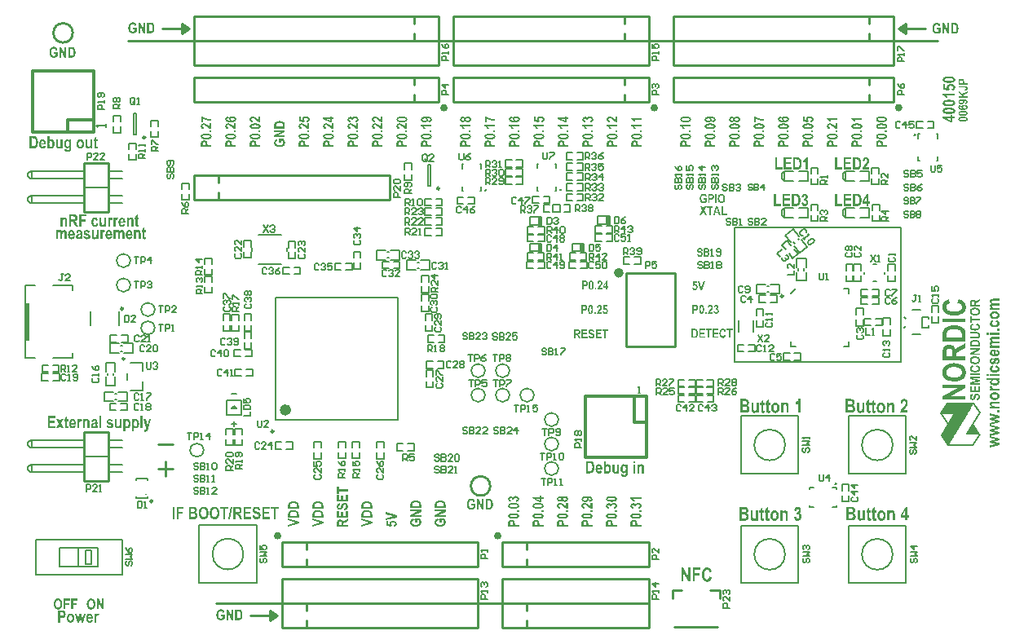
<source format=gto>
G04 Layer_Color=65535*
%FSLAX24Y24*%
%MOIN*%
G70*
G01*
G75*
%ADD10C,0.0060*%
%ADD15C,0.0150*%
%ADD63C,0.0100*%
%ADD64C,0.0200*%
%ADD82C,0.0098*%
%ADD83C,0.0236*%
%ADD84C,0.0059*%
%ADD85C,0.0079*%
%ADD86C,0.0118*%
%ADD87C,0.0060*%
%ADD88C,0.0050*%
%ADD89R,0.0197X0.1575*%
G36*
X19004Y20189D02*
X19015D01*
X19026Y20187D01*
X19039Y20187D01*
X19052Y20186D01*
X19081Y20182D01*
X19110Y20176D01*
X19124Y20172D01*
X19136Y20168D01*
X19148Y20163D01*
X19158Y20157D01*
X19159Y20156D01*
X19160Y20156D01*
X19162Y20154D01*
X19166Y20151D01*
X19170Y20148D01*
X19174Y20144D01*
X19183Y20134D01*
X19192Y20122D01*
X19199Y20108D01*
X19203Y20100D01*
X19205Y20092D01*
X19207Y20083D01*
X19207Y20073D01*
Y20072D01*
Y20070D01*
X19207Y20068D01*
Y20064D01*
X19206Y20060D01*
X19205Y20055D01*
X19201Y20042D01*
X19199Y20036D01*
X19196Y20029D01*
X19192Y20022D01*
X19186Y20015D01*
X19181Y20008D01*
X19175Y20001D01*
X19167Y19994D01*
X19159Y19988D01*
X19158Y19987D01*
X19156Y19987D01*
X19153Y19985D01*
X19149Y19983D01*
X19143Y19981D01*
X19137Y19978D01*
X19128Y19975D01*
X19118Y19972D01*
X19107Y19969D01*
X19094Y19967D01*
X19080Y19963D01*
X19064Y19961D01*
X19046Y19959D01*
X19027Y19957D01*
X19006Y19957D01*
X18984Y19956D01*
X18972D01*
X18964Y19957D01*
X18954Y19957D01*
X18942Y19958D01*
X18929Y19959D01*
X18916Y19960D01*
X18887Y19964D01*
X18859Y19970D01*
X18845Y19973D01*
X18833Y19978D01*
X18821Y19982D01*
X18811Y19988D01*
X18810Y19989D01*
X18809Y19989D01*
X18806Y19991D01*
X18803Y19994D01*
X18799Y19997D01*
X18795Y20001D01*
X18785Y20011D01*
X18776Y20023D01*
X18769Y20037D01*
X18765Y20045D01*
X18763Y20053D01*
X18761Y20062D01*
X18761Y20072D01*
Y20073D01*
Y20075D01*
Y20077D01*
X18761Y20081D01*
X18762Y20085D01*
X18763Y20090D01*
X18767Y20103D01*
X18770Y20109D01*
X18773Y20116D01*
X18777Y20123D01*
X18781Y20130D01*
X18787Y20137D01*
X18794Y20144D01*
X18802Y20151D01*
X18811Y20157D01*
X18811Y20158D01*
X18813Y20158D01*
X18816Y20160D01*
X18820Y20162D01*
X18826Y20165D01*
X18833Y20167D01*
X18841Y20170D01*
X18851Y20173D01*
X18862Y20176D01*
X18875Y20179D01*
X18889Y20182D01*
X18905Y20184D01*
X18922Y20186D01*
X18942Y20188D01*
X18962Y20189D01*
X18984Y20189D01*
X18996D01*
X19004Y20189D01*
D02*
G37*
G36*
X18909Y19911D02*
X18914D01*
X18925Y19909D01*
X18938Y19907D01*
X18951Y19904D01*
X18964Y19899D01*
X18977Y19893D01*
X18978D01*
X18978Y19893D01*
X18982Y19890D01*
X18988Y19886D01*
X18995Y19881D01*
X19002Y19875D01*
X19010Y19867D01*
X19016Y19858D01*
X19022Y19848D01*
X19023Y19847D01*
X19023Y19845D01*
X19024Y19843D01*
X19025Y19840D01*
X19026Y19836D01*
X19027Y19832D01*
X19028Y19827D01*
X19030Y19821D01*
X19031Y19814D01*
X19032Y19806D01*
X19033Y19798D01*
X19034Y19789D01*
X19034Y19779D01*
X19035Y19768D01*
Y19756D01*
Y19709D01*
X19200D01*
Y19636D01*
X18762D01*
Y19752D01*
Y19753D01*
Y19755D01*
Y19759D01*
Y19762D01*
Y19768D01*
Y19774D01*
X18763Y19787D01*
X18763Y19802D01*
X18765Y19816D01*
X18765Y19822D01*
X18767Y19828D01*
X18767Y19833D01*
X18769Y19838D01*
Y19838D01*
X18769Y19839D01*
X18770Y19843D01*
X18774Y19849D01*
X18778Y19856D01*
X18783Y19864D01*
X18791Y19873D01*
X18800Y19882D01*
X18812Y19890D01*
X18813D01*
X18813Y19891D01*
X18815Y19892D01*
X18818Y19893D01*
X18821Y19895D01*
X18825Y19897D01*
X18829Y19898D01*
X18835Y19901D01*
X18848Y19905D01*
X18862Y19908D01*
X18879Y19911D01*
X18897Y19911D01*
X18905D01*
X18909Y19911D01*
D02*
G37*
G36*
X20071Y20894D02*
X20077Y20893D01*
X20084Y20893D01*
X20091Y20892D01*
X20100Y20891D01*
X20116Y20886D01*
X20135Y20880D01*
X20144Y20876D01*
X20152Y20872D01*
X20161Y20867D01*
X20168Y20861D01*
X20169Y20860D01*
X20170Y20859D01*
X20172Y20858D01*
X20174Y20855D01*
X20177Y20852D01*
X20181Y20848D01*
X20188Y20838D01*
X20195Y20826D01*
X20201Y20812D01*
X20203Y20804D01*
X20205Y20796D01*
X20207Y20788D01*
X20207Y20778D01*
Y20778D01*
Y20776D01*
X20207Y20773D01*
Y20769D01*
X20206Y20765D01*
X20205Y20760D01*
X20201Y20747D01*
X20198Y20740D01*
X20195Y20733D01*
X20191Y20725D01*
X20186Y20718D01*
X20180Y20710D01*
X20173Y20703D01*
X20166Y20696D01*
X20157Y20689D01*
X20156Y20688D01*
X20154Y20688D01*
X20151Y20686D01*
X20147Y20684D01*
X20141Y20681D01*
X20134Y20678D01*
X20126Y20675D01*
X20116Y20672D01*
X20105Y20668D01*
X20092Y20665D01*
X20079Y20662D01*
X20063Y20659D01*
X20046Y20657D01*
X20028Y20655D01*
X20008Y20655D01*
X19987Y20654D01*
X19975D01*
X19967Y20655D01*
X19957Y20655D01*
X19946Y20656D01*
X19934Y20657D01*
X19920Y20659D01*
X19892Y20663D01*
X19863Y20670D01*
X19849Y20673D01*
X19837Y20679D01*
X19824Y20684D01*
X19814Y20690D01*
X19813Y20691D01*
X19811Y20692D01*
X19809Y20694D01*
X19805Y20697D01*
X19802Y20701D01*
X19797Y20705D01*
X19792Y20710D01*
X19787Y20716D01*
X19782Y20723D01*
X19778Y20730D01*
X19769Y20746D01*
X19766Y20755D01*
X19763Y20764D01*
X19761Y20775D01*
X19761Y20785D01*
Y20786D01*
Y20787D01*
Y20789D01*
X19761Y20791D01*
X19762Y20799D01*
X19764Y20808D01*
X19767Y20819D01*
X19772Y20830D01*
X19779Y20842D01*
X19788Y20852D01*
X19789Y20854D01*
X19793Y20857D01*
X19800Y20861D01*
X19808Y20867D01*
X19820Y20873D01*
X19834Y20879D01*
X19850Y20883D01*
X19870Y20887D01*
X19879Y20821D01*
X19877D01*
X19874Y20820D01*
X19871Y20819D01*
X19863Y20817D01*
X19854Y20813D01*
X19846Y20809D01*
X19838Y20802D01*
X19835Y20797D01*
X19832Y20793D01*
X19831Y20787D01*
X19830Y20781D01*
Y20780D01*
X19831Y20777D01*
X19831Y20773D01*
X19833Y20768D01*
X19836Y20762D01*
X19840Y20756D01*
X19846Y20750D01*
X19855Y20744D01*
X19856Y20743D01*
X19857Y20743D01*
X19860Y20742D01*
X19862Y20741D01*
X19866Y20739D01*
X19871Y20738D01*
X19876Y20736D01*
X19883Y20734D01*
X19890Y20733D01*
X19898Y20731D01*
X19907Y20730D01*
X19917Y20729D01*
X19928Y20727D01*
X19940Y20726D01*
X19954Y20725D01*
X19953Y20726D01*
X19951Y20728D01*
X19947Y20731D01*
X19943Y20734D01*
X19939Y20738D01*
X19934Y20743D01*
X19930Y20748D01*
X19926Y20754D01*
X19925Y20754D01*
X19925Y20756D01*
X19923Y20760D01*
X19921Y20764D01*
X19919Y20769D01*
X19918Y20776D01*
X19917Y20782D01*
X19916Y20789D01*
Y20790D01*
Y20791D01*
Y20793D01*
X19917Y20797D01*
X19918Y20800D01*
X19918Y20804D01*
X19921Y20815D01*
X19926Y20826D01*
X19929Y20832D01*
X19933Y20838D01*
X19938Y20845D01*
X19943Y20850D01*
X19949Y20857D01*
X19956Y20863D01*
X19956Y20863D01*
X19958Y20864D01*
X19960Y20866D01*
X19963Y20868D01*
X19967Y20870D01*
X19971Y20873D01*
X19977Y20876D01*
X19984Y20879D01*
X19991Y20881D01*
X19999Y20885D01*
X20007Y20887D01*
X20016Y20889D01*
X20026Y20892D01*
X20037Y20893D01*
X20048Y20894D01*
X20060Y20894D01*
X20067D01*
X20071Y20894D01*
D02*
G37*
G36*
X19200Y20250D02*
X19116D01*
Y20318D01*
X19200D01*
Y20250D01*
D02*
G37*
G36*
X17909Y19911D02*
X17914D01*
X17925Y19909D01*
X17938Y19907D01*
X17951Y19904D01*
X17964Y19899D01*
X17977Y19893D01*
X17978D01*
X17978Y19893D01*
X17982Y19890D01*
X17988Y19886D01*
X17995Y19881D01*
X18002Y19875D01*
X18010Y19867D01*
X18016Y19858D01*
X18022Y19848D01*
X18023Y19847D01*
X18023Y19845D01*
X18024Y19843D01*
X18025Y19840D01*
X18026Y19836D01*
X18027Y19832D01*
X18028Y19827D01*
X18030Y19821D01*
X18031Y19814D01*
X18032Y19806D01*
X18033Y19798D01*
X18034Y19789D01*
X18034Y19779D01*
X18035Y19768D01*
Y19756D01*
Y19709D01*
X18200D01*
Y19636D01*
X17762D01*
Y19752D01*
Y19753D01*
Y19755D01*
Y19759D01*
Y19762D01*
Y19768D01*
Y19774D01*
X17763Y19787D01*
X17763Y19802D01*
X17765Y19816D01*
X17765Y19822D01*
X17767Y19828D01*
X17767Y19833D01*
X17768Y19838D01*
Y19838D01*
X17769Y19839D01*
X17770Y19843D01*
X17774Y19849D01*
X17778Y19856D01*
X17783Y19864D01*
X17791Y19873D01*
X17800Y19882D01*
X17812Y19890D01*
X17813D01*
X17813Y19891D01*
X17815Y19892D01*
X17818Y19893D01*
X17821Y19895D01*
X17825Y19897D01*
X17829Y19898D01*
X17835Y19901D01*
X17848Y19905D01*
X17862Y19908D01*
X17879Y19911D01*
X17897Y19911D01*
X17905D01*
X17909Y19911D01*
D02*
G37*
G36*
X18831Y20888D02*
X18833Y20887D01*
X18836Y20884D01*
X18840Y20881D01*
X18844Y20878D01*
X18849Y20875D01*
X18855Y20871D01*
X18862Y20867D01*
X18869Y20862D01*
X18877Y20858D01*
X18886Y20852D01*
X18896Y20847D01*
X18906Y20841D01*
X18917Y20836D01*
X18929Y20830D01*
X18929D01*
X18931Y20829D01*
X18935Y20828D01*
X18940Y20825D01*
X18945Y20823D01*
X18953Y20820D01*
X18961Y20817D01*
X18970Y20813D01*
X18980Y20810D01*
X18990Y20806D01*
X19002Y20802D01*
X19014Y20799D01*
X19039Y20791D01*
X19067Y20784D01*
X19067D01*
X19070Y20784D01*
X19074Y20783D01*
X19079Y20782D01*
X19085Y20780D01*
X19093Y20779D01*
X19102Y20778D01*
X19111Y20777D01*
X19121Y20775D01*
X19131Y20773D01*
X19154Y20771D01*
X19177Y20769D01*
X19200Y20768D01*
Y20702D01*
X19196D01*
X19191Y20703D01*
X19184D01*
X19175Y20703D01*
X19166Y20704D01*
X19154Y20705D01*
X19142Y20707D01*
X19128Y20708D01*
X19114Y20710D01*
X19098Y20713D01*
X19082Y20716D01*
X19048Y20723D01*
X19014Y20732D01*
X19013Y20733D01*
X19010Y20734D01*
X19005Y20736D01*
X18999Y20738D01*
X18990Y20741D01*
X18980Y20744D01*
X18970Y20749D01*
X18958Y20753D01*
X18945Y20758D01*
X18932Y20764D01*
X18904Y20778D01*
X18874Y20793D01*
X18846Y20810D01*
Y20654D01*
X18768D01*
Y20889D01*
X18830D01*
X18831Y20888D01*
D02*
G37*
G36*
X19200Y20482D02*
X18883D01*
X18884Y20482D01*
X18885Y20480D01*
X18887Y20478D01*
X18890Y20475D01*
X18894Y20472D01*
X18898Y20467D01*
X18903Y20462D01*
X18907Y20456D01*
X18918Y20443D01*
X18929Y20429D01*
X18938Y20411D01*
X18947Y20393D01*
X18870D01*
Y20394D01*
X18870Y20394D01*
X18868Y20398D01*
X18865Y20403D01*
X18861Y20411D01*
X18855Y20420D01*
X18848Y20430D01*
X18840Y20441D01*
X18829Y20453D01*
X18829Y20453D01*
X18828Y20454D01*
X18824Y20458D01*
X18818Y20463D01*
X18809Y20469D01*
X18800Y20476D01*
X18788Y20484D01*
X18775Y20490D01*
X18761Y20495D01*
Y20552D01*
X19200D01*
Y20482D01*
D02*
G37*
G36*
X20200D02*
X19883D01*
X19884Y20482D01*
X19885Y20480D01*
X19887Y20478D01*
X19890Y20475D01*
X19894Y20472D01*
X19898Y20467D01*
X19903Y20462D01*
X19907Y20456D01*
X19918Y20443D01*
X19929Y20429D01*
X19938Y20411D01*
X19947Y20393D01*
X19870D01*
Y20394D01*
X19870Y20394D01*
X19868Y20398D01*
X19865Y20403D01*
X19861Y20411D01*
X19855Y20420D01*
X19848Y20430D01*
X19840Y20441D01*
X19829Y20453D01*
X19829Y20453D01*
X19828Y20454D01*
X19824Y20458D01*
X19818Y20463D01*
X19809Y20469D01*
X19800Y20476D01*
X19788Y20484D01*
X19775Y20490D01*
X19761Y20495D01*
Y20552D01*
X20200D01*
Y20482D01*
D02*
G37*
G36*
X21200D02*
X20883D01*
X20884Y20482D01*
X20885Y20480D01*
X20887Y20478D01*
X20890Y20475D01*
X20894Y20472D01*
X20898Y20467D01*
X20903Y20462D01*
X20907Y20456D01*
X20918Y20443D01*
X20929Y20429D01*
X20938Y20411D01*
X20947Y20393D01*
X20870D01*
Y20394D01*
X20870Y20394D01*
X20868Y20398D01*
X20865Y20403D01*
X20861Y20411D01*
X20855Y20420D01*
X20848Y20430D01*
X20840Y20441D01*
X20829Y20453D01*
X20829Y20453D01*
X20828Y20454D01*
X20824Y20458D01*
X20818Y20463D01*
X20809Y20469D01*
X20800Y20476D01*
X20788Y20484D01*
X20775Y20490D01*
X20761Y20495D01*
Y20552D01*
X21200D01*
Y20482D01*
D02*
G37*
G36*
Y20250D02*
X21116D01*
Y20318D01*
X21200D01*
Y20250D01*
D02*
G37*
G36*
X21004Y20189D02*
X21015D01*
X21026Y20187D01*
X21039Y20187D01*
X21052Y20186D01*
X21081Y20182D01*
X21110Y20176D01*
X21124Y20172D01*
X21136Y20168D01*
X21148Y20163D01*
X21158Y20157D01*
X21159Y20156D01*
X21160Y20156D01*
X21162Y20154D01*
X21166Y20151D01*
X21170Y20148D01*
X21174Y20144D01*
X21183Y20134D01*
X21192Y20122D01*
X21199Y20108D01*
X21203Y20100D01*
X21205Y20092D01*
X21207Y20083D01*
X21207Y20073D01*
Y20072D01*
Y20070D01*
X21207Y20068D01*
Y20064D01*
X21206Y20060D01*
X21205Y20055D01*
X21201Y20042D01*
X21199Y20036D01*
X21196Y20029D01*
X21192Y20022D01*
X21186Y20015D01*
X21181Y20008D01*
X21175Y20001D01*
X21167Y19994D01*
X21159Y19988D01*
X21158Y19987D01*
X21156Y19987D01*
X21153Y19985D01*
X21149Y19983D01*
X21143Y19981D01*
X21137Y19978D01*
X21128Y19975D01*
X21118Y19972D01*
X21107Y19969D01*
X21094Y19967D01*
X21080Y19963D01*
X21064Y19961D01*
X21046Y19959D01*
X21027Y19957D01*
X21006Y19957D01*
X20984Y19956D01*
X20972D01*
X20964Y19957D01*
X20954Y19957D01*
X20942Y19958D01*
X20929Y19959D01*
X20916Y19960D01*
X20887Y19964D01*
X20859Y19970D01*
X20845Y19973D01*
X20833Y19978D01*
X20821Y19982D01*
X20811Y19988D01*
X20810Y19989D01*
X20809Y19989D01*
X20806Y19991D01*
X20803Y19994D01*
X20799Y19997D01*
X20795Y20001D01*
X20785Y20011D01*
X20776Y20023D01*
X20768Y20037D01*
X20765Y20045D01*
X20763Y20053D01*
X20761Y20062D01*
X20761Y20072D01*
Y20073D01*
Y20075D01*
Y20077D01*
X20761Y20081D01*
X20762Y20085D01*
X20763Y20090D01*
X20767Y20103D01*
X20770Y20109D01*
X20773Y20116D01*
X20777Y20123D01*
X20781Y20130D01*
X20787Y20137D01*
X20794Y20144D01*
X20802Y20151D01*
X20811Y20157D01*
X20811Y20158D01*
X20813Y20158D01*
X20816Y20160D01*
X20820Y20162D01*
X20826Y20165D01*
X20833Y20167D01*
X20841Y20170D01*
X20851Y20173D01*
X20862Y20176D01*
X20875Y20179D01*
X20889Y20182D01*
X20905Y20184D01*
X20922Y20186D01*
X20942Y20188D01*
X20962Y20189D01*
X20984Y20189D01*
X20996D01*
X21004Y20189D01*
D02*
G37*
G36*
X21063Y20896D02*
X21068D01*
X21074Y20894D01*
X21080Y20894D01*
X21088Y20893D01*
X21104Y20889D01*
X21122Y20883D01*
X21131Y20879D01*
X21140Y20875D01*
X21150Y20870D01*
X21159Y20864D01*
X21160Y20863D01*
X21161Y20863D01*
X21164Y20861D01*
X21167Y20858D01*
X21170Y20855D01*
X21174Y20851D01*
X21179Y20846D01*
X21183Y20841D01*
X21188Y20835D01*
X21192Y20828D01*
X21196Y20821D01*
X21199Y20812D01*
X21203Y20804D01*
X21205Y20794D01*
X21207Y20784D01*
X21207Y20773D01*
Y20773D01*
Y20771D01*
Y20769D01*
X21207Y20766D01*
Y20762D01*
X21205Y20756D01*
X21203Y20745D01*
X21199Y20733D01*
X21194Y20719D01*
X21186Y20707D01*
X21181Y20700D01*
X21176Y20694D01*
X21175Y20693D01*
X21175Y20692D01*
X21173Y20690D01*
X21170Y20688D01*
X21167Y20686D01*
X21163Y20683D01*
X21159Y20680D01*
X21153Y20677D01*
X21148Y20673D01*
X21140Y20670D01*
X21133Y20667D01*
X21126Y20664D01*
X21117Y20661D01*
X21107Y20659D01*
X21087Y20655D01*
X21078Y20724D01*
X21080D01*
X21083Y20725D01*
X21089Y20726D01*
X21095Y20727D01*
X21102Y20729D01*
X21109Y20732D01*
X21117Y20736D01*
X21124Y20742D01*
X21124Y20742D01*
X21126Y20744D01*
X21129Y20747D01*
X21131Y20751D01*
X21135Y20756D01*
X21137Y20762D01*
X21139Y20767D01*
X21140Y20774D01*
Y20775D01*
X21139Y20778D01*
X21139Y20782D01*
X21137Y20786D01*
X21135Y20792D01*
X21131Y20799D01*
X21126Y20804D01*
X21119Y20810D01*
X21118Y20811D01*
X21115Y20813D01*
X21110Y20815D01*
X21104Y20818D01*
X21094Y20821D01*
X21083Y20823D01*
X21070Y20825D01*
X21055Y20826D01*
X21048D01*
X21041Y20825D01*
X21032Y20824D01*
X21022Y20822D01*
X21012Y20819D01*
X21002Y20815D01*
X20994Y20810D01*
X20993Y20810D01*
X20991Y20808D01*
X20988Y20804D01*
X20984Y20800D01*
X20980Y20795D01*
X20977Y20788D01*
X20975Y20780D01*
X20974Y20772D01*
Y20771D01*
X20975Y20767D01*
X20976Y20762D01*
X20978Y20754D01*
X20982Y20746D01*
X20988Y20737D01*
X20991Y20732D01*
X20995Y20728D01*
X21000Y20723D01*
X21006Y20719D01*
X20996Y20663D01*
X20768Y20698D01*
Y20880D01*
X20846D01*
Y20751D01*
X20921Y20739D01*
X20921Y20740D01*
X20919Y20743D01*
X20917Y20747D01*
X20914Y20754D01*
X20911Y20761D01*
X20909Y20769D01*
X20907Y20777D01*
X20907Y20786D01*
Y20787D01*
Y20788D01*
Y20790D01*
X20907Y20793D01*
X20908Y20797D01*
X20908Y20801D01*
X20910Y20812D01*
X20915Y20823D01*
X20921Y20835D01*
X20925Y20841D01*
X20929Y20847D01*
X20934Y20853D01*
X20940Y20859D01*
X20941Y20859D01*
X20942Y20861D01*
X20945Y20862D01*
X20948Y20865D01*
X20953Y20867D01*
X20958Y20870D01*
X20964Y20874D01*
X20970Y20878D01*
X20978Y20881D01*
X20986Y20885D01*
X20996Y20888D01*
X21006Y20891D01*
X21017Y20893D01*
X21028Y20895D01*
X21040Y20896D01*
X21053Y20896D01*
X21059D01*
X21063Y20896D01*
D02*
G37*
G36*
X20200Y20250D02*
X20116D01*
Y20318D01*
X20200D01*
Y20250D01*
D02*
G37*
G36*
X20004Y20189D02*
X20015D01*
X20026Y20187D01*
X20039Y20187D01*
X20052Y20186D01*
X20081Y20182D01*
X20110Y20176D01*
X20124Y20172D01*
X20136Y20168D01*
X20148Y20163D01*
X20158Y20157D01*
X20159Y20156D01*
X20160Y20156D01*
X20162Y20154D01*
X20166Y20151D01*
X20170Y20148D01*
X20173Y20144D01*
X20183Y20134D01*
X20192Y20122D01*
X20199Y20108D01*
X20203Y20100D01*
X20205Y20092D01*
X20207Y20083D01*
X20207Y20073D01*
Y20072D01*
Y20070D01*
X20207Y20068D01*
Y20064D01*
X20206Y20060D01*
X20205Y20055D01*
X20201Y20042D01*
X20199Y20036D01*
X20196Y20029D01*
X20192Y20022D01*
X20186Y20015D01*
X20181Y20008D01*
X20175Y20001D01*
X20167Y19994D01*
X20159Y19988D01*
X20158Y19987D01*
X20156Y19987D01*
X20153Y19985D01*
X20149Y19983D01*
X20143Y19981D01*
X20137Y19978D01*
X20128Y19975D01*
X20118Y19972D01*
X20107Y19969D01*
X20094Y19967D01*
X20080Y19963D01*
X20064Y19961D01*
X20046Y19959D01*
X20027Y19957D01*
X20006Y19957D01*
X19984Y19956D01*
X19972D01*
X19964Y19957D01*
X19954Y19957D01*
X19942Y19958D01*
X19929Y19959D01*
X19916Y19960D01*
X19887Y19964D01*
X19859Y19970D01*
X19845Y19973D01*
X19833Y19978D01*
X19821Y19982D01*
X19811Y19988D01*
X19810Y19989D01*
X19809Y19989D01*
X19806Y19991D01*
X19803Y19994D01*
X19799Y19997D01*
X19795Y20001D01*
X19785Y20011D01*
X19776Y20023D01*
X19769Y20037D01*
X19765Y20045D01*
X19763Y20053D01*
X19761Y20062D01*
X19761Y20072D01*
Y20073D01*
Y20075D01*
Y20077D01*
X19761Y20081D01*
X19762Y20085D01*
X19763Y20090D01*
X19767Y20103D01*
X19770Y20109D01*
X19773Y20116D01*
X19777Y20123D01*
X19781Y20130D01*
X19787Y20137D01*
X19794Y20144D01*
X19802Y20151D01*
X19811Y20157D01*
X19811Y20158D01*
X19813Y20158D01*
X19816Y20160D01*
X19820Y20162D01*
X19826Y20165D01*
X19833Y20167D01*
X19841Y20170D01*
X19851Y20173D01*
X19862Y20176D01*
X19875Y20179D01*
X19889Y20182D01*
X19905Y20184D01*
X19922Y20186D01*
X19942Y20188D01*
X19962Y20189D01*
X19984Y20189D01*
X19996D01*
X20004Y20189D01*
D02*
G37*
G36*
X19909Y19911D02*
X19914D01*
X19925Y19909D01*
X19938Y19907D01*
X19951Y19904D01*
X19964Y19899D01*
X19977Y19893D01*
X19978D01*
X19978Y19893D01*
X19982Y19890D01*
X19988Y19886D01*
X19995Y19881D01*
X20002Y19875D01*
X20010Y19867D01*
X20016Y19858D01*
X20022Y19848D01*
X20023Y19847D01*
X20023Y19845D01*
X20024Y19843D01*
X20025Y19840D01*
X20026Y19836D01*
X20027Y19832D01*
X20028Y19827D01*
X20030Y19821D01*
X20031Y19814D01*
X20032Y19806D01*
X20033Y19798D01*
X20034Y19789D01*
X20034Y19779D01*
X20035Y19768D01*
Y19756D01*
Y19709D01*
X20200D01*
Y19636D01*
X19762D01*
Y19752D01*
Y19753D01*
Y19755D01*
Y19759D01*
Y19762D01*
Y19768D01*
Y19774D01*
X19763Y19787D01*
X19763Y19802D01*
X19765Y19816D01*
X19765Y19822D01*
X19767Y19828D01*
X19767Y19833D01*
X19769Y19838D01*
Y19838D01*
X19769Y19839D01*
X19770Y19843D01*
X19774Y19849D01*
X19778Y19856D01*
X19783Y19864D01*
X19791Y19873D01*
X19800Y19882D01*
X19812Y19890D01*
X19813D01*
X19813Y19891D01*
X19815Y19892D01*
X19818Y19893D01*
X19821Y19895D01*
X19825Y19897D01*
X19829Y19898D01*
X19835Y19901D01*
X19848Y19905D01*
X19862Y19908D01*
X19879Y19911D01*
X19897Y19911D01*
X19905D01*
X19909Y19911D01*
D02*
G37*
G36*
X15404Y20189D02*
X15415D01*
X15426Y20187D01*
X15439Y20187D01*
X15452Y20186D01*
X15481Y20182D01*
X15510Y20176D01*
X15524Y20172D01*
X15536Y20168D01*
X15548Y20163D01*
X15558Y20157D01*
X15559Y20156D01*
X15560Y20156D01*
X15562Y20154D01*
X15566Y20151D01*
X15570Y20148D01*
X15574Y20144D01*
X15583Y20134D01*
X15592Y20122D01*
X15599Y20108D01*
X15603Y20100D01*
X15605Y20092D01*
X15607Y20083D01*
X15607Y20073D01*
Y20072D01*
Y20070D01*
X15607Y20068D01*
Y20064D01*
X15606Y20060D01*
X15605Y20055D01*
X15601Y20042D01*
X15599Y20036D01*
X15596Y20029D01*
X15592Y20022D01*
X15586Y20015D01*
X15581Y20008D01*
X15575Y20001D01*
X15567Y19994D01*
X15559Y19988D01*
X15558Y19987D01*
X15556Y19987D01*
X15553Y19985D01*
X15549Y19983D01*
X15543Y19981D01*
X15537Y19978D01*
X15528Y19975D01*
X15518Y19972D01*
X15507Y19969D01*
X15494Y19967D01*
X15480Y19963D01*
X15464Y19961D01*
X15446Y19959D01*
X15427Y19957D01*
X15406Y19957D01*
X15384Y19956D01*
X15372D01*
X15364Y19957D01*
X15354Y19957D01*
X15342Y19958D01*
X15329Y19959D01*
X15316Y19960D01*
X15287Y19964D01*
X15259Y19970D01*
X15245Y19973D01*
X15233Y19978D01*
X15221Y19982D01*
X15211Y19988D01*
X15210Y19989D01*
X15209Y19989D01*
X15206Y19991D01*
X15203Y19994D01*
X15199Y19997D01*
X15195Y20001D01*
X15185Y20011D01*
X15176Y20023D01*
X15168Y20037D01*
X15165Y20045D01*
X15163Y20053D01*
X15161Y20062D01*
X15161Y20072D01*
Y20073D01*
Y20075D01*
Y20077D01*
X15161Y20081D01*
X15162Y20085D01*
X15163Y20090D01*
X15167Y20103D01*
X15170Y20109D01*
X15173Y20116D01*
X15177Y20123D01*
X15181Y20130D01*
X15187Y20137D01*
X15194Y20144D01*
X15202Y20151D01*
X15211Y20157D01*
X15211Y20158D01*
X15213Y20158D01*
X15216Y20160D01*
X15220Y20162D01*
X15226Y20165D01*
X15233Y20167D01*
X15241Y20170D01*
X15251Y20173D01*
X15262Y20176D01*
X15275Y20179D01*
X15289Y20182D01*
X15305Y20184D01*
X15322Y20186D01*
X15342Y20188D01*
X15362Y20189D01*
X15384Y20189D01*
X15396D01*
X15404Y20189D01*
D02*
G37*
G36*
X15309Y19911D02*
X15314D01*
X15325Y19909D01*
X15338Y19907D01*
X15351Y19904D01*
X15364Y19899D01*
X15377Y19893D01*
X15378D01*
X15378Y19893D01*
X15382Y19890D01*
X15388Y19886D01*
X15395Y19881D01*
X15402Y19875D01*
X15410Y19867D01*
X15416Y19858D01*
X15422Y19848D01*
X15423Y19847D01*
X15423Y19845D01*
X15424Y19843D01*
X15425Y19840D01*
X15426Y19836D01*
X15427Y19832D01*
X15428Y19827D01*
X15430Y19821D01*
X15431Y19814D01*
X15432Y19806D01*
X15433Y19798D01*
X15434Y19789D01*
X15434Y19779D01*
X15435Y19768D01*
Y19756D01*
Y19709D01*
X15600D01*
Y19636D01*
X15162D01*
Y19752D01*
Y19753D01*
Y19755D01*
Y19759D01*
Y19762D01*
Y19768D01*
Y19774D01*
X15163Y19787D01*
X15163Y19802D01*
X15165Y19816D01*
X15165Y19822D01*
X15167Y19828D01*
X15167Y19833D01*
X15168Y19838D01*
Y19838D01*
X15169Y19839D01*
X15170Y19843D01*
X15174Y19849D01*
X15178Y19856D01*
X15183Y19864D01*
X15191Y19873D01*
X15200Y19882D01*
X15212Y19890D01*
X15213D01*
X15213Y19891D01*
X15215Y19892D01*
X15218Y19893D01*
X15221Y19895D01*
X15225Y19897D01*
X15229Y19898D01*
X15235Y19901D01*
X15248Y19905D01*
X15262Y19908D01*
X15279Y19911D01*
X15297Y19911D01*
X15305D01*
X15309Y19911D01*
D02*
G37*
G36*
X16401Y20888D02*
X16411Y20887D01*
X16423Y20887D01*
X16435Y20885D01*
X16448Y20884D01*
X16477Y20880D01*
X16491Y20877D01*
X16505Y20873D01*
X16519Y20869D01*
X16532Y20864D01*
X16544Y20858D01*
X16555Y20852D01*
X16555Y20851D01*
X16557Y20850D01*
X16559Y20848D01*
X16563Y20845D01*
X16567Y20841D01*
X16572Y20837D01*
X16576Y20832D01*
X16581Y20826D01*
X16586Y20819D01*
X16590Y20812D01*
X16599Y20796D01*
X16602Y20787D01*
X16605Y20777D01*
X16607Y20767D01*
X16607Y20756D01*
Y20756D01*
Y20754D01*
Y20753D01*
X16607Y20750D01*
X16606Y20742D01*
X16604Y20732D01*
X16601Y20722D01*
X16596Y20711D01*
X16590Y20699D01*
X16581Y20689D01*
X16579Y20688D01*
X16575Y20684D01*
X16569Y20680D01*
X16565Y20677D01*
X16561Y20675D01*
X16555Y20672D01*
X16549Y20669D01*
X16542Y20666D01*
X16535Y20664D01*
X16527Y20661D01*
X16518Y20659D01*
X16509Y20657D01*
X16498Y20655D01*
X16489Y20722D01*
X16491D01*
X16494Y20723D01*
X16497Y20723D01*
X16505Y20725D01*
X16513Y20729D01*
X16522Y20734D01*
X16530Y20740D01*
X16533Y20745D01*
X16536Y20749D01*
X16537Y20755D01*
X16538Y20761D01*
Y20762D01*
X16537Y20765D01*
X16537Y20769D01*
X16535Y20774D01*
X16532Y20780D01*
X16527Y20786D01*
X16522Y20792D01*
X16514Y20798D01*
X16513Y20799D01*
X16511Y20799D01*
X16509Y20800D01*
X16506Y20802D01*
X16502Y20803D01*
X16498Y20804D01*
X16493Y20806D01*
X16486Y20808D01*
X16479Y20809D01*
X16471Y20811D01*
X16462Y20812D01*
X16452Y20814D01*
X16441Y20815D01*
X16428Y20817D01*
X16415Y20817D01*
X16416Y20817D01*
X16419Y20815D01*
X16422Y20812D01*
X16426Y20809D01*
X16430Y20804D01*
X16434Y20800D01*
X16439Y20794D01*
X16443Y20788D01*
X16443Y20788D01*
X16444Y20786D01*
X16445Y20782D01*
X16447Y20778D01*
X16449Y20772D01*
X16450Y20766D01*
X16451Y20759D01*
X16452Y20752D01*
Y20751D01*
Y20750D01*
Y20748D01*
X16451Y20745D01*
X16450Y20742D01*
X16450Y20738D01*
X16446Y20727D01*
X16442Y20716D01*
X16439Y20710D01*
X16435Y20704D01*
X16431Y20698D01*
X16426Y20692D01*
X16420Y20685D01*
X16413Y20679D01*
X16412Y20679D01*
X16411Y20678D01*
X16409Y20677D01*
X16406Y20675D01*
X16402Y20672D01*
X16397Y20670D01*
X16391Y20667D01*
X16385Y20664D01*
X16378Y20661D01*
X16371Y20658D01*
X16362Y20655D01*
X16353Y20653D01*
X16343Y20651D01*
X16332Y20650D01*
X16321Y20649D01*
X16309Y20648D01*
X16303D01*
X16297Y20649D01*
X16292Y20650D01*
X16285Y20650D01*
X16278Y20651D01*
X16270Y20652D01*
X16253Y20656D01*
X16235Y20662D01*
X16226Y20666D01*
X16217Y20670D01*
X16209Y20675D01*
X16201Y20681D01*
X16200Y20682D01*
X16199Y20683D01*
X16197Y20684D01*
X16194Y20687D01*
X16192Y20690D01*
X16188Y20694D01*
X16181Y20704D01*
X16174Y20716D01*
X16167Y20730D01*
X16165Y20738D01*
X16163Y20745D01*
X16161Y20754D01*
X16161Y20763D01*
Y20764D01*
Y20766D01*
Y20768D01*
X16161Y20772D01*
X16162Y20777D01*
X16163Y20782D01*
X16167Y20795D01*
X16170Y20802D01*
X16173Y20809D01*
X16178Y20816D01*
X16182Y20824D01*
X16188Y20832D01*
X16195Y20839D01*
X16203Y20846D01*
X16212Y20853D01*
X16213Y20854D01*
X16215Y20854D01*
X16217Y20856D01*
X16222Y20859D01*
X16227Y20861D01*
X16235Y20864D01*
X16242Y20867D01*
X16252Y20871D01*
X16263Y20874D01*
X16276Y20878D01*
X16290Y20880D01*
X16305Y20883D01*
X16322Y20885D01*
X16340Y20887D01*
X16360Y20888D01*
X16382Y20889D01*
X16393D01*
X16401Y20888D01*
D02*
G37*
G36*
X15600Y20250D02*
X15516D01*
Y20318D01*
X15600D01*
Y20250D01*
D02*
G37*
G36*
X14309Y19911D02*
X14314D01*
X14325Y19909D01*
X14338Y19907D01*
X14351Y19904D01*
X14364Y19899D01*
X14377Y19893D01*
X14378D01*
X14378Y19893D01*
X14382Y19890D01*
X14388Y19886D01*
X14395Y19881D01*
X14402Y19875D01*
X14410Y19867D01*
X14416Y19858D01*
X14422Y19848D01*
X14423Y19847D01*
X14423Y19845D01*
X14424Y19843D01*
X14425Y19840D01*
X14426Y19836D01*
X14427Y19832D01*
X14428Y19827D01*
X14430Y19821D01*
X14431Y19814D01*
X14432Y19806D01*
X14433Y19798D01*
X14434Y19789D01*
X14434Y19779D01*
X14435Y19768D01*
Y19756D01*
Y19709D01*
X14600D01*
Y19636D01*
X14162D01*
Y19752D01*
Y19753D01*
Y19755D01*
Y19759D01*
Y19762D01*
Y19768D01*
Y19774D01*
X14163Y19787D01*
X14163Y19802D01*
X14165Y19816D01*
X14165Y19822D01*
X14167Y19828D01*
X14167Y19833D01*
X14168Y19838D01*
Y19838D01*
X14169Y19839D01*
X14170Y19843D01*
X14174Y19849D01*
X14178Y19856D01*
X14183Y19864D01*
X14191Y19873D01*
X14200Y19882D01*
X14212Y19890D01*
X14213D01*
X14213Y19891D01*
X14215Y19892D01*
X14218Y19893D01*
X14221Y19895D01*
X14225Y19897D01*
X14229Y19898D01*
X14235Y19901D01*
X14248Y19905D01*
X14262Y19908D01*
X14279Y19911D01*
X14297Y19911D01*
X14305D01*
X14309Y19911D01*
D02*
G37*
G36*
X15404Y20887D02*
X15415D01*
X15426Y20885D01*
X15439Y20885D01*
X15452Y20883D01*
X15481Y20880D01*
X15510Y20874D01*
X15524Y20870D01*
X15536Y20866D01*
X15548Y20861D01*
X15558Y20855D01*
X15559Y20854D01*
X15560Y20854D01*
X15562Y20852D01*
X15566Y20849D01*
X15570Y20846D01*
X15574Y20842D01*
X15583Y20832D01*
X15592Y20820D01*
X15599Y20806D01*
X15603Y20798D01*
X15605Y20789D01*
X15607Y20780D01*
X15607Y20771D01*
Y20770D01*
Y20768D01*
X15607Y20766D01*
Y20762D01*
X15606Y20758D01*
X15605Y20753D01*
X15601Y20740D01*
X15599Y20734D01*
X15596Y20727D01*
X15592Y20720D01*
X15586Y20713D01*
X15581Y20706D01*
X15575Y20699D01*
X15567Y20692D01*
X15559Y20686D01*
X15558Y20685D01*
X15556Y20684D01*
X15553Y20683D01*
X15549Y20681D01*
X15543Y20679D01*
X15537Y20676D01*
X15528Y20673D01*
X15518Y20670D01*
X15507Y20667D01*
X15494Y20664D01*
X15480Y20661D01*
X15464Y20659D01*
X15446Y20657D01*
X15427Y20655D01*
X15406Y20655D01*
X15384Y20654D01*
X15372D01*
X15364Y20655D01*
X15354Y20655D01*
X15342Y20656D01*
X15329Y20657D01*
X15316Y20658D01*
X15287Y20662D01*
X15259Y20668D01*
X15245Y20671D01*
X15233Y20675D01*
X15221Y20680D01*
X15211Y20686D01*
X15210Y20686D01*
X15209Y20687D01*
X15206Y20689D01*
X15203Y20692D01*
X15199Y20695D01*
X15195Y20699D01*
X15185Y20708D01*
X15176Y20721D01*
X15168Y20735D01*
X15165Y20743D01*
X15163Y20751D01*
X15161Y20760D01*
X15161Y20770D01*
Y20771D01*
Y20773D01*
Y20775D01*
X15161Y20778D01*
X15162Y20783D01*
X15163Y20788D01*
X15167Y20800D01*
X15170Y20807D01*
X15173Y20814D01*
X15177Y20821D01*
X15181Y20828D01*
X15187Y20835D01*
X15194Y20842D01*
X15202Y20848D01*
X15211Y20855D01*
X15211Y20856D01*
X15213Y20856D01*
X15216Y20858D01*
X15220Y20860D01*
X15226Y20863D01*
X15233Y20865D01*
X15241Y20868D01*
X15251Y20871D01*
X15262Y20874D01*
X15275Y20877D01*
X15289Y20880D01*
X15305Y20882D01*
X15322Y20884D01*
X15342Y20886D01*
X15362Y20887D01*
X15384Y20887D01*
X15396D01*
X15404Y20887D01*
D02*
G37*
G36*
X15600Y20366D02*
X15598D01*
X15596Y20366D01*
X15592D01*
X15588Y20367D01*
X15584Y20368D01*
X15573Y20370D01*
X15561Y20373D01*
X15546Y20377D01*
X15531Y20383D01*
X15516Y20389D01*
X15516D01*
X15515Y20390D01*
X15513Y20391D01*
X15509Y20393D01*
X15505Y20395D01*
X15500Y20398D01*
X15495Y20402D01*
X15489Y20407D01*
X15481Y20411D01*
X15474Y20417D01*
X15465Y20423D01*
X15456Y20430D01*
X15446Y20438D01*
X15435Y20447D01*
X15424Y20456D01*
X15412Y20466D01*
X15411Y20467D01*
X15410Y20468D01*
X15407Y20471D01*
X15404Y20473D01*
X15400Y20477D01*
X15395Y20481D01*
X15384Y20490D01*
X15372Y20500D01*
X15361Y20509D01*
X15351Y20517D01*
X15346Y20520D01*
X15342Y20522D01*
X15341Y20523D01*
X15338Y20525D01*
X15332Y20528D01*
X15325Y20530D01*
X15318Y20533D01*
X15308Y20535D01*
X15299Y20537D01*
X15289Y20538D01*
X15284D01*
X15279Y20537D01*
X15273Y20537D01*
X15266Y20535D01*
X15259Y20533D01*
X15251Y20530D01*
X15246Y20525D01*
X15245Y20524D01*
X15243Y20522D01*
X15241Y20520D01*
X15238Y20516D01*
X15235Y20511D01*
X15233Y20506D01*
X15231Y20499D01*
X15231Y20491D01*
Y20491D01*
Y20489D01*
X15231Y20487D01*
X15232Y20484D01*
X15235Y20476D01*
X15237Y20473D01*
X15239Y20468D01*
X15243Y20464D01*
X15248Y20459D01*
X15253Y20455D01*
X15260Y20451D01*
X15268Y20448D01*
X15277Y20445D01*
X15287Y20443D01*
X15299Y20442D01*
X15290Y20373D01*
X15290D01*
X15287Y20374D01*
X15284D01*
X15279Y20375D01*
X15274Y20376D01*
X15268Y20377D01*
X15261Y20379D01*
X15253Y20381D01*
X15237Y20385D01*
X15221Y20392D01*
X15205Y20400D01*
X15199Y20405D01*
X15192Y20410D01*
X15192Y20411D01*
X15191Y20412D01*
X15189Y20414D01*
X15187Y20416D01*
X15185Y20419D01*
X15182Y20423D01*
X15176Y20432D01*
X15170Y20444D01*
X15166Y20458D01*
X15162Y20475D01*
X15161Y20484D01*
X15161Y20493D01*
Y20493D01*
Y20495D01*
Y20498D01*
X15161Y20502D01*
X15162Y20507D01*
X15163Y20512D01*
X15165Y20525D01*
X15170Y20539D01*
X15172Y20546D01*
X15176Y20553D01*
X15181Y20560D01*
X15185Y20567D01*
X15191Y20572D01*
X15198Y20578D01*
X15198Y20579D01*
X15200Y20580D01*
X15202Y20581D01*
X15204Y20583D01*
X15207Y20585D01*
X15212Y20587D01*
X15222Y20593D01*
X15235Y20598D01*
X15249Y20603D01*
X15264Y20606D01*
X15273Y20607D01*
X15286D01*
X15292Y20607D01*
X15299D01*
X15307Y20605D01*
X15316Y20604D01*
X15325Y20602D01*
X15334Y20600D01*
X15336D01*
X15339Y20598D01*
X15343Y20596D01*
X15350Y20594D01*
X15358Y20591D01*
X15366Y20587D01*
X15375Y20582D01*
X15385Y20577D01*
X15386Y20576D01*
X15389Y20574D01*
X15395Y20570D01*
X15402Y20565D01*
X15412Y20558D01*
X15423Y20549D01*
X15436Y20539D01*
X15450Y20526D01*
X15451Y20526D01*
X15452Y20525D01*
X15454Y20523D01*
X15456Y20521D01*
X15463Y20515D01*
X15470Y20509D01*
X15479Y20502D01*
X15487Y20495D01*
X15494Y20489D01*
X15500Y20484D01*
X15500Y20484D01*
X15502Y20483D01*
X15504Y20481D01*
X15507Y20479D01*
X15514Y20475D01*
X15522Y20470D01*
Y20607D01*
X15600D01*
Y20366D01*
D02*
G37*
G36*
X16600Y20482D02*
X16283D01*
X16284Y20482D01*
X16285Y20480D01*
X16287Y20478D01*
X16290Y20475D01*
X16294Y20472D01*
X16298Y20467D01*
X16303Y20462D01*
X16307Y20456D01*
X16318Y20443D01*
X16329Y20429D01*
X16338Y20411D01*
X16347Y20393D01*
X16270D01*
Y20394D01*
X16270Y20394D01*
X16268Y20398D01*
X16265Y20403D01*
X16261Y20411D01*
X16255Y20420D01*
X16248Y20430D01*
X16240Y20441D01*
X16229Y20453D01*
X16229Y20453D01*
X16228Y20454D01*
X16224Y20458D01*
X16218Y20463D01*
X16209Y20469D01*
X16200Y20476D01*
X16188Y20484D01*
X16175Y20490D01*
X16161Y20495D01*
Y20552D01*
X16600D01*
Y20482D01*
D02*
G37*
G36*
X18200D02*
X17883D01*
X17884Y20482D01*
X17885Y20480D01*
X17887Y20478D01*
X17890Y20475D01*
X17894Y20472D01*
X17898Y20467D01*
X17903Y20462D01*
X17907Y20456D01*
X17918Y20443D01*
X17929Y20429D01*
X17938Y20411D01*
X17947Y20393D01*
X17870D01*
Y20394D01*
X17870Y20394D01*
X17868Y20398D01*
X17865Y20403D01*
X17861Y20411D01*
X17855Y20420D01*
X17848Y20430D01*
X17840Y20441D01*
X17829Y20453D01*
X17829Y20453D01*
X17828Y20454D01*
X17824Y20458D01*
X17818Y20463D01*
X17809Y20469D01*
X17800Y20476D01*
X17788Y20484D01*
X17775Y20490D01*
X17761Y20495D01*
Y20552D01*
X18200D01*
Y20482D01*
D02*
G37*
G36*
Y20250D02*
X18116D01*
Y20318D01*
X18200D01*
Y20250D01*
D02*
G37*
G36*
X18004Y20189D02*
X18015D01*
X18026Y20187D01*
X18039Y20187D01*
X18052Y20186D01*
X18081Y20182D01*
X18110Y20176D01*
X18124Y20172D01*
X18136Y20168D01*
X18148Y20163D01*
X18158Y20157D01*
X18159Y20156D01*
X18160Y20156D01*
X18162Y20154D01*
X18166Y20151D01*
X18170Y20148D01*
X18174Y20144D01*
X18183Y20134D01*
X18192Y20122D01*
X18199Y20108D01*
X18203Y20100D01*
X18205Y20092D01*
X18207Y20083D01*
X18207Y20073D01*
Y20072D01*
Y20070D01*
X18207Y20068D01*
Y20064D01*
X18206Y20060D01*
X18205Y20055D01*
X18201Y20042D01*
X18199Y20036D01*
X18196Y20029D01*
X18192Y20022D01*
X18186Y20015D01*
X18181Y20008D01*
X18175Y20001D01*
X18167Y19994D01*
X18159Y19988D01*
X18158Y19987D01*
X18156Y19987D01*
X18153Y19985D01*
X18149Y19983D01*
X18143Y19981D01*
X18137Y19978D01*
X18128Y19975D01*
X18118Y19972D01*
X18107Y19969D01*
X18094Y19967D01*
X18080Y19963D01*
X18064Y19961D01*
X18046Y19959D01*
X18027Y19957D01*
X18006Y19957D01*
X17984Y19956D01*
X17972D01*
X17964Y19957D01*
X17954Y19957D01*
X17942Y19958D01*
X17929Y19959D01*
X17916Y19960D01*
X17887Y19964D01*
X17859Y19970D01*
X17845Y19973D01*
X17833Y19978D01*
X17821Y19982D01*
X17811Y19988D01*
X17810Y19989D01*
X17809Y19989D01*
X17806Y19991D01*
X17803Y19994D01*
X17799Y19997D01*
X17795Y20001D01*
X17785Y20011D01*
X17776Y20023D01*
X17768Y20037D01*
X17765Y20045D01*
X17763Y20053D01*
X17761Y20062D01*
X17761Y20072D01*
Y20073D01*
Y20075D01*
Y20077D01*
X17761Y20081D01*
X17762Y20085D01*
X17763Y20090D01*
X17767Y20103D01*
X17770Y20109D01*
X17773Y20116D01*
X17777Y20123D01*
X17781Y20130D01*
X17787Y20137D01*
X17794Y20144D01*
X17802Y20151D01*
X17811Y20157D01*
X17811Y20158D01*
X17813Y20158D01*
X17816Y20160D01*
X17820Y20162D01*
X17826Y20165D01*
X17833Y20167D01*
X17841Y20170D01*
X17851Y20173D01*
X17862Y20176D01*
X17875Y20179D01*
X17889Y20182D01*
X17905Y20184D01*
X17922Y20186D01*
X17942Y20188D01*
X17962Y20189D01*
X17984Y20189D01*
X17996D01*
X18004Y20189D01*
D02*
G37*
G36*
X18082Y20889D02*
X18086D01*
X18096Y20888D01*
X18107Y20886D01*
X18119Y20883D01*
X18131Y20880D01*
X18144Y20874D01*
X18144D01*
X18145Y20874D01*
X18149Y20872D01*
X18154Y20869D01*
X18161Y20863D01*
X18169Y20858D01*
X18177Y20850D01*
X18185Y20843D01*
X18191Y20833D01*
X18192Y20832D01*
X18194Y20828D01*
X18196Y20823D01*
X18199Y20815D01*
X18202Y20807D01*
X18205Y20797D01*
X18207Y20786D01*
X18207Y20773D01*
Y20773D01*
Y20771D01*
Y20768D01*
X18207Y20765D01*
X18206Y20760D01*
X18205Y20755D01*
X18203Y20743D01*
X18199Y20730D01*
X18192Y20716D01*
X18188Y20708D01*
X18183Y20701D01*
X18178Y20694D01*
X18172Y20688D01*
X18171Y20687D01*
X18170Y20686D01*
X18168Y20684D01*
X18165Y20683D01*
X18161Y20680D01*
X18157Y20677D01*
X18151Y20674D01*
X18146Y20671D01*
X18139Y20668D01*
X18132Y20664D01*
X18124Y20662D01*
X18115Y20659D01*
X18096Y20655D01*
X18085Y20655D01*
X18074Y20654D01*
X18068D01*
X18061Y20655D01*
X18051Y20656D01*
X18041Y20658D01*
X18030Y20661D01*
X18018Y20664D01*
X18007Y20669D01*
X18006D01*
X18006Y20670D01*
X18002Y20672D01*
X17997Y20675D01*
X17991Y20681D01*
X17984Y20686D01*
X17977Y20694D01*
X17969Y20703D01*
X17964Y20714D01*
X17963Y20712D01*
X17961Y20710D01*
X17958Y20705D01*
X17954Y20699D01*
X17949Y20693D01*
X17943Y20687D01*
X17936Y20681D01*
X17928Y20675D01*
X17927Y20675D01*
X17924Y20673D01*
X17919Y20672D01*
X17912Y20670D01*
X17905Y20667D01*
X17896Y20665D01*
X17885Y20664D01*
X17873Y20663D01*
X17868D01*
X17865Y20664D01*
X17861D01*
X17855Y20664D01*
X17844Y20667D01*
X17831Y20670D01*
X17817Y20675D01*
X17804Y20683D01*
X17798Y20687D01*
X17792Y20692D01*
X17791Y20693D01*
X17791Y20694D01*
X17789Y20696D01*
X17787Y20697D01*
X17782Y20704D01*
X17776Y20713D01*
X17770Y20724D01*
X17765Y20738D01*
X17762Y20753D01*
X17761Y20762D01*
X17761Y20771D01*
Y20771D01*
Y20773D01*
Y20776D01*
X17761Y20779D01*
X17762Y20784D01*
X17763Y20789D01*
X17765Y20800D01*
X17768Y20813D01*
X17774Y20826D01*
X17778Y20833D01*
X17783Y20839D01*
X17788Y20845D01*
X17794Y20850D01*
X17794Y20851D01*
X17795Y20852D01*
X17797Y20853D01*
X17800Y20855D01*
X17803Y20857D01*
X17807Y20859D01*
X17816Y20865D01*
X17827Y20869D01*
X17841Y20874D01*
X17856Y20877D01*
X17864Y20878D01*
X17878D01*
X17884Y20878D01*
X17892Y20876D01*
X17900Y20875D01*
X17909Y20872D01*
X17919Y20869D01*
X17928Y20865D01*
X17929Y20864D01*
X17932Y20862D01*
X17936Y20859D01*
X17941Y20855D01*
X17947Y20850D01*
X17953Y20844D01*
X17958Y20836D01*
X17964Y20828D01*
Y20829D01*
X17964Y20830D01*
X17966Y20834D01*
X17969Y20839D01*
X17975Y20846D01*
X17980Y20853D01*
X17988Y20861D01*
X17996Y20868D01*
X18006Y20874D01*
X18007Y20875D01*
X18010Y20877D01*
X18016Y20880D01*
X18024Y20882D01*
X18034Y20885D01*
X18045Y20887D01*
X18058Y20889D01*
X18072Y20890D01*
X18079D01*
X18082Y20889D01*
D02*
G37*
G36*
X16600Y20250D02*
X16516D01*
Y20318D01*
X16600D01*
Y20250D01*
D02*
G37*
G36*
X16404Y20189D02*
X16415D01*
X16426Y20187D01*
X16439Y20187D01*
X16452Y20186D01*
X16481Y20182D01*
X16510Y20176D01*
X16524Y20172D01*
X16536Y20168D01*
X16548Y20163D01*
X16558Y20157D01*
X16559Y20156D01*
X16560Y20156D01*
X16562Y20154D01*
X16566Y20151D01*
X16570Y20148D01*
X16573Y20144D01*
X16583Y20134D01*
X16592Y20122D01*
X16599Y20108D01*
X16603Y20100D01*
X16605Y20092D01*
X16607Y20083D01*
X16607Y20073D01*
Y20072D01*
Y20070D01*
X16607Y20068D01*
Y20064D01*
X16606Y20060D01*
X16605Y20055D01*
X16601Y20042D01*
X16599Y20036D01*
X16596Y20029D01*
X16592Y20022D01*
X16586Y20015D01*
X16581Y20008D01*
X16575Y20001D01*
X16567Y19994D01*
X16559Y19988D01*
X16558Y19987D01*
X16556Y19987D01*
X16553Y19985D01*
X16549Y19983D01*
X16543Y19981D01*
X16537Y19978D01*
X16528Y19975D01*
X16518Y19972D01*
X16507Y19969D01*
X16494Y19967D01*
X16480Y19963D01*
X16464Y19961D01*
X16446Y19959D01*
X16427Y19957D01*
X16406Y19957D01*
X16384Y19956D01*
X16372D01*
X16364Y19957D01*
X16354Y19957D01*
X16342Y19958D01*
X16329Y19959D01*
X16316Y19960D01*
X16287Y19964D01*
X16259Y19970D01*
X16245Y19973D01*
X16233Y19978D01*
X16221Y19982D01*
X16211Y19988D01*
X16210Y19989D01*
X16209Y19989D01*
X16206Y19991D01*
X16203Y19994D01*
X16199Y19997D01*
X16195Y20001D01*
X16185Y20011D01*
X16176Y20023D01*
X16169Y20037D01*
X16165Y20045D01*
X16163Y20053D01*
X16161Y20062D01*
X16161Y20072D01*
Y20073D01*
Y20075D01*
Y20077D01*
X16161Y20081D01*
X16162Y20085D01*
X16163Y20090D01*
X16167Y20103D01*
X16170Y20109D01*
X16173Y20116D01*
X16177Y20123D01*
X16181Y20130D01*
X16187Y20137D01*
X16194Y20144D01*
X16202Y20151D01*
X16211Y20157D01*
X16211Y20158D01*
X16213Y20158D01*
X16216Y20160D01*
X16220Y20162D01*
X16226Y20165D01*
X16233Y20167D01*
X16241Y20170D01*
X16251Y20173D01*
X16262Y20176D01*
X16275Y20179D01*
X16289Y20182D01*
X16305Y20184D01*
X16322Y20186D01*
X16342Y20188D01*
X16362Y20189D01*
X16384Y20189D01*
X16396D01*
X16404Y20189D01*
D02*
G37*
G36*
X16309Y19911D02*
X16314D01*
X16325Y19909D01*
X16338Y19907D01*
X16351Y19904D01*
X16364Y19899D01*
X16377Y19893D01*
X16378D01*
X16378Y19893D01*
X16382Y19890D01*
X16388Y19886D01*
X16395Y19881D01*
X16402Y19875D01*
X16410Y19867D01*
X16416Y19858D01*
X16422Y19848D01*
X16423Y19847D01*
X16423Y19845D01*
X16424Y19843D01*
X16425Y19840D01*
X16426Y19836D01*
X16427Y19832D01*
X16428Y19827D01*
X16430Y19821D01*
X16431Y19814D01*
X16432Y19806D01*
X16433Y19798D01*
X16434Y19789D01*
X16434Y19779D01*
X16435Y19768D01*
Y19756D01*
Y19709D01*
X16600D01*
Y19636D01*
X16162D01*
Y19752D01*
Y19753D01*
Y19755D01*
Y19759D01*
Y19762D01*
Y19768D01*
Y19774D01*
X16163Y19787D01*
X16163Y19802D01*
X16165Y19816D01*
X16165Y19822D01*
X16167Y19828D01*
X16167Y19833D01*
X16169Y19838D01*
Y19838D01*
X16169Y19839D01*
X16170Y19843D01*
X16174Y19849D01*
X16178Y19856D01*
X16183Y19864D01*
X16191Y19873D01*
X16200Y19882D01*
X16212Y19890D01*
X16213D01*
X16213Y19891D01*
X16215Y19892D01*
X16218Y19893D01*
X16221Y19895D01*
X16225Y19897D01*
X16229Y19898D01*
X16235Y19901D01*
X16248Y19905D01*
X16262Y19908D01*
X16279Y19911D01*
X16297Y19911D01*
X16305D01*
X16309Y19911D01*
D02*
G37*
G36*
X25004Y20189D02*
X25015D01*
X25026Y20187D01*
X25039Y20187D01*
X25052Y20186D01*
X25081Y20182D01*
X25110Y20176D01*
X25124Y20172D01*
X25136Y20168D01*
X25148Y20163D01*
X25158Y20157D01*
X25159Y20156D01*
X25160Y20156D01*
X25162Y20154D01*
X25166Y20151D01*
X25170Y20148D01*
X25173Y20144D01*
X25183Y20134D01*
X25192Y20122D01*
X25199Y20108D01*
X25203Y20100D01*
X25205Y20092D01*
X25207Y20083D01*
X25207Y20073D01*
Y20072D01*
Y20070D01*
X25207Y20068D01*
Y20064D01*
X25206Y20060D01*
X25205Y20055D01*
X25201Y20042D01*
X25199Y20036D01*
X25196Y20029D01*
X25192Y20022D01*
X25186Y20015D01*
X25181Y20008D01*
X25175Y20001D01*
X25167Y19994D01*
X25159Y19988D01*
X25158Y19987D01*
X25156Y19987D01*
X25153Y19985D01*
X25149Y19983D01*
X25143Y19981D01*
X25137Y19978D01*
X25128Y19975D01*
X25118Y19972D01*
X25107Y19969D01*
X25094Y19967D01*
X25080Y19963D01*
X25064Y19961D01*
X25046Y19959D01*
X25027Y19957D01*
X25006Y19957D01*
X24984Y19956D01*
X24972D01*
X24964Y19957D01*
X24954Y19957D01*
X24942Y19958D01*
X24929Y19959D01*
X24916Y19960D01*
X24887Y19964D01*
X24859Y19970D01*
X24845Y19973D01*
X24833Y19978D01*
X24821Y19982D01*
X24811Y19988D01*
X24810Y19989D01*
X24809Y19989D01*
X24806Y19991D01*
X24803Y19994D01*
X24799Y19997D01*
X24795Y20001D01*
X24785Y20011D01*
X24776Y20023D01*
X24769Y20037D01*
X24765Y20045D01*
X24763Y20053D01*
X24761Y20062D01*
X24761Y20072D01*
Y20073D01*
Y20075D01*
Y20077D01*
X24761Y20081D01*
X24762Y20085D01*
X24763Y20090D01*
X24767Y20103D01*
X24770Y20109D01*
X24773Y20116D01*
X24777Y20123D01*
X24781Y20130D01*
X24787Y20137D01*
X24794Y20144D01*
X24802Y20151D01*
X24811Y20157D01*
X24811Y20158D01*
X24813Y20158D01*
X24816Y20160D01*
X24820Y20162D01*
X24826Y20165D01*
X24833Y20167D01*
X24841Y20170D01*
X24851Y20173D01*
X24862Y20176D01*
X24875Y20179D01*
X24889Y20182D01*
X24905Y20184D01*
X24922Y20186D01*
X24942Y20188D01*
X24962Y20189D01*
X24984Y20189D01*
X24996D01*
X25004Y20189D01*
D02*
G37*
G36*
X24909Y19911D02*
X24914D01*
X24925Y19909D01*
X24938Y19907D01*
X24951Y19904D01*
X24964Y19899D01*
X24977Y19893D01*
X24978D01*
X24978Y19893D01*
X24982Y19890D01*
X24988Y19886D01*
X24995Y19881D01*
X25002Y19875D01*
X25010Y19867D01*
X25016Y19858D01*
X25022Y19848D01*
X25023Y19847D01*
X25023Y19845D01*
X25024Y19843D01*
X25025Y19840D01*
X25026Y19836D01*
X25027Y19832D01*
X25028Y19827D01*
X25030Y19821D01*
X25031Y19814D01*
X25032Y19806D01*
X25033Y19798D01*
X25034Y19789D01*
X25034Y19779D01*
X25035Y19768D01*
Y19756D01*
Y19709D01*
X25200D01*
Y19636D01*
X24762D01*
Y19752D01*
Y19753D01*
Y19755D01*
Y19759D01*
Y19762D01*
Y19768D01*
Y19774D01*
X24763Y19787D01*
X24763Y19802D01*
X24765Y19816D01*
X24765Y19822D01*
X24767Y19828D01*
X24767Y19833D01*
X24769Y19838D01*
Y19838D01*
X24769Y19839D01*
X24770Y19843D01*
X24774Y19849D01*
X24778Y19856D01*
X24783Y19864D01*
X24791Y19873D01*
X24800Y19882D01*
X24812Y19890D01*
X24813D01*
X24813Y19891D01*
X24815Y19892D01*
X24818Y19893D01*
X24821Y19895D01*
X24825Y19897D01*
X24829Y19898D01*
X24835Y19901D01*
X24848Y19905D01*
X24862Y19908D01*
X24879Y19911D01*
X24897Y19911D01*
X24905D01*
X24909Y19911D01*
D02*
G37*
G36*
X7231Y20888D02*
X7233Y20887D01*
X7236Y20884D01*
X7240Y20881D01*
X7244Y20878D01*
X7249Y20875D01*
X7255Y20871D01*
X7262Y20867D01*
X7269Y20862D01*
X7277Y20858D01*
X7286Y20852D01*
X7296Y20847D01*
X7306Y20841D01*
X7317Y20836D01*
X7329Y20830D01*
X7329D01*
X7331Y20829D01*
X7335Y20828D01*
X7340Y20825D01*
X7345Y20823D01*
X7353Y20820D01*
X7361Y20817D01*
X7370Y20813D01*
X7380Y20810D01*
X7390Y20806D01*
X7402Y20802D01*
X7414Y20799D01*
X7439Y20791D01*
X7467Y20784D01*
X7467D01*
X7470Y20784D01*
X7474Y20783D01*
X7479Y20782D01*
X7485Y20780D01*
X7493Y20779D01*
X7502Y20778D01*
X7511Y20777D01*
X7521Y20775D01*
X7531Y20773D01*
X7554Y20771D01*
X7577Y20769D01*
X7600Y20768D01*
Y20702D01*
X7596D01*
X7591Y20703D01*
X7584D01*
X7575Y20703D01*
X7566Y20704D01*
X7554Y20705D01*
X7542Y20707D01*
X7528Y20708D01*
X7514Y20710D01*
X7498Y20713D01*
X7482Y20716D01*
X7448Y20723D01*
X7414Y20732D01*
X7413Y20733D01*
X7410Y20734D01*
X7405Y20736D01*
X7399Y20738D01*
X7390Y20741D01*
X7380Y20744D01*
X7370Y20749D01*
X7358Y20753D01*
X7345Y20758D01*
X7332Y20764D01*
X7304Y20778D01*
X7274Y20793D01*
X7246Y20810D01*
Y20654D01*
X7168D01*
Y20889D01*
X7230D01*
X7231Y20888D01*
D02*
G37*
G36*
X25200Y20250D02*
X25116D01*
Y20318D01*
X25200D01*
Y20250D01*
D02*
G37*
G36*
X23909Y19911D02*
X23914D01*
X23925Y19909D01*
X23938Y19907D01*
X23951Y19904D01*
X23964Y19899D01*
X23977Y19893D01*
X23978D01*
X23978Y19893D01*
X23982Y19890D01*
X23988Y19886D01*
X23995Y19881D01*
X24002Y19875D01*
X24010Y19867D01*
X24016Y19858D01*
X24022Y19848D01*
X24023Y19847D01*
X24023Y19845D01*
X24024Y19843D01*
X24025Y19840D01*
X24026Y19836D01*
X24027Y19832D01*
X24028Y19827D01*
X24030Y19821D01*
X24031Y19814D01*
X24032Y19806D01*
X24033Y19798D01*
X24034Y19789D01*
X24034Y19779D01*
X24035Y19768D01*
Y19756D01*
Y19709D01*
X24200D01*
Y19636D01*
X23762D01*
Y19752D01*
Y19753D01*
Y19755D01*
Y19759D01*
Y19762D01*
Y19768D01*
Y19774D01*
X23763Y19787D01*
X23763Y19802D01*
X23765Y19816D01*
X23765Y19822D01*
X23767Y19828D01*
X23767Y19833D01*
X23768Y19838D01*
Y19838D01*
X23769Y19839D01*
X23770Y19843D01*
X23774Y19849D01*
X23778Y19856D01*
X23783Y19864D01*
X23791Y19873D01*
X23800Y19882D01*
X23812Y19890D01*
X23813D01*
X23813Y19891D01*
X23815Y19892D01*
X23818Y19893D01*
X23821Y19895D01*
X23825Y19897D01*
X23829Y19898D01*
X23835Y19901D01*
X23848Y19905D01*
X23862Y19908D01*
X23879Y19911D01*
X23897Y19911D01*
X23905D01*
X23909Y19911D01*
D02*
G37*
G36*
X25200Y20762D02*
X24883D01*
X24884Y20761D01*
X24885Y20760D01*
X24887Y20758D01*
X24890Y20754D01*
X24894Y20751D01*
X24898Y20747D01*
X24903Y20742D01*
X24907Y20736D01*
X24918Y20723D01*
X24929Y20708D01*
X24938Y20690D01*
X24947Y20672D01*
X24870D01*
Y20673D01*
X24870Y20673D01*
X24868Y20677D01*
X24865Y20683D01*
X24861Y20690D01*
X24855Y20699D01*
X24848Y20709D01*
X24840Y20720D01*
X24829Y20732D01*
X24829Y20732D01*
X24828Y20733D01*
X24824Y20737D01*
X24818Y20742D01*
X24809Y20749D01*
X24800Y20756D01*
X24788Y20763D01*
X24775Y20769D01*
X24761Y20775D01*
Y20831D01*
X25200D01*
Y20762D01*
D02*
G37*
G36*
Y20482D02*
X24883D01*
X24884Y20482D01*
X24885Y20480D01*
X24887Y20478D01*
X24890Y20475D01*
X24894Y20472D01*
X24898Y20467D01*
X24903Y20462D01*
X24907Y20456D01*
X24918Y20443D01*
X24929Y20429D01*
X24938Y20411D01*
X24947Y20393D01*
X24870D01*
Y20394D01*
X24870Y20394D01*
X24868Y20398D01*
X24865Y20403D01*
X24861Y20411D01*
X24855Y20420D01*
X24848Y20430D01*
X24840Y20441D01*
X24829Y20453D01*
X24829Y20453D01*
X24828Y20454D01*
X24824Y20458D01*
X24818Y20463D01*
X24809Y20469D01*
X24800Y20476D01*
X24788Y20484D01*
X24775Y20490D01*
X24761Y20495D01*
Y20552D01*
X25200D01*
Y20482D01*
D02*
G37*
G36*
X7600Y20366D02*
X7598D01*
X7596Y20366D01*
X7592D01*
X7588Y20367D01*
X7584Y20368D01*
X7573Y20370D01*
X7561Y20373D01*
X7546Y20377D01*
X7531Y20383D01*
X7516Y20389D01*
X7516D01*
X7515Y20390D01*
X7513Y20391D01*
X7509Y20393D01*
X7505Y20395D01*
X7500Y20398D01*
X7495Y20402D01*
X7489Y20407D01*
X7481Y20411D01*
X7474Y20417D01*
X7465Y20423D01*
X7456Y20430D01*
X7446Y20438D01*
X7435Y20447D01*
X7424Y20456D01*
X7412Y20466D01*
X7412Y20467D01*
X7410Y20468D01*
X7407Y20471D01*
X7404Y20473D01*
X7400Y20477D01*
X7395Y20481D01*
X7384Y20490D01*
X7372Y20500D01*
X7361Y20509D01*
X7351Y20517D01*
X7346Y20520D01*
X7342Y20522D01*
X7341Y20523D01*
X7338Y20525D01*
X7332Y20528D01*
X7325Y20530D01*
X7318Y20533D01*
X7308Y20535D01*
X7299Y20537D01*
X7289Y20538D01*
X7284D01*
X7279Y20537D01*
X7273Y20537D01*
X7266Y20535D01*
X7259Y20533D01*
X7251Y20530D01*
X7246Y20525D01*
X7245Y20524D01*
X7243Y20522D01*
X7241Y20520D01*
X7238Y20516D01*
X7235Y20511D01*
X7233Y20506D01*
X7231Y20499D01*
X7231Y20491D01*
Y20491D01*
Y20489D01*
X7231Y20487D01*
X7232Y20484D01*
X7235Y20476D01*
X7237Y20473D01*
X7239Y20468D01*
X7243Y20464D01*
X7248Y20459D01*
X7253Y20455D01*
X7260Y20451D01*
X7268Y20448D01*
X7277Y20445D01*
X7287Y20443D01*
X7299Y20442D01*
X7290Y20373D01*
X7290D01*
X7287Y20374D01*
X7284D01*
X7279Y20375D01*
X7274Y20376D01*
X7268Y20377D01*
X7261Y20379D01*
X7253Y20381D01*
X7237Y20385D01*
X7221Y20392D01*
X7205Y20400D01*
X7199Y20405D01*
X7192Y20410D01*
X7192Y20411D01*
X7191Y20412D01*
X7189Y20414D01*
X7187Y20416D01*
X7185Y20419D01*
X7182Y20423D01*
X7176Y20432D01*
X7170Y20444D01*
X7166Y20458D01*
X7162Y20475D01*
X7161Y20484D01*
X7161Y20493D01*
Y20493D01*
Y20495D01*
Y20498D01*
X7161Y20502D01*
X7162Y20507D01*
X7163Y20512D01*
X7165Y20525D01*
X7170Y20539D01*
X7172Y20546D01*
X7176Y20553D01*
X7181Y20560D01*
X7185Y20567D01*
X7191Y20572D01*
X7198Y20578D01*
X7198Y20579D01*
X7200Y20580D01*
X7202Y20581D01*
X7204Y20583D01*
X7207Y20585D01*
X7212Y20587D01*
X7222Y20593D01*
X7235Y20598D01*
X7249Y20603D01*
X7264Y20606D01*
X7273Y20607D01*
X7286D01*
X7292Y20607D01*
X7299D01*
X7307Y20605D01*
X7316Y20604D01*
X7325Y20602D01*
X7334Y20600D01*
X7336D01*
X7339Y20598D01*
X7343Y20596D01*
X7350Y20594D01*
X7358Y20591D01*
X7366Y20587D01*
X7375Y20582D01*
X7385Y20577D01*
X7386Y20576D01*
X7389Y20574D01*
X7395Y20570D01*
X7402Y20565D01*
X7412Y20558D01*
X7423Y20549D01*
X7436Y20539D01*
X7450Y20526D01*
X7451Y20526D01*
X7452Y20525D01*
X7454Y20523D01*
X7456Y20521D01*
X7463Y20515D01*
X7470Y20509D01*
X7479Y20502D01*
X7487Y20495D01*
X7494Y20489D01*
X7500Y20484D01*
X7500Y20484D01*
X7502Y20483D01*
X7504Y20481D01*
X7507Y20479D01*
X7514Y20475D01*
X7522Y20470D01*
Y20607D01*
X7600D01*
Y20366D01*
D02*
G37*
G36*
X17168Y4732D02*
X16882Y4587D01*
X17168D01*
Y4520D01*
X16730D01*
Y4590D01*
X17022Y4737D01*
X16730D01*
Y4805D01*
X17168D01*
Y4732D01*
D02*
G37*
G36*
X17109Y4450D02*
X17112Y4447D01*
X17117Y4441D01*
X17123Y4434D01*
X17131Y4424D01*
X17139Y4413D01*
X17147Y4399D01*
X17155Y4384D01*
Y4383D01*
X17156Y4382D01*
X17157Y4379D01*
X17158Y4377D01*
X17160Y4372D01*
X17161Y4367D01*
X17165Y4356D01*
X17168Y4344D01*
X17171Y4329D01*
X17174Y4313D01*
X17175Y4297D01*
Y4296D01*
Y4294D01*
Y4292D01*
X17174Y4288D01*
Y4283D01*
X17173Y4278D01*
X17173Y4272D01*
X17171Y4265D01*
X17168Y4251D01*
X17164Y4235D01*
X17157Y4218D01*
X17149Y4203D01*
X17148Y4202D01*
X17147Y4201D01*
X17146Y4199D01*
X17144Y4196D01*
X17138Y4189D01*
X17129Y4180D01*
X17118Y4169D01*
X17105Y4158D01*
X17089Y4148D01*
X17071Y4138D01*
X17070D01*
X17068Y4137D01*
X17066Y4136D01*
X17062Y4134D01*
X17057Y4133D01*
X17051Y4131D01*
X17044Y4128D01*
X17036Y4126D01*
X17028Y4124D01*
X17018Y4122D01*
X17008Y4120D01*
X16997Y4119D01*
X16974Y4116D01*
X16949Y4115D01*
X16941D01*
X16936Y4115D01*
X16930D01*
X16923Y4116D01*
X16915Y4117D01*
X16906Y4118D01*
X16886Y4121D01*
X16866Y4125D01*
X16845Y4131D01*
X16825Y4139D01*
X16824D01*
X16822Y4140D01*
X16820Y4141D01*
X16816Y4143D01*
X16812Y4145D01*
X16807Y4148D01*
X16796Y4156D01*
X16783Y4165D01*
X16771Y4175D01*
X16759Y4187D01*
X16748Y4201D01*
Y4202D01*
X16747Y4203D01*
X16746Y4205D01*
X16744Y4208D01*
X16742Y4211D01*
X16740Y4216D01*
X16738Y4221D01*
X16735Y4227D01*
X16731Y4240D01*
X16726Y4256D01*
X16724Y4274D01*
X16722Y4293D01*
Y4294D01*
Y4296D01*
Y4299D01*
X16723Y4304D01*
X16724Y4309D01*
X16724Y4316D01*
X16725Y4323D01*
X16726Y4330D01*
X16730Y4347D01*
X16736Y4364D01*
X16740Y4372D01*
X16744Y4380D01*
X16750Y4389D01*
X16755Y4396D01*
X16756Y4397D01*
X16757Y4398D01*
X16759Y4400D01*
X16761Y4402D01*
X16765Y4405D01*
X16769Y4409D01*
X16774Y4413D01*
X16780Y4417D01*
X16787Y4421D01*
X16794Y4425D01*
X16801Y4430D01*
X16810Y4434D01*
X16820Y4437D01*
X16829Y4441D01*
X16840Y4444D01*
X16852Y4447D01*
X16868Y4375D01*
X16868D01*
X16867Y4374D01*
X16862Y4373D01*
X16857Y4371D01*
X16849Y4367D01*
X16841Y4364D01*
X16832Y4358D01*
X16823Y4352D01*
X16816Y4345D01*
X16816Y4344D01*
X16814Y4341D01*
X16810Y4336D01*
X16807Y4331D01*
X16804Y4323D01*
X16801Y4314D01*
X16799Y4305D01*
X16798Y4294D01*
Y4293D01*
Y4292D01*
Y4289D01*
X16799Y4286D01*
X16799Y4282D01*
X16800Y4277D01*
X16803Y4267D01*
X16807Y4255D01*
X16814Y4242D01*
X16818Y4236D01*
X16822Y4230D01*
X16828Y4224D01*
X16834Y4218D01*
X16835D01*
X16836Y4217D01*
X16838Y4216D01*
X16841Y4214D01*
X16845Y4212D01*
X16849Y4209D01*
X16855Y4207D01*
X16862Y4204D01*
X16869Y4202D01*
X16877Y4199D01*
X16886Y4196D01*
X16895Y4194D01*
X16906Y4193D01*
X16918Y4191D01*
X16930Y4191D01*
X16944Y4190D01*
X16952D01*
X16957Y4191D01*
X16963D01*
X16971Y4192D01*
X16980Y4193D01*
X16988Y4194D01*
X17007Y4198D01*
X17028Y4203D01*
X17047Y4211D01*
X17055Y4215D01*
X17064Y4220D01*
X17065Y4221D01*
X17065Y4222D01*
X17069Y4226D01*
X17075Y4231D01*
X17081Y4239D01*
X17088Y4250D01*
X17094Y4263D01*
X17098Y4277D01*
X17098Y4285D01*
X17099Y4293D01*
Y4294D01*
Y4297D01*
X17098Y4301D01*
X17098Y4306D01*
X17096Y4312D01*
X17095Y4320D01*
X17092Y4328D01*
X17089Y4336D01*
X17088Y4338D01*
X17087Y4340D01*
X17085Y4345D01*
X17082Y4351D01*
X17078Y4356D01*
X17074Y4364D01*
X17068Y4371D01*
X17062Y4378D01*
X17007D01*
Y4295D01*
X16933D01*
Y4451D01*
X17107D01*
X17109Y4450D01*
D02*
G37*
G36*
X15967Y5181D02*
X15973D01*
X15980Y5180D01*
X15987D01*
X16002Y5178D01*
X16019Y5176D01*
X16036Y5173D01*
X16052Y5168D01*
X16053D01*
X16054Y5168D01*
X16056Y5167D01*
X16059Y5166D01*
X16067Y5163D01*
X16076Y5159D01*
X16087Y5155D01*
X16098Y5149D01*
X16109Y5142D01*
X16119Y5135D01*
X16120Y5135D01*
X16123Y5132D01*
X16127Y5128D01*
X16133Y5122D01*
X16138Y5115D01*
X16144Y5108D01*
X16150Y5098D01*
X16155Y5088D01*
X16156Y5087D01*
X16157Y5083D01*
X16159Y5077D01*
X16161Y5069D01*
X16164Y5058D01*
X16166Y5046D01*
X16167Y5032D01*
X16168Y5016D01*
Y4880D01*
X15730D01*
Y5012D01*
Y5013D01*
Y5014D01*
Y5017D01*
Y5021D01*
X15730Y5025D01*
Y5029D01*
X15731Y5040D01*
X15732Y5052D01*
X15735Y5065D01*
X15737Y5077D01*
X15741Y5087D01*
X15742Y5089D01*
X15743Y5092D01*
X15746Y5096D01*
X15750Y5103D01*
X15755Y5110D01*
X15762Y5119D01*
X15770Y5126D01*
X15779Y5135D01*
X15780Y5136D01*
X15783Y5139D01*
X15789Y5142D01*
X15798Y5147D01*
X15807Y5153D01*
X15819Y5159D01*
X15833Y5164D01*
X15848Y5169D01*
X15849D01*
X15850Y5170D01*
X15853Y5170D01*
X15856Y5171D01*
X15860Y5172D01*
X15865Y5173D01*
X15871Y5174D01*
X15877Y5176D01*
X15884Y5176D01*
X15892Y5178D01*
X15901Y5179D01*
X15910Y5179D01*
X15930Y5181D01*
X15953Y5181D01*
X15963D01*
X15967Y5181D01*
D02*
G37*
G36*
X16967D02*
X16973D01*
X16980Y5180D01*
X16987D01*
X17002Y5178D01*
X17019Y5176D01*
X17036Y5173D01*
X17052Y5168D01*
X17053D01*
X17054Y5168D01*
X17056Y5167D01*
X17059Y5166D01*
X17067Y5163D01*
X17076Y5159D01*
X17087Y5155D01*
X17098Y5149D01*
X17109Y5142D01*
X17119Y5135D01*
X17120Y5135D01*
X17123Y5132D01*
X17127Y5128D01*
X17133Y5122D01*
X17138Y5115D01*
X17144Y5108D01*
X17150Y5098D01*
X17155Y5088D01*
X17156Y5087D01*
X17157Y5083D01*
X17159Y5077D01*
X17161Y5069D01*
X17164Y5058D01*
X17166Y5046D01*
X17167Y5032D01*
X17168Y5016D01*
Y4880D01*
X16730D01*
Y5012D01*
Y5013D01*
Y5014D01*
Y5017D01*
Y5021D01*
X16730Y5025D01*
Y5029D01*
X16731Y5040D01*
X16732Y5052D01*
X16735Y5065D01*
X16737Y5077D01*
X16741Y5087D01*
X16742Y5089D01*
X16743Y5092D01*
X16746Y5096D01*
X16750Y5103D01*
X16755Y5110D01*
X16762Y5119D01*
X16770Y5126D01*
X16779Y5135D01*
X16780Y5136D01*
X16783Y5139D01*
X16789Y5142D01*
X16798Y5147D01*
X16807Y5153D01*
X16819Y5159D01*
X16833Y5164D01*
X16848Y5169D01*
X16849D01*
X16850Y5170D01*
X16853Y5170D01*
X16856Y5171D01*
X16860Y5172D01*
X16865Y5173D01*
X16871Y5174D01*
X16877Y5176D01*
X16884Y5176D01*
X16892Y5178D01*
X16901Y5179D01*
X16910Y5179D01*
X16930Y5181D01*
X16953Y5181D01*
X16963D01*
X16967Y5181D01*
D02*
G37*
G36*
X7600Y20250D02*
X7516D01*
Y20318D01*
X7600D01*
Y20250D01*
D02*
G37*
G36*
X7404Y20189D02*
X7415D01*
X7426Y20187D01*
X7439Y20187D01*
X7452Y20186D01*
X7481Y20182D01*
X7510Y20176D01*
X7524Y20172D01*
X7536Y20168D01*
X7548Y20163D01*
X7558Y20157D01*
X7559Y20156D01*
X7560Y20156D01*
X7562Y20154D01*
X7566Y20151D01*
X7570Y20148D01*
X7574Y20144D01*
X7583Y20134D01*
X7592Y20122D01*
X7599Y20108D01*
X7603Y20100D01*
X7605Y20092D01*
X7607Y20083D01*
X7607Y20073D01*
Y20072D01*
Y20070D01*
X7607Y20068D01*
Y20064D01*
X7606Y20060D01*
X7605Y20055D01*
X7601Y20042D01*
X7599Y20036D01*
X7596Y20029D01*
X7592Y20022D01*
X7586Y20015D01*
X7581Y20008D01*
X7575Y20001D01*
X7567Y19994D01*
X7559Y19988D01*
X7558Y19987D01*
X7556Y19987D01*
X7553Y19985D01*
X7549Y19983D01*
X7543Y19981D01*
X7537Y19978D01*
X7528Y19975D01*
X7518Y19972D01*
X7507Y19969D01*
X7494Y19967D01*
X7480Y19963D01*
X7464Y19961D01*
X7446Y19959D01*
X7427Y19957D01*
X7406Y19957D01*
X7384Y19956D01*
X7372D01*
X7364Y19957D01*
X7354Y19957D01*
X7342Y19958D01*
X7329Y19959D01*
X7316Y19960D01*
X7287Y19964D01*
X7259Y19970D01*
X7245Y19973D01*
X7233Y19978D01*
X7221Y19982D01*
X7211Y19988D01*
X7210Y19989D01*
X7209Y19989D01*
X7206Y19991D01*
X7203Y19994D01*
X7199Y19997D01*
X7195Y20001D01*
X7185Y20011D01*
X7176Y20023D01*
X7168Y20037D01*
X7165Y20045D01*
X7163Y20053D01*
X7161Y20062D01*
X7161Y20072D01*
Y20073D01*
Y20075D01*
Y20077D01*
X7161Y20081D01*
X7162Y20085D01*
X7163Y20090D01*
X7167Y20103D01*
X7170Y20109D01*
X7173Y20116D01*
X7177Y20123D01*
X7181Y20130D01*
X7187Y20137D01*
X7194Y20144D01*
X7202Y20151D01*
X7211Y20157D01*
X7211Y20158D01*
X7213Y20158D01*
X7216Y20160D01*
X7220Y20162D01*
X7226Y20165D01*
X7233Y20167D01*
X7241Y20170D01*
X7251Y20173D01*
X7262Y20176D01*
X7275Y20179D01*
X7289Y20182D01*
X7305Y20184D01*
X7322Y20186D01*
X7342Y20188D01*
X7362Y20189D01*
X7384Y20189D01*
X7396D01*
X7404Y20189D01*
D02*
G37*
G36*
X7309Y19911D02*
X7314D01*
X7325Y19909D01*
X7338Y19907D01*
X7351Y19904D01*
X7364Y19899D01*
X7377Y19893D01*
X7378D01*
X7378Y19893D01*
X7382Y19890D01*
X7388Y19886D01*
X7395Y19881D01*
X7402Y19875D01*
X7410Y19867D01*
X7416Y19858D01*
X7422Y19848D01*
X7423Y19847D01*
X7423Y19845D01*
X7424Y19843D01*
X7425Y19840D01*
X7426Y19836D01*
X7427Y19832D01*
X7428Y19827D01*
X7430Y19821D01*
X7431Y19814D01*
X7432Y19806D01*
X7433Y19798D01*
X7434Y19789D01*
X7434Y19779D01*
X7435Y19768D01*
Y19756D01*
Y19709D01*
X7600D01*
Y19636D01*
X7162D01*
Y19752D01*
Y19753D01*
Y19755D01*
Y19759D01*
Y19762D01*
Y19768D01*
Y19774D01*
X7163Y19787D01*
X7163Y19802D01*
X7165Y19816D01*
X7165Y19822D01*
X7167Y19828D01*
X7167Y19833D01*
X7168Y19838D01*
Y19838D01*
X7169Y19839D01*
X7170Y19843D01*
X7174Y19849D01*
X7178Y19856D01*
X7183Y19864D01*
X7191Y19873D01*
X7200Y19882D01*
X7212Y19890D01*
X7213D01*
X7213Y19891D01*
X7215Y19892D01*
X7218Y19893D01*
X7221Y19895D01*
X7225Y19897D01*
X7229Y19898D01*
X7235Y19901D01*
X7248Y19905D01*
X7262Y19908D01*
X7279Y19911D01*
X7297Y19911D01*
X7305D01*
X7309Y19911D01*
D02*
G37*
G36*
X22004Y20189D02*
X22015D01*
X22026Y20187D01*
X22039Y20187D01*
X22052Y20186D01*
X22081Y20182D01*
X22110Y20176D01*
X22124Y20172D01*
X22136Y20168D01*
X22148Y20163D01*
X22158Y20157D01*
X22159Y20156D01*
X22160Y20156D01*
X22162Y20154D01*
X22166Y20151D01*
X22170Y20148D01*
X22174Y20144D01*
X22183Y20134D01*
X22192Y20122D01*
X22199Y20108D01*
X22203Y20100D01*
X22205Y20092D01*
X22207Y20083D01*
X22207Y20073D01*
Y20072D01*
Y20070D01*
X22207Y20068D01*
Y20064D01*
X22206Y20060D01*
X22205Y20055D01*
X22201Y20042D01*
X22199Y20036D01*
X22196Y20029D01*
X22192Y20022D01*
X22186Y20015D01*
X22181Y20008D01*
X22175Y20001D01*
X22167Y19994D01*
X22159Y19988D01*
X22158Y19987D01*
X22156Y19987D01*
X22153Y19985D01*
X22149Y19983D01*
X22143Y19981D01*
X22137Y19978D01*
X22128Y19975D01*
X22118Y19972D01*
X22107Y19969D01*
X22094Y19967D01*
X22080Y19963D01*
X22064Y19961D01*
X22046Y19959D01*
X22027Y19957D01*
X22006Y19957D01*
X21984Y19956D01*
X21972D01*
X21964Y19957D01*
X21954Y19957D01*
X21942Y19958D01*
X21929Y19959D01*
X21916Y19960D01*
X21887Y19964D01*
X21859Y19970D01*
X21845Y19973D01*
X21833Y19978D01*
X21821Y19982D01*
X21811Y19988D01*
X21810Y19989D01*
X21809Y19989D01*
X21806Y19991D01*
X21803Y19994D01*
X21799Y19997D01*
X21795Y20001D01*
X21785Y20011D01*
X21776Y20023D01*
X21769Y20037D01*
X21765Y20045D01*
X21763Y20053D01*
X21761Y20062D01*
X21761Y20072D01*
Y20073D01*
Y20075D01*
Y20077D01*
X21761Y20081D01*
X21762Y20085D01*
X21763Y20090D01*
X21767Y20103D01*
X21770Y20109D01*
X21773Y20116D01*
X21777Y20123D01*
X21781Y20130D01*
X21787Y20137D01*
X21794Y20144D01*
X21802Y20151D01*
X21811Y20157D01*
X21811Y20158D01*
X21813Y20158D01*
X21816Y20160D01*
X21820Y20162D01*
X21826Y20165D01*
X21833Y20167D01*
X21841Y20170D01*
X21851Y20173D01*
X21862Y20176D01*
X21875Y20179D01*
X21889Y20182D01*
X21905Y20184D01*
X21922Y20186D01*
X21942Y20188D01*
X21962Y20189D01*
X21984Y20189D01*
X21996D01*
X22004Y20189D01*
D02*
G37*
G36*
X21909Y19911D02*
X21914D01*
X21925Y19909D01*
X21938Y19907D01*
X21951Y19904D01*
X21964Y19899D01*
X21977Y19893D01*
X21978D01*
X21978Y19893D01*
X21982Y19890D01*
X21988Y19886D01*
X21995Y19881D01*
X22002Y19875D01*
X22010Y19867D01*
X22016Y19858D01*
X22022Y19848D01*
X22023Y19847D01*
X22023Y19845D01*
X22024Y19843D01*
X22025Y19840D01*
X22026Y19836D01*
X22027Y19832D01*
X22028Y19827D01*
X22030Y19821D01*
X22031Y19814D01*
X22032Y19806D01*
X22033Y19798D01*
X22034Y19789D01*
X22034Y19779D01*
X22035Y19768D01*
Y19756D01*
Y19709D01*
X22200D01*
Y19636D01*
X21762D01*
Y19752D01*
Y19753D01*
Y19755D01*
Y19759D01*
Y19762D01*
Y19768D01*
Y19774D01*
X21763Y19787D01*
X21763Y19802D01*
X21765Y19816D01*
X21765Y19822D01*
X21767Y19828D01*
X21767Y19833D01*
X21769Y19838D01*
Y19838D01*
X21769Y19839D01*
X21770Y19843D01*
X21774Y19849D01*
X21778Y19856D01*
X21783Y19864D01*
X21791Y19873D01*
X21800Y19882D01*
X21812Y19890D01*
X21813D01*
X21813Y19891D01*
X21815Y19892D01*
X21818Y19893D01*
X21821Y19895D01*
X21825Y19897D01*
X21829Y19898D01*
X21835Y19901D01*
X21848Y19905D01*
X21862Y19908D01*
X21879Y19911D01*
X21897Y19911D01*
X21905D01*
X21909Y19911D01*
D02*
G37*
G36*
X23079Y20890D02*
X23084Y20889D01*
X23090Y20889D01*
X23096Y20887D01*
X23104Y20886D01*
X23120Y20881D01*
X23136Y20875D01*
X23144Y20871D01*
X23153Y20867D01*
X23161Y20861D01*
X23168Y20854D01*
X23169Y20854D01*
X23170Y20853D01*
X23172Y20850D01*
X23174Y20848D01*
X23177Y20845D01*
X23181Y20841D01*
X23188Y20830D01*
X23195Y20818D01*
X23201Y20804D01*
X23203Y20795D01*
X23205Y20787D01*
X23207Y20778D01*
X23207Y20769D01*
Y20769D01*
Y20767D01*
Y20765D01*
X23207Y20762D01*
X23206Y20758D01*
X23205Y20753D01*
X23203Y20742D01*
X23199Y20729D01*
X23193Y20716D01*
X23190Y20708D01*
X23185Y20702D01*
X23180Y20696D01*
X23174Y20689D01*
X23173Y20688D01*
X23173Y20688D01*
X23171Y20686D01*
X23168Y20684D01*
X23164Y20681D01*
X23161Y20679D01*
X23156Y20675D01*
X23150Y20672D01*
X23144Y20669D01*
X23137Y20666D01*
X23130Y20662D01*
X23122Y20659D01*
X23104Y20655D01*
X23083Y20651D01*
X23074Y20718D01*
X23075D01*
X23079Y20719D01*
X23084Y20719D01*
X23091Y20721D01*
X23099Y20723D01*
X23107Y20727D01*
X23115Y20731D01*
X23121Y20735D01*
X23122Y20736D01*
X23124Y20738D01*
X23126Y20741D01*
X23129Y20745D01*
X23132Y20749D01*
X23135Y20755D01*
X23137Y20762D01*
X23137Y20769D01*
Y20769D01*
Y20773D01*
X23136Y20777D01*
X23135Y20781D01*
X23133Y20787D01*
X23129Y20793D01*
X23125Y20799D01*
X23118Y20805D01*
X23118Y20806D01*
X23115Y20808D01*
X23111Y20810D01*
X23104Y20813D01*
X23097Y20815D01*
X23087Y20817D01*
X23077Y20819D01*
X23065Y20820D01*
X23059D01*
X23054Y20819D01*
X23046Y20818D01*
X23039Y20817D01*
X23030Y20814D01*
X23022Y20810D01*
X23015Y20806D01*
X23014Y20805D01*
X23012Y20803D01*
X23009Y20800D01*
X23005Y20796D01*
X23002Y20791D01*
X22999Y20785D01*
X22997Y20778D01*
X22996Y20771D01*
Y20771D01*
Y20769D01*
Y20766D01*
X22997Y20763D01*
X22997Y20758D01*
X22999Y20753D01*
X23000Y20747D01*
X23002Y20740D01*
X22934Y20747D01*
Y20749D01*
Y20752D01*
X22933Y20757D01*
X22932Y20763D01*
X22931Y20770D01*
X22929Y20777D01*
X22925Y20784D01*
X22920Y20790D01*
X22919Y20791D01*
X22918Y20793D01*
X22914Y20795D01*
X22909Y20798D01*
X22903Y20800D01*
X22896Y20803D01*
X22888Y20805D01*
X22878Y20806D01*
X22874D01*
X22870Y20805D01*
X22865Y20804D01*
X22860Y20803D01*
X22854Y20800D01*
X22848Y20798D01*
X22843Y20794D01*
X22842Y20793D01*
X22841Y20792D01*
X22839Y20789D01*
X22837Y20786D01*
X22834Y20782D01*
X22832Y20777D01*
X22831Y20771D01*
X22830Y20765D01*
Y20764D01*
Y20762D01*
X22831Y20758D01*
X22832Y20754D01*
X22834Y20750D01*
X22837Y20745D01*
X22840Y20740D01*
X22845Y20734D01*
X22846Y20734D01*
X22848Y20732D01*
X22851Y20731D01*
X22856Y20728D01*
X22862Y20725D01*
X22870Y20723D01*
X22878Y20721D01*
X22888Y20719D01*
X22875Y20656D01*
X22875D01*
X22873Y20657D01*
X22870Y20657D01*
X22866Y20658D01*
X22861Y20659D01*
X22855Y20661D01*
X22842Y20664D01*
X22828Y20670D01*
X22814Y20676D01*
X22800Y20684D01*
X22794Y20689D01*
X22789Y20694D01*
X22788Y20695D01*
X22787Y20696D01*
X22784Y20699D01*
X22780Y20706D01*
X22774Y20714D01*
X22770Y20725D01*
X22765Y20738D01*
X22762Y20752D01*
X22761Y20760D01*
Y20767D01*
Y20768D01*
Y20769D01*
Y20772D01*
X22761Y20776D01*
X22762Y20780D01*
X22763Y20784D01*
X22765Y20796D01*
X22769Y20808D01*
X22776Y20821D01*
X22780Y20828D01*
X22784Y20834D01*
X22789Y20840D01*
X22796Y20846D01*
X22796Y20847D01*
X22797Y20847D01*
X22799Y20848D01*
X22802Y20850D01*
X22805Y20852D01*
X22809Y20855D01*
X22818Y20861D01*
X22830Y20866D01*
X22843Y20870D01*
X22857Y20874D01*
X22865Y20875D01*
X22877D01*
X22883Y20874D01*
X22890Y20873D01*
X22898Y20872D01*
X22907Y20869D01*
X22916Y20866D01*
X22925Y20861D01*
X22926Y20861D01*
X22929Y20859D01*
X22932Y20856D01*
X22938Y20852D01*
X22944Y20847D01*
X22951Y20839D01*
X22958Y20832D01*
X22965Y20823D01*
Y20823D01*
X22965Y20824D01*
X22967Y20828D01*
X22969Y20833D01*
X22972Y20840D01*
X22977Y20848D01*
X22983Y20856D01*
X22991Y20863D01*
X23000Y20871D01*
X23002Y20872D01*
X23006Y20874D01*
X23012Y20878D01*
X23019Y20881D01*
X23029Y20885D01*
X23041Y20887D01*
X23054Y20890D01*
X23069Y20891D01*
X23075D01*
X23079Y20890D01*
D02*
G37*
G36*
X22200Y20250D02*
X22116D01*
Y20318D01*
X22200D01*
Y20250D01*
D02*
G37*
G36*
X20909Y19911D02*
X20914D01*
X20925Y19909D01*
X20938Y19907D01*
X20951Y19904D01*
X20964Y19899D01*
X20977Y19893D01*
X20978D01*
X20978Y19893D01*
X20982Y19890D01*
X20988Y19886D01*
X20995Y19881D01*
X21002Y19875D01*
X21010Y19867D01*
X21016Y19858D01*
X21022Y19848D01*
X21023Y19847D01*
X21023Y19845D01*
X21024Y19843D01*
X21025Y19840D01*
X21026Y19836D01*
X21027Y19832D01*
X21028Y19827D01*
X21030Y19821D01*
X21031Y19814D01*
X21032Y19806D01*
X21033Y19798D01*
X21034Y19789D01*
X21034Y19779D01*
X21035Y19768D01*
Y19756D01*
Y19709D01*
X21200D01*
Y19636D01*
X20762D01*
Y19752D01*
Y19753D01*
Y19755D01*
Y19759D01*
Y19762D01*
Y19768D01*
Y19774D01*
X20763Y19787D01*
X20763Y19802D01*
X20765Y19816D01*
X20765Y19822D01*
X20767Y19828D01*
X20767Y19833D01*
X20768Y19838D01*
Y19838D01*
X20769Y19839D01*
X20770Y19843D01*
X20774Y19849D01*
X20778Y19856D01*
X20783Y19864D01*
X20791Y19873D01*
X20800Y19882D01*
X20812Y19890D01*
X20813D01*
X20813Y19891D01*
X20815Y19892D01*
X20818Y19893D01*
X20821Y19895D01*
X20825Y19897D01*
X20829Y19898D01*
X20835Y19901D01*
X20848Y19905D01*
X20862Y19908D01*
X20879Y19911D01*
X20897Y19911D01*
X20905D01*
X20909Y19911D01*
D02*
G37*
G36*
X22112Y20856D02*
X22200D01*
Y20789D01*
X22112D01*
Y20642D01*
X22039D01*
X21761Y20797D01*
Y20856D01*
X22038D01*
Y20900D01*
X22112D01*
Y20856D01*
D02*
G37*
G36*
X22200Y20482D02*
X21883D01*
X21884Y20482D01*
X21885Y20480D01*
X21887Y20478D01*
X21890Y20475D01*
X21894Y20472D01*
X21898Y20467D01*
X21903Y20462D01*
X21907Y20456D01*
X21918Y20443D01*
X21929Y20429D01*
X21938Y20411D01*
X21947Y20393D01*
X21870D01*
Y20394D01*
X21870Y20394D01*
X21868Y20398D01*
X21865Y20403D01*
X21861Y20411D01*
X21855Y20420D01*
X21848Y20430D01*
X21840Y20441D01*
X21829Y20453D01*
X21829Y20453D01*
X21828Y20454D01*
X21824Y20458D01*
X21818Y20463D01*
X21809Y20469D01*
X21800Y20476D01*
X21788Y20484D01*
X21775Y20490D01*
X21761Y20495D01*
Y20552D01*
X22200D01*
Y20482D01*
D02*
G37*
G36*
X23200D02*
X22883D01*
X22884Y20482D01*
X22885Y20480D01*
X22887Y20478D01*
X22890Y20475D01*
X22894Y20472D01*
X22898Y20467D01*
X22903Y20462D01*
X22907Y20456D01*
X22918Y20443D01*
X22929Y20429D01*
X22938Y20411D01*
X22947Y20393D01*
X22870D01*
Y20394D01*
X22870Y20394D01*
X22868Y20398D01*
X22865Y20403D01*
X22861Y20411D01*
X22855Y20420D01*
X22848Y20430D01*
X22840Y20441D01*
X22829Y20453D01*
X22829Y20453D01*
X22828Y20454D01*
X22824Y20458D01*
X22818Y20463D01*
X22809Y20469D01*
X22800Y20476D01*
X22788Y20484D01*
X22775Y20490D01*
X22761Y20495D01*
Y20552D01*
X23200D01*
Y20482D01*
D02*
G37*
G36*
X24200D02*
X23883D01*
X23884Y20482D01*
X23885Y20480D01*
X23887Y20478D01*
X23890Y20475D01*
X23894Y20472D01*
X23898Y20467D01*
X23903Y20462D01*
X23907Y20456D01*
X23918Y20443D01*
X23929Y20429D01*
X23938Y20411D01*
X23947Y20393D01*
X23870D01*
Y20394D01*
X23870Y20394D01*
X23868Y20398D01*
X23865Y20403D01*
X23861Y20411D01*
X23855Y20420D01*
X23848Y20430D01*
X23840Y20441D01*
X23829Y20453D01*
X23829Y20453D01*
X23828Y20454D01*
X23824Y20458D01*
X23818Y20463D01*
X23809Y20469D01*
X23800Y20476D01*
X23788Y20484D01*
X23775Y20490D01*
X23761Y20495D01*
Y20552D01*
X24200D01*
Y20482D01*
D02*
G37*
G36*
Y20250D02*
X24116D01*
Y20318D01*
X24200D01*
Y20250D01*
D02*
G37*
G36*
X24004Y20189D02*
X24015D01*
X24026Y20187D01*
X24039Y20187D01*
X24052Y20186D01*
X24081Y20182D01*
X24110Y20176D01*
X24124Y20172D01*
X24136Y20168D01*
X24148Y20163D01*
X24158Y20157D01*
X24159Y20156D01*
X24160Y20156D01*
X24162Y20154D01*
X24166Y20151D01*
X24170Y20148D01*
X24174Y20144D01*
X24183Y20134D01*
X24192Y20122D01*
X24199Y20108D01*
X24203Y20100D01*
X24205Y20092D01*
X24207Y20083D01*
X24207Y20073D01*
Y20072D01*
Y20070D01*
X24207Y20068D01*
Y20064D01*
X24206Y20060D01*
X24205Y20055D01*
X24201Y20042D01*
X24199Y20036D01*
X24196Y20029D01*
X24192Y20022D01*
X24186Y20015D01*
X24181Y20008D01*
X24175Y20001D01*
X24167Y19994D01*
X24159Y19988D01*
X24158Y19987D01*
X24156Y19987D01*
X24153Y19985D01*
X24149Y19983D01*
X24143Y19981D01*
X24137Y19978D01*
X24128Y19975D01*
X24118Y19972D01*
X24107Y19969D01*
X24094Y19967D01*
X24080Y19963D01*
X24064Y19961D01*
X24046Y19959D01*
X24027Y19957D01*
X24006Y19957D01*
X23984Y19956D01*
X23972D01*
X23964Y19957D01*
X23954Y19957D01*
X23942Y19958D01*
X23929Y19959D01*
X23916Y19960D01*
X23887Y19964D01*
X23859Y19970D01*
X23845Y19973D01*
X23833Y19978D01*
X23821Y19982D01*
X23811Y19988D01*
X23810Y19989D01*
X23809Y19989D01*
X23806Y19991D01*
X23803Y19994D01*
X23799Y19997D01*
X23795Y20001D01*
X23785Y20011D01*
X23776Y20023D01*
X23768Y20037D01*
X23765Y20045D01*
X23763Y20053D01*
X23761Y20062D01*
X23761Y20072D01*
Y20073D01*
Y20075D01*
Y20077D01*
X23761Y20081D01*
X23762Y20085D01*
X23763Y20090D01*
X23767Y20103D01*
X23770Y20109D01*
X23773Y20116D01*
X23777Y20123D01*
X23781Y20130D01*
X23787Y20137D01*
X23794Y20144D01*
X23802Y20151D01*
X23811Y20157D01*
X23811Y20158D01*
X23813Y20158D01*
X23816Y20160D01*
X23820Y20162D01*
X23826Y20165D01*
X23833Y20167D01*
X23841Y20170D01*
X23851Y20173D01*
X23862Y20176D01*
X23875Y20179D01*
X23889Y20182D01*
X23905Y20184D01*
X23922Y20186D01*
X23942Y20188D01*
X23962Y20189D01*
X23984Y20189D01*
X23996D01*
X24004Y20189D01*
D02*
G37*
G36*
X24200Y20645D02*
X24198D01*
X24196Y20646D01*
X24192D01*
X24188Y20646D01*
X24184Y20648D01*
X24173Y20650D01*
X24161Y20652D01*
X24146Y20657D01*
X24131Y20662D01*
X24116Y20668D01*
X24116D01*
X24115Y20670D01*
X24113Y20670D01*
X24109Y20672D01*
X24105Y20675D01*
X24100Y20677D01*
X24095Y20681D01*
X24089Y20686D01*
X24081Y20690D01*
X24074Y20696D01*
X24065Y20702D01*
X24056Y20709D01*
X24046Y20717D01*
X24035Y20726D01*
X24024Y20735D01*
X24012Y20745D01*
X24011Y20746D01*
X24010Y20747D01*
X24007Y20750D01*
X24004Y20753D01*
X24000Y20756D01*
X23995Y20760D01*
X23984Y20769D01*
X23972Y20779D01*
X23961Y20788D01*
X23951Y20796D01*
X23946Y20799D01*
X23942Y20802D01*
X23941Y20802D01*
X23938Y20804D01*
X23932Y20807D01*
X23925Y20810D01*
X23918Y20812D01*
X23908Y20815D01*
X23899Y20817D01*
X23889Y20817D01*
X23884D01*
X23879Y20817D01*
X23873Y20816D01*
X23866Y20814D01*
X23859Y20812D01*
X23851Y20809D01*
X23846Y20804D01*
X23845Y20804D01*
X23843Y20802D01*
X23841Y20799D01*
X23838Y20795D01*
X23835Y20791D01*
X23833Y20785D01*
X23831Y20778D01*
X23831Y20771D01*
Y20770D01*
Y20769D01*
X23831Y20766D01*
X23832Y20764D01*
X23835Y20756D01*
X23837Y20752D01*
X23839Y20747D01*
X23843Y20743D01*
X23848Y20738D01*
X23853Y20734D01*
X23860Y20731D01*
X23868Y20727D01*
X23877Y20725D01*
X23887Y20723D01*
X23899Y20721D01*
X23890Y20653D01*
X23890D01*
X23887Y20653D01*
X23884D01*
X23879Y20654D01*
X23874Y20655D01*
X23868Y20656D01*
X23861Y20658D01*
X23853Y20660D01*
X23837Y20664D01*
X23821Y20671D01*
X23805Y20679D01*
X23799Y20684D01*
X23792Y20690D01*
X23792Y20690D01*
X23791Y20691D01*
X23789Y20693D01*
X23787Y20696D01*
X23785Y20699D01*
X23782Y20702D01*
X23776Y20712D01*
X23770Y20723D01*
X23766Y20738D01*
X23762Y20754D01*
X23761Y20763D01*
X23761Y20772D01*
Y20773D01*
Y20775D01*
Y20777D01*
X23761Y20781D01*
X23762Y20786D01*
X23763Y20791D01*
X23765Y20804D01*
X23770Y20818D01*
X23772Y20825D01*
X23776Y20832D01*
X23781Y20839D01*
X23785Y20846D01*
X23791Y20852D01*
X23798Y20858D01*
X23798Y20858D01*
X23800Y20859D01*
X23802Y20860D01*
X23804Y20862D01*
X23807Y20864D01*
X23812Y20867D01*
X23822Y20872D01*
X23835Y20878D01*
X23849Y20882D01*
X23864Y20885D01*
X23873Y20887D01*
X23886D01*
X23892Y20886D01*
X23899D01*
X23907Y20885D01*
X23916Y20883D01*
X23925Y20881D01*
X23934Y20879D01*
X23936D01*
X23939Y20878D01*
X23943Y20876D01*
X23950Y20874D01*
X23958Y20870D01*
X23966Y20867D01*
X23975Y20861D01*
X23985Y20856D01*
X23986Y20856D01*
X23989Y20854D01*
X23995Y20850D01*
X24002Y20845D01*
X24012Y20837D01*
X24023Y20828D01*
X24036Y20818D01*
X24050Y20806D01*
X24051Y20805D01*
X24052Y20804D01*
X24054Y20802D01*
X24056Y20800D01*
X24063Y20795D01*
X24070Y20788D01*
X24079Y20781D01*
X24087Y20774D01*
X24094Y20768D01*
X24100Y20764D01*
X24100Y20763D01*
X24102Y20762D01*
X24104Y20760D01*
X24107Y20758D01*
X24114Y20754D01*
X24122Y20749D01*
Y20887D01*
X24200D01*
Y20645D01*
D02*
G37*
G36*
X23200Y20250D02*
X23116D01*
Y20318D01*
X23200D01*
Y20250D01*
D02*
G37*
G36*
X23004Y20189D02*
X23015D01*
X23026Y20187D01*
X23039Y20187D01*
X23052Y20186D01*
X23081Y20182D01*
X23110Y20176D01*
X23124Y20172D01*
X23136Y20168D01*
X23148Y20163D01*
X23158Y20157D01*
X23159Y20156D01*
X23160Y20156D01*
X23162Y20154D01*
X23166Y20151D01*
X23170Y20148D01*
X23173Y20144D01*
X23183Y20134D01*
X23192Y20122D01*
X23199Y20108D01*
X23203Y20100D01*
X23205Y20092D01*
X23207Y20083D01*
X23207Y20073D01*
Y20072D01*
Y20070D01*
X23207Y20068D01*
Y20064D01*
X23206Y20060D01*
X23205Y20055D01*
X23201Y20042D01*
X23199Y20036D01*
X23196Y20029D01*
X23192Y20022D01*
X23186Y20015D01*
X23181Y20008D01*
X23175Y20001D01*
X23167Y19994D01*
X23159Y19988D01*
X23158Y19987D01*
X23156Y19987D01*
X23153Y19985D01*
X23149Y19983D01*
X23143Y19981D01*
X23137Y19978D01*
X23128Y19975D01*
X23118Y19972D01*
X23107Y19969D01*
X23094Y19967D01*
X23080Y19963D01*
X23064Y19961D01*
X23046Y19959D01*
X23027Y19957D01*
X23006Y19957D01*
X22984Y19956D01*
X22972D01*
X22964Y19957D01*
X22954Y19957D01*
X22942Y19958D01*
X22929Y19959D01*
X22916Y19960D01*
X22887Y19964D01*
X22859Y19970D01*
X22845Y19973D01*
X22833Y19978D01*
X22821Y19982D01*
X22811Y19988D01*
X22810Y19989D01*
X22809Y19989D01*
X22806Y19991D01*
X22803Y19994D01*
X22799Y19997D01*
X22795Y20001D01*
X22785Y20011D01*
X22776Y20023D01*
X22768Y20037D01*
X22765Y20045D01*
X22763Y20053D01*
X22761Y20062D01*
X22761Y20072D01*
Y20073D01*
Y20075D01*
Y20077D01*
X22761Y20081D01*
X22762Y20085D01*
X22763Y20090D01*
X22767Y20103D01*
X22770Y20109D01*
X22773Y20116D01*
X22777Y20123D01*
X22781Y20130D01*
X22787Y20137D01*
X22794Y20144D01*
X22802Y20151D01*
X22811Y20157D01*
X22811Y20158D01*
X22813Y20158D01*
X22816Y20160D01*
X22820Y20162D01*
X22826Y20165D01*
X22833Y20167D01*
X22841Y20170D01*
X22851Y20173D01*
X22862Y20176D01*
X22875Y20179D01*
X22889Y20182D01*
X22905Y20184D01*
X22922Y20186D01*
X22942Y20188D01*
X22962Y20189D01*
X22984Y20189D01*
X22996D01*
X23004Y20189D01*
D02*
G37*
G36*
X22909Y19911D02*
X22914D01*
X22925Y19909D01*
X22938Y19907D01*
X22951Y19904D01*
X22964Y19899D01*
X22977Y19893D01*
X22978D01*
X22978Y19893D01*
X22982Y19890D01*
X22988Y19886D01*
X22995Y19881D01*
X23002Y19875D01*
X23010Y19867D01*
X23016Y19858D01*
X23022Y19848D01*
X23023Y19847D01*
X23023Y19845D01*
X23024Y19843D01*
X23025Y19840D01*
X23026Y19836D01*
X23027Y19832D01*
X23028Y19827D01*
X23030Y19821D01*
X23031Y19814D01*
X23032Y19806D01*
X23033Y19798D01*
X23034Y19789D01*
X23034Y19779D01*
X23035Y19768D01*
Y19756D01*
Y19709D01*
X23200D01*
Y19636D01*
X22762D01*
Y19752D01*
Y19753D01*
Y19755D01*
Y19759D01*
Y19762D01*
Y19768D01*
Y19774D01*
X22763Y19787D01*
X22763Y19802D01*
X22765Y19816D01*
X22765Y19822D01*
X22767Y19828D01*
X22767Y19833D01*
X22768Y19838D01*
Y19838D01*
X22769Y19839D01*
X22770Y19843D01*
X22774Y19849D01*
X22778Y19856D01*
X22783Y19864D01*
X22791Y19873D01*
X22800Y19882D01*
X22812Y19890D01*
X22813D01*
X22813Y19891D01*
X22815Y19892D01*
X22818Y19893D01*
X22821Y19895D01*
X22825Y19897D01*
X22829Y19898D01*
X22835Y19901D01*
X22848Y19905D01*
X22862Y19908D01*
X22879Y19911D01*
X22897Y19911D01*
X22905D01*
X22909Y19911D01*
D02*
G37*
G36*
X38852Y12073D02*
X38860D01*
X38870Y12073D01*
X38889Y12071D01*
X38908Y12070D01*
X38918Y12069D01*
X38927Y12068D01*
X38935Y12067D01*
X38942Y12065D01*
X38943D01*
X38944Y12064D01*
X38946Y12064D01*
X38948Y12063D01*
X38955Y12061D01*
X38963Y12056D01*
X38972Y12051D01*
X38983Y12044D01*
X38992Y12036D01*
X39001Y12025D01*
Y12025D01*
X39003Y12024D01*
X39003Y12022D01*
X39005Y12020D01*
X39007Y12017D01*
X39009Y12013D01*
X39010Y12008D01*
X39012Y12004D01*
X39016Y11992D01*
X39020Y11978D01*
X39022Y11963D01*
X39024Y11945D01*
Y11944D01*
Y11942D01*
Y11940D01*
X39023Y11936D01*
Y11931D01*
X39022Y11927D01*
X39021Y11915D01*
X39019Y11902D01*
X39016Y11888D01*
X39011Y11875D01*
X39005Y11863D01*
Y11862D01*
X39004Y11862D01*
X39001Y11858D01*
X38997Y11853D01*
X38991Y11847D01*
X38984Y11839D01*
X38975Y11832D01*
X38965Y11826D01*
X38953Y11820D01*
X38952D01*
X38951Y11820D01*
X38949Y11819D01*
X38946Y11818D01*
X38942Y11817D01*
X38937Y11816D01*
X38931Y11815D01*
X38924Y11814D01*
X38916Y11813D01*
X38907Y11812D01*
X38897Y11811D01*
X38885Y11809D01*
X38873Y11809D01*
X38859Y11808D01*
X38844Y11808D01*
X38611D01*
Y11875D01*
X38847D01*
X38858Y11875D01*
X38869D01*
X38881Y11876D01*
X38890Y11877D01*
X38894D01*
X38897Y11877D01*
X38899D01*
X38902Y11878D01*
X38906Y11880D01*
X38912Y11882D01*
X38920Y11885D01*
X38926Y11888D01*
X38933Y11892D01*
X38939Y11898D01*
X38939Y11899D01*
X38941Y11901D01*
X38944Y11905D01*
X38946Y11910D01*
X38948Y11916D01*
X38951Y11924D01*
X38953Y11933D01*
X38953Y11943D01*
Y11944D01*
Y11947D01*
X38953Y11951D01*
X38952Y11957D01*
X38951Y11963D01*
X38949Y11969D01*
X38947Y11975D01*
X38943Y11981D01*
X38942Y11981D01*
X38941Y11983D01*
X38939Y11985D01*
X38936Y11988D01*
X38932Y11992D01*
X38927Y11995D01*
X38921Y11998D01*
X38915Y12000D01*
X38914D01*
X38911Y12002D01*
X38909D01*
X38906Y12002D01*
X38902Y12003D01*
X38898Y12004D01*
X38893Y12004D01*
X38887Y12005D01*
X38881Y12005D01*
X38873D01*
X38865Y12006D01*
X38856Y12007D01*
X38611D01*
Y12074D01*
X38844D01*
X38852Y12073D01*
D02*
G37*
G36*
X38831Y11751D02*
X38837D01*
X38843Y11750D01*
X38849D01*
X38864Y11749D01*
X38879Y11747D01*
X38895Y11744D01*
X38910Y11740D01*
X38911D01*
X38912Y11739D01*
X38914Y11738D01*
X38917Y11737D01*
X38924Y11735D01*
X38932Y11731D01*
X38942Y11727D01*
X38953Y11722D01*
X38963Y11716D01*
X38972Y11709D01*
X38973Y11708D01*
X38975Y11706D01*
X38980Y11702D01*
X38984Y11697D01*
X38990Y11690D01*
X38995Y11683D01*
X39001Y11675D01*
X39006Y11665D01*
X39006Y11664D01*
X39007Y11660D01*
X39009Y11655D01*
X39011Y11647D01*
X39013Y11638D01*
X39015Y11626D01*
X39016Y11613D01*
X39017Y11598D01*
Y11472D01*
X38611D01*
Y11595D01*
Y11595D01*
Y11597D01*
Y11599D01*
Y11603D01*
X38611Y11606D01*
Y11610D01*
X38612Y11621D01*
X38613Y11632D01*
X38615Y11644D01*
X38618Y11655D01*
X38621Y11665D01*
X38622Y11666D01*
X38623Y11669D01*
X38626Y11673D01*
X38630Y11679D01*
X38635Y11686D01*
X38641Y11693D01*
X38648Y11701D01*
X38656Y11708D01*
X38658Y11710D01*
X38661Y11712D01*
X38666Y11716D01*
X38674Y11720D01*
X38683Y11725D01*
X38694Y11731D01*
X38706Y11735D01*
X38721Y11740D01*
X38721D01*
X38722Y11741D01*
X38725Y11741D01*
X38728Y11742D01*
X38731Y11743D01*
X38736Y11744D01*
X38742Y11745D01*
X38748Y11746D01*
X38754Y11747D01*
X38762Y11748D01*
X38769Y11749D01*
X38778Y11750D01*
X38797Y11751D01*
X38818Y11752D01*
X38827D01*
X38831Y11751D01*
D02*
G37*
G36*
X39017Y11335D02*
X38753Y11201D01*
X39017D01*
Y11138D01*
X38611D01*
Y11203D01*
X38882Y11340D01*
X38611D01*
Y11403D01*
X39017D01*
Y11335D01*
D02*
G37*
G36*
X38895Y12422D02*
X38899Y12421D01*
X38903Y12420D01*
X38909Y12418D01*
X38915Y12416D01*
X38923Y12414D01*
X38930Y12411D01*
X38947Y12404D01*
X38963Y12395D01*
X38979Y12385D01*
X38986Y12379D01*
X38992Y12372D01*
X38993Y12371D01*
X38994Y12370D01*
X38995Y12368D01*
X38997Y12365D01*
X39000Y12362D01*
X39002Y12358D01*
X39005Y12353D01*
X39008Y12348D01*
X39011Y12342D01*
X39014Y12335D01*
X39019Y12320D01*
X39022Y12303D01*
X39023Y12294D01*
X39024Y12285D01*
Y12284D01*
Y12282D01*
X39023Y12279D01*
Y12274D01*
X39022Y12269D01*
X39021Y12262D01*
X39019Y12255D01*
X39018Y12247D01*
X39015Y12239D01*
X39012Y12230D01*
X39007Y12222D01*
X39003Y12213D01*
X38997Y12204D01*
X38990Y12195D01*
X38983Y12187D01*
X38974Y12179D01*
X38973Y12178D01*
X38971Y12177D01*
X38968Y12175D01*
X38963Y12172D01*
X38957Y12168D01*
X38950Y12165D01*
X38942Y12160D01*
X38932Y12156D01*
X38922Y12151D01*
X38910Y12147D01*
X38897Y12144D01*
X38884Y12140D01*
X38869Y12137D01*
X38852Y12135D01*
X38835Y12133D01*
X38817Y12133D01*
X38813D01*
X38807Y12133D01*
X38801D01*
X38792Y12134D01*
X38781Y12135D01*
X38771Y12137D01*
X38759Y12139D01*
X38745Y12141D01*
X38732Y12144D01*
X38719Y12148D01*
X38705Y12153D01*
X38692Y12158D01*
X38679Y12164D01*
X38667Y12171D01*
X38655Y12180D01*
X38655Y12180D01*
X38653Y12181D01*
X38650Y12184D01*
X38647Y12187D01*
X38643Y12191D01*
X38639Y12196D01*
X38634Y12202D01*
X38629Y12208D01*
X38625Y12216D01*
X38620Y12224D01*
X38616Y12233D01*
X38612Y12243D01*
X38609Y12254D01*
X38606Y12264D01*
X38605Y12276D01*
X38604Y12289D01*
Y12290D01*
Y12291D01*
Y12294D01*
X38605Y12299D01*
X38605Y12303D01*
X38606Y12309D01*
X38607Y12315D01*
X38609Y12321D01*
X38614Y12336D01*
X38617Y12344D01*
X38620Y12352D01*
X38625Y12360D01*
X38631Y12368D01*
X38637Y12376D01*
X38643Y12383D01*
Y12383D01*
X38644Y12384D01*
X38646Y12385D01*
X38648Y12387D01*
X38651Y12389D01*
X38655Y12392D01*
X38659Y12395D01*
X38664Y12398D01*
X38669Y12401D01*
X38674Y12404D01*
X38681Y12407D01*
X38688Y12411D01*
X38697Y12414D01*
X38705Y12417D01*
X38714Y12420D01*
X38724Y12422D01*
X38743Y12356D01*
X38742D01*
X38742Y12355D01*
X38740D01*
X38737Y12354D01*
X38731Y12353D01*
X38724Y12350D01*
X38716Y12347D01*
X38707Y12342D01*
X38700Y12336D01*
X38692Y12330D01*
X38692Y12329D01*
X38689Y12327D01*
X38686Y12323D01*
X38683Y12317D01*
X38680Y12311D01*
X38677Y12303D01*
X38675Y12295D01*
X38674Y12285D01*
Y12285D01*
Y12284D01*
Y12282D01*
X38675Y12279D01*
X38676Y12273D01*
X38679Y12264D01*
X38682Y12255D01*
X38688Y12245D01*
X38692Y12240D01*
X38696Y12235D01*
X38701Y12230D01*
X38707Y12225D01*
X38707D01*
X38708Y12224D01*
X38710Y12223D01*
X38713Y12222D01*
X38716Y12220D01*
X38721Y12218D01*
X38726Y12216D01*
X38732Y12214D01*
X38739Y12211D01*
X38747Y12210D01*
X38756Y12208D01*
X38765Y12206D01*
X38775Y12205D01*
X38787Y12204D01*
X38799Y12202D01*
X38820D01*
X38825Y12203D01*
X38831D01*
X38838Y12204D01*
X38846Y12204D01*
X38855Y12205D01*
X38873Y12208D01*
X38891Y12212D01*
X38899Y12214D01*
X38908Y12217D01*
X38915Y12221D01*
X38921Y12225D01*
X38922D01*
X38923Y12226D01*
X38926Y12229D01*
X38932Y12234D01*
X38937Y12241D01*
X38943Y12249D01*
X38948Y12259D01*
X38952Y12271D01*
X38953Y12277D01*
X38953Y12284D01*
Y12284D01*
Y12285D01*
X38953Y12288D01*
X38952Y12293D01*
X38951Y12299D01*
X38948Y12306D01*
X38945Y12314D01*
X38939Y12322D01*
X38933Y12329D01*
X38932Y12330D01*
X38929Y12332D01*
X38924Y12336D01*
X38917Y12340D01*
X38908Y12345D01*
X38896Y12349D01*
X38883Y12354D01*
X38867Y12357D01*
X38892Y12423D01*
X38893D01*
X38895Y12422D01*
D02*
G37*
G36*
X39017Y13346D02*
X38929Y13297D01*
X38928D01*
X38926Y13296D01*
X38924Y13295D01*
X38921Y13293D01*
X38917Y13291D01*
X38913Y13288D01*
X38903Y13283D01*
X38893Y13277D01*
X38883Y13271D01*
X38879Y13269D01*
X38875Y13266D01*
X38872Y13263D01*
X38869Y13261D01*
X38869Y13261D01*
X38867Y13260D01*
X38865Y13258D01*
X38863Y13255D01*
X38857Y13249D01*
X38854Y13246D01*
X38852Y13242D01*
Y13241D01*
X38852Y13240D01*
X38850Y13237D01*
X38850Y13234D01*
X38849Y13229D01*
X38848Y13223D01*
X38847Y13216D01*
Y13208D01*
Y13195D01*
X39017D01*
Y13127D01*
X38611D01*
Y13269D01*
Y13270D01*
Y13272D01*
Y13275D01*
Y13278D01*
X38611Y13282D01*
Y13288D01*
X38612Y13299D01*
X38614Y13312D01*
X38615Y13325D01*
X38618Y13337D01*
X38620Y13342D01*
X38622Y13347D01*
X38623Y13348D01*
X38624Y13351D01*
X38627Y13355D01*
X38631Y13361D01*
X38636Y13367D01*
X38643Y13373D01*
X38650Y13379D01*
X38660Y13385D01*
X38661Y13386D01*
X38665Y13388D01*
X38671Y13390D01*
X38678Y13393D01*
X38688Y13395D01*
X38699Y13398D01*
X38711Y13400D01*
X38725Y13400D01*
X38730D01*
X38733Y13400D01*
X38737D01*
X38742Y13399D01*
X38753Y13397D01*
X38765Y13395D01*
X38777Y13391D01*
X38790Y13385D01*
X38802Y13377D01*
X38802D01*
X38803Y13376D01*
X38807Y13373D01*
X38811Y13367D01*
X38817Y13360D01*
X38823Y13351D01*
X38829Y13340D01*
X38834Y13327D01*
X38838Y13312D01*
X38838Y13313D01*
X38841Y13315D01*
X38844Y13320D01*
X38848Y13325D01*
X38853Y13330D01*
X38859Y13336D01*
X38865Y13342D01*
X38872Y13347D01*
X38873Y13348D01*
X38876Y13350D01*
X38881Y13353D01*
X38887Y13358D01*
X38896Y13363D01*
X38902Y13366D01*
X38908Y13370D01*
X38914Y13373D01*
X38921Y13377D01*
X38930Y13382D01*
X38938Y13386D01*
X39017Y13427D01*
Y13346D01*
D02*
G37*
G36*
X38831Y13074D02*
X38839Y13073D01*
X38849Y13072D01*
X38860Y13070D01*
X38872Y13068D01*
X38885Y13066D01*
X38897Y13063D01*
X38911Y13059D01*
X38924Y13054D01*
X38937Y13049D01*
X38950Y13042D01*
X38962Y13035D01*
X38973Y13026D01*
X38974Y13026D01*
X38975Y13025D01*
X38978Y13022D01*
X38981Y13019D01*
X38984Y13014D01*
X38989Y13010D01*
X38994Y13004D01*
X38998Y12996D01*
X39003Y12989D01*
X39007Y12980D01*
X39012Y12971D01*
X39016Y12961D01*
X39019Y12950D01*
X39021Y12938D01*
X39023Y12926D01*
X39024Y12913D01*
Y12912D01*
Y12910D01*
X39023Y12906D01*
Y12901D01*
X39022Y12895D01*
X39021Y12888D01*
X39019Y12880D01*
X39018Y12871D01*
X39015Y12862D01*
X39012Y12853D01*
X39007Y12844D01*
X39003Y12834D01*
X38997Y12825D01*
X38990Y12815D01*
X38983Y12807D01*
X38974Y12799D01*
X38973Y12798D01*
X38971Y12797D01*
X38968Y12794D01*
X38963Y12791D01*
X38957Y12788D01*
X38950Y12784D01*
X38942Y12779D01*
X38933Y12775D01*
X38922Y12770D01*
X38910Y12766D01*
X38897Y12762D01*
X38884Y12758D01*
X38869Y12755D01*
X38852Y12753D01*
X38835Y12752D01*
X38817Y12751D01*
X38810D01*
X38805Y12752D01*
X38799D01*
X38792Y12752D01*
X38783Y12753D01*
X38775Y12754D01*
X38756Y12757D01*
X38736Y12760D01*
X38716Y12765D01*
X38706Y12769D01*
X38697Y12772D01*
X38697D01*
X38695Y12773D01*
X38693Y12775D01*
X38689Y12776D01*
X38686Y12778D01*
X38681Y12781D01*
X38671Y12787D01*
X38659Y12796D01*
X38648Y12805D01*
X38637Y12816D01*
X38628Y12828D01*
Y12829D01*
X38626Y12830D01*
X38625Y12832D01*
X38624Y12834D01*
X38622Y12838D01*
X38620Y12842D01*
X38618Y12847D01*
X38615Y12852D01*
X38611Y12864D01*
X38608Y12879D01*
X38605Y12895D01*
X38604Y12913D01*
Y12913D01*
Y12916D01*
X38605Y12920D01*
Y12925D01*
X38606Y12931D01*
X38607Y12938D01*
X38609Y12946D01*
X38611Y12954D01*
X38614Y12963D01*
X38617Y12973D01*
X38622Y12983D01*
X38627Y12992D01*
X38634Y13002D01*
X38641Y13011D01*
X38649Y13020D01*
X38659Y13029D01*
X38659Y13030D01*
X38661Y13031D01*
X38664Y13034D01*
X38669Y13037D01*
X38674Y13040D01*
X38682Y13044D01*
X38689Y13048D01*
X38698Y13052D01*
X38709Y13056D01*
X38721Y13060D01*
X38733Y13064D01*
X38747Y13067D01*
X38762Y13070D01*
X38778Y13073D01*
X38796Y13074D01*
X38814Y13074D01*
X38823D01*
X38831Y13074D01*
D02*
G37*
G36*
X38679Y12623D02*
X39017D01*
Y12556D01*
X38679D01*
Y12457D01*
X38611D01*
Y12722D01*
X38679D01*
Y12623D01*
D02*
G37*
G36*
X38831Y11083D02*
X38839Y11083D01*
X38849Y11082D01*
X38860Y11080D01*
X38872Y11078D01*
X38885Y11076D01*
X38897Y11073D01*
X38911Y11068D01*
X38924Y11064D01*
X38937Y11058D01*
X38950Y11052D01*
X38962Y11044D01*
X38973Y11036D01*
X38974Y11035D01*
X38975Y11034D01*
X38978Y11032D01*
X38981Y11028D01*
X38984Y11024D01*
X38989Y11019D01*
X38994Y11013D01*
X38998Y11006D01*
X39003Y10998D01*
X39007Y10990D01*
X39012Y10981D01*
X39016Y10970D01*
X39019Y10960D01*
X39021Y10948D01*
X39023Y10936D01*
X39024Y10922D01*
Y10922D01*
Y10919D01*
X39023Y10915D01*
Y10910D01*
X39022Y10904D01*
X39021Y10897D01*
X39019Y10889D01*
X39018Y10881D01*
X39015Y10872D01*
X39012Y10863D01*
X39007Y10853D01*
X39003Y10844D01*
X38997Y10835D01*
X38990Y10825D01*
X38983Y10817D01*
X38974Y10808D01*
X38973Y10808D01*
X38971Y10806D01*
X38968Y10804D01*
X38963Y10801D01*
X38957Y10797D01*
X38950Y10793D01*
X38942Y10789D01*
X38933Y10785D01*
X38922Y10780D01*
X38910Y10776D01*
X38897Y10771D01*
X38884Y10768D01*
X38869Y10765D01*
X38852Y10762D01*
X38835Y10761D01*
X38817Y10761D01*
X38810D01*
X38805Y10761D01*
X38799D01*
X38792Y10762D01*
X38783Y10762D01*
X38775Y10763D01*
X38756Y10766D01*
X38736Y10770D01*
X38716Y10774D01*
X38706Y10778D01*
X38697Y10782D01*
X38697D01*
X38695Y10783D01*
X38693Y10784D01*
X38689Y10786D01*
X38686Y10788D01*
X38681Y10790D01*
X38671Y10797D01*
X38659Y10805D01*
X38648Y10814D01*
X38637Y10826D01*
X38628Y10838D01*
Y10838D01*
X38626Y10839D01*
X38625Y10841D01*
X38624Y10844D01*
X38622Y10847D01*
X38620Y10851D01*
X38618Y10856D01*
X38615Y10861D01*
X38611Y10874D01*
X38608Y10888D01*
X38605Y10904D01*
X38604Y10922D01*
Y10923D01*
Y10925D01*
X38605Y10930D01*
Y10934D01*
X38606Y10940D01*
X38607Y10948D01*
X38609Y10955D01*
X38611Y10964D01*
X38614Y10973D01*
X38617Y10982D01*
X38622Y10992D01*
X38627Y11002D01*
X38634Y11011D01*
X38641Y11021D01*
X38649Y11030D01*
X38659Y11039D01*
X38659Y11040D01*
X38661Y11041D01*
X38664Y11043D01*
X38669Y11046D01*
X38674Y11049D01*
X38682Y11053D01*
X38689Y11058D01*
X38698Y11062D01*
X38709Y11066D01*
X38721Y11070D01*
X38733Y11074D01*
X38747Y11077D01*
X38762Y11080D01*
X38778Y11082D01*
X38796Y11083D01*
X38814Y11084D01*
X38823D01*
X38831Y11083D01*
D02*
G37*
G36*
X38908Y9553D02*
X38912Y9552D01*
X38918Y9551D01*
X38924Y9550D01*
X38930Y9549D01*
X38944Y9545D01*
X38959Y9539D01*
X38966Y9536D01*
X38974Y9531D01*
X38981Y9526D01*
X38988Y9520D01*
X38989Y9520D01*
X38990Y9518D01*
X38991Y9517D01*
X38994Y9514D01*
X38997Y9511D01*
X39000Y9506D01*
X39003Y9501D01*
X39006Y9496D01*
X39009Y9489D01*
X39012Y9481D01*
X39015Y9473D01*
X39018Y9464D01*
X39021Y9453D01*
X39022Y9443D01*
X39023Y9431D01*
X39024Y9419D01*
Y9418D01*
Y9417D01*
Y9416D01*
Y9413D01*
X39022Y9407D01*
X39021Y9399D01*
X39019Y9390D01*
X39016Y9379D01*
X39012Y9368D01*
X39006Y9355D01*
X38999Y9343D01*
X38989Y9331D01*
X38978Y9320D01*
X38972Y9315D01*
X38965Y9309D01*
X38957Y9304D01*
X38949Y9300D01*
X38940Y9296D01*
X38930Y9292D01*
X38920Y9289D01*
X38909Y9286D01*
X38897Y9284D01*
X38884Y9282D01*
X38876Y9348D01*
X38877D01*
X38880Y9348D01*
X38884Y9349D01*
X38888Y9350D01*
X38894Y9352D01*
X38901Y9354D01*
X38908Y9357D01*
X38915Y9361D01*
X38923Y9365D01*
X38930Y9370D01*
X38936Y9376D01*
X38942Y9383D01*
X38947Y9391D01*
X38951Y9399D01*
X38954Y9410D01*
X38954Y9420D01*
Y9421D01*
Y9422D01*
Y9425D01*
X38954Y9431D01*
X38953Y9438D01*
X38951Y9445D01*
X38948Y9453D01*
X38944Y9461D01*
X38939Y9468D01*
X38938Y9468D01*
X38936Y9471D01*
X38932Y9474D01*
X38928Y9477D01*
X38922Y9481D01*
X38915Y9483D01*
X38908Y9485D01*
X38899Y9486D01*
X38897D01*
X38894Y9485D01*
X38891D01*
X38884Y9483D01*
X38879Y9482D01*
X38876Y9479D01*
X38875D01*
X38874Y9478D01*
X38870Y9474D01*
X38868Y9472D01*
X38865Y9469D01*
X38863Y9465D01*
X38860Y9461D01*
X38859Y9460D01*
X38859Y9458D01*
X38857Y9454D01*
X38855Y9449D01*
X38853Y9445D01*
X38852Y9441D01*
X38850Y9436D01*
X38849Y9430D01*
X38846Y9424D01*
X38844Y9417D01*
X38841Y9409D01*
X38839Y9401D01*
Y9400D01*
X38838Y9399D01*
X38838Y9396D01*
X38837Y9393D01*
X38835Y9390D01*
X38834Y9386D01*
X38831Y9377D01*
X38826Y9366D01*
X38822Y9355D01*
X38816Y9346D01*
X38811Y9337D01*
X38810Y9337D01*
X38808Y9334D01*
X38805Y9331D01*
X38800Y9326D01*
X38795Y9321D01*
X38788Y9316D01*
X38780Y9310D01*
X38771Y9306D01*
X38770Y9305D01*
X38767Y9304D01*
X38762Y9302D01*
X38755Y9300D01*
X38747Y9298D01*
X38738Y9296D01*
X38728Y9295D01*
X38718Y9294D01*
X38712D01*
X38706Y9295D01*
X38698Y9296D01*
X38689Y9298D01*
X38679Y9301D01*
X38668Y9304D01*
X38658Y9309D01*
X38658D01*
X38657Y9310D01*
X38654Y9312D01*
X38649Y9315D01*
X38643Y9320D01*
X38637Y9326D01*
X38630Y9333D01*
X38623Y9341D01*
X38618Y9351D01*
Y9351D01*
X38617Y9352D01*
X38615Y9355D01*
X38614Y9362D01*
X38611Y9369D01*
X38608Y9379D01*
X38606Y9390D01*
X38605Y9403D01*
X38604Y9417D01*
Y9417D01*
Y9419D01*
Y9422D01*
X38605Y9426D01*
X38605Y9431D01*
X38606Y9437D01*
X38606Y9443D01*
X38608Y9450D01*
X38612Y9465D01*
X38618Y9481D01*
X38621Y9488D01*
X38626Y9496D01*
X38631Y9502D01*
X38637Y9509D01*
X38637Y9509D01*
X38638Y9510D01*
X38640Y9512D01*
X38643Y9514D01*
X38646Y9517D01*
X38650Y9520D01*
X38655Y9523D01*
X38660Y9526D01*
X38666Y9529D01*
X38673Y9532D01*
X38680Y9535D01*
X38688Y9538D01*
X38697Y9540D01*
X38706Y9542D01*
X38716Y9544D01*
X38727Y9544D01*
X38731Y9477D01*
X38730D01*
X38728Y9476D01*
X38725Y9476D01*
X38720Y9474D01*
X38713Y9473D01*
X38706Y9470D01*
X38698Y9467D01*
X38691Y9462D01*
X38685Y9457D01*
X38685Y9456D01*
X38683Y9455D01*
X38681Y9451D01*
X38679Y9446D01*
X38676Y9440D01*
X38674Y9433D01*
X38673Y9425D01*
X38672Y9415D01*
Y9414D01*
Y9411D01*
X38673Y9405D01*
X38673Y9399D01*
X38675Y9393D01*
X38677Y9386D01*
X38680Y9379D01*
X38683Y9373D01*
X38684Y9372D01*
X38685Y9371D01*
X38688Y9368D01*
X38691Y9366D01*
X38695Y9363D01*
X38700Y9361D01*
X38706Y9359D01*
X38712Y9359D01*
X38714D01*
X38717Y9359D01*
X38721Y9360D01*
X38725Y9362D01*
X38730Y9364D01*
X38734Y9368D01*
X38739Y9372D01*
X38739Y9372D01*
X38740Y9375D01*
X38743Y9378D01*
X38746Y9384D01*
X38748Y9389D01*
X38750Y9393D01*
X38752Y9398D01*
X38754Y9404D01*
X38757Y9410D01*
X38759Y9417D01*
X38762Y9425D01*
X38764Y9433D01*
Y9434D01*
X38765Y9435D01*
X38765Y9438D01*
X38766Y9441D01*
X38768Y9446D01*
X38769Y9450D01*
X38774Y9461D01*
X38778Y9473D01*
X38783Y9485D01*
X38789Y9497D01*
X38792Y9502D01*
X38795Y9506D01*
X38796Y9508D01*
X38798Y9510D01*
X38801Y9514D01*
X38806Y9520D01*
X38812Y9525D01*
X38819Y9531D01*
X38828Y9536D01*
X38837Y9541D01*
X38838Y9542D01*
X38841Y9543D01*
X38847Y9545D01*
X38854Y9547D01*
X38863Y9550D01*
X38874Y9551D01*
X38886Y9553D01*
X38899Y9553D01*
X38904D01*
X38908Y9553D01*
D02*
G37*
G36*
X10400Y20702D02*
X10406D01*
X10412Y20701D01*
X10419D01*
X10435Y20699D01*
X10452Y20697D01*
X10469Y20694D01*
X10485Y20690D01*
X10485D01*
X10487Y20689D01*
X10489Y20688D01*
X10492Y20687D01*
X10500Y20684D01*
X10509Y20681D01*
X10520Y20676D01*
X10531Y20670D01*
X10542Y20664D01*
X10551Y20657D01*
X10553Y20656D01*
X10555Y20653D01*
X10560Y20649D01*
X10565Y20644D01*
X10571Y20637D01*
X10577Y20629D01*
X10583Y20620D01*
X10588Y20609D01*
X10588Y20608D01*
X10590Y20604D01*
X10592Y20598D01*
X10594Y20590D01*
X10596Y20580D01*
X10598Y20567D01*
X10599Y20553D01*
X10600Y20537D01*
Y20401D01*
X10162D01*
Y20534D01*
Y20534D01*
Y20535D01*
Y20538D01*
Y20542D01*
X10163Y20546D01*
Y20550D01*
X10163Y20561D01*
X10165Y20574D01*
X10167Y20586D01*
X10170Y20598D01*
X10174Y20609D01*
X10174Y20610D01*
X10176Y20613D01*
X10179Y20618D01*
X10183Y20624D01*
X10188Y20631D01*
X10194Y20640D01*
X10202Y20648D01*
X10211Y20656D01*
X10213Y20657D01*
X10216Y20660D01*
X10222Y20664D01*
X10230Y20668D01*
X10240Y20674D01*
X10251Y20680D01*
X10265Y20685D01*
X10281Y20690D01*
X10281D01*
X10283Y20691D01*
X10285Y20692D01*
X10288Y20692D01*
X10292Y20693D01*
X10297Y20694D01*
X10303Y20696D01*
X10310Y20697D01*
X10317Y20697D01*
X10325Y20699D01*
X10333Y20700D01*
X10343Y20701D01*
X10363Y20702D01*
X10386Y20703D01*
X10395D01*
X10400Y20702D01*
D02*
G37*
G36*
X10600Y20253D02*
X10315Y20108D01*
X10600D01*
Y20041D01*
X10162D01*
Y20111D01*
X10455Y20259D01*
X10162D01*
Y20326D01*
X10600D01*
Y20253D01*
D02*
G37*
G36*
X39017Y9610D02*
X38611D01*
Y9858D01*
X38679D01*
Y9678D01*
X38769D01*
Y9845D01*
X38838D01*
Y9678D01*
X38948D01*
Y9864D01*
X39017D01*
Y9610D01*
D02*
G37*
G36*
X38895Y10716D02*
X38899Y10715D01*
X38903Y10714D01*
X38909Y10712D01*
X38915Y10710D01*
X38923Y10708D01*
X38930Y10705D01*
X38947Y10698D01*
X38963Y10689D01*
X38979Y10678D01*
X38986Y10672D01*
X38992Y10666D01*
X38993Y10665D01*
X38994Y10664D01*
X38995Y10662D01*
X38997Y10659D01*
X39000Y10656D01*
X39002Y10652D01*
X39005Y10647D01*
X39008Y10642D01*
X39011Y10636D01*
X39014Y10629D01*
X39019Y10614D01*
X39022Y10597D01*
X39023Y10588D01*
X39024Y10579D01*
Y10578D01*
Y10576D01*
X39023Y10573D01*
Y10568D01*
X39022Y10562D01*
X39021Y10556D01*
X39019Y10548D01*
X39018Y10541D01*
X39015Y10532D01*
X39012Y10524D01*
X39007Y10515D01*
X39003Y10506D01*
X38997Y10497D01*
X38990Y10489D01*
X38983Y10481D01*
X38974Y10473D01*
X38973Y10472D01*
X38971Y10471D01*
X38968Y10469D01*
X38963Y10466D01*
X38957Y10462D01*
X38950Y10458D01*
X38942Y10454D01*
X38932Y10450D01*
X38922Y10445D01*
X38910Y10441D01*
X38897Y10437D01*
X38884Y10434D01*
X38869Y10431D01*
X38852Y10428D01*
X38835Y10427D01*
X38817Y10426D01*
X38813D01*
X38807Y10427D01*
X38801D01*
X38792Y10428D01*
X38781Y10429D01*
X38771Y10431D01*
X38759Y10432D01*
X38745Y10435D01*
X38732Y10438D01*
X38719Y10442D01*
X38705Y10446D01*
X38692Y10452D01*
X38679Y10458D01*
X38667Y10465D01*
X38655Y10473D01*
X38655Y10474D01*
X38653Y10475D01*
X38650Y10478D01*
X38647Y10481D01*
X38643Y10485D01*
X38639Y10490D01*
X38634Y10496D01*
X38629Y10502D01*
X38625Y10509D01*
X38620Y10518D01*
X38616Y10527D01*
X38612Y10536D01*
X38609Y10547D01*
X38606Y10558D01*
X38605Y10570D01*
X38604Y10583D01*
Y10583D01*
Y10585D01*
Y10588D01*
X38605Y10592D01*
X38605Y10597D01*
X38606Y10603D01*
X38607Y10609D01*
X38609Y10615D01*
X38614Y10630D01*
X38617Y10638D01*
X38620Y10646D01*
X38625Y10654D01*
X38631Y10661D01*
X38637Y10669D01*
X38643Y10676D01*
Y10677D01*
X38644Y10678D01*
X38646Y10679D01*
X38648Y10681D01*
X38651Y10683D01*
X38655Y10686D01*
X38659Y10689D01*
X38664Y10692D01*
X38669Y10695D01*
X38674Y10698D01*
X38681Y10701D01*
X38688Y10705D01*
X38697Y10708D01*
X38705Y10711D01*
X38714Y10714D01*
X38724Y10716D01*
X38743Y10649D01*
X38742D01*
X38742Y10649D01*
X38740D01*
X38737Y10648D01*
X38731Y10646D01*
X38724Y10644D01*
X38716Y10640D01*
X38707Y10636D01*
X38700Y10630D01*
X38692Y10624D01*
X38692Y10623D01*
X38689Y10621D01*
X38686Y10616D01*
X38683Y10611D01*
X38680Y10604D01*
X38677Y10597D01*
X38675Y10589D01*
X38674Y10579D01*
Y10579D01*
Y10577D01*
Y10576D01*
X38675Y10573D01*
X38676Y10567D01*
X38679Y10558D01*
X38682Y10548D01*
X38688Y10538D01*
X38692Y10533D01*
X38696Y10529D01*
X38701Y10524D01*
X38707Y10519D01*
X38707D01*
X38708Y10518D01*
X38710Y10517D01*
X38713Y10515D01*
X38716Y10514D01*
X38721Y10512D01*
X38726Y10510D01*
X38732Y10508D01*
X38739Y10505D01*
X38747Y10503D01*
X38756Y10502D01*
X38765Y10500D01*
X38775Y10499D01*
X38787Y10497D01*
X38799Y10496D01*
X38820D01*
X38825Y10497D01*
X38831D01*
X38838Y10497D01*
X38846Y10498D01*
X38855Y10499D01*
X38873Y10502D01*
X38891Y10506D01*
X38899Y10508D01*
X38908Y10511D01*
X38915Y10515D01*
X38921Y10518D01*
X38922D01*
X38923Y10520D01*
X38926Y10523D01*
X38932Y10527D01*
X38937Y10535D01*
X38943Y10543D01*
X38948Y10553D01*
X38952Y10565D01*
X38953Y10571D01*
X38953Y10577D01*
Y10578D01*
Y10579D01*
X38953Y10582D01*
X38952Y10587D01*
X38951Y10593D01*
X38948Y10600D01*
X38945Y10608D01*
X38939Y10616D01*
X38933Y10623D01*
X38932Y10624D01*
X38929Y10626D01*
X38924Y10630D01*
X38917Y10634D01*
X38908Y10639D01*
X38896Y10643D01*
X38883Y10648D01*
X38867Y10651D01*
X38892Y10717D01*
X38893D01*
X38895Y10716D01*
D02*
G37*
G36*
X39017Y10307D02*
X38611D01*
Y10374D01*
X39017D01*
Y10307D01*
D02*
G37*
G36*
Y10180D02*
X38697D01*
X39017Y10113D01*
Y10048D01*
X38697Y9982D01*
X39017D01*
Y9920D01*
X38611D01*
Y10020D01*
X38889Y10081D01*
X38611Y10141D01*
Y10243D01*
X39017D01*
Y10180D01*
D02*
G37*
G36*
X37840Y22220D02*
X37846D01*
X37853Y22219D01*
X37860Y22218D01*
X37869Y22217D01*
X37887Y22212D01*
X37908Y22206D01*
X37919Y22201D01*
X37929Y22197D01*
X37940Y22191D01*
X37950Y22184D01*
X37951Y22183D01*
X37953Y22183D01*
X37956Y22180D01*
X37959Y22177D01*
X37963Y22174D01*
X37967Y22169D01*
X37973Y22163D01*
X37978Y22157D01*
X37983Y22151D01*
X37988Y22143D01*
X37993Y22134D01*
X37996Y22125D01*
X38000Y22115D01*
X38003Y22104D01*
X38004Y22093D01*
X38005Y22080D01*
Y22080D01*
Y22078D01*
Y22075D01*
X38004Y22072D01*
Y22067D01*
X38003Y22061D01*
X38001Y22049D01*
X37996Y22035D01*
X37990Y22019D01*
X37981Y22004D01*
X37976Y21997D01*
X37970Y21989D01*
X37969Y21989D01*
X37968Y21988D01*
X37966Y21986D01*
X37963Y21983D01*
X37959Y21981D01*
X37955Y21978D01*
X37950Y21974D01*
X37944Y21970D01*
X37937Y21966D01*
X37929Y21963D01*
X37921Y21959D01*
X37912Y21955D01*
X37902Y21952D01*
X37891Y21949D01*
X37868Y21946D01*
X37858Y22024D01*
X37859D01*
X37863Y22025D01*
X37870Y22026D01*
X37877Y22028D01*
X37885Y22030D01*
X37893Y22034D01*
X37902Y22038D01*
X37910Y22044D01*
X37910Y22045D01*
X37913Y22047D01*
X37916Y22051D01*
X37919Y22055D01*
X37922Y22060D01*
X37925Y22067D01*
X37927Y22074D01*
X37928Y22081D01*
Y22082D01*
X37927Y22086D01*
X37927Y22090D01*
X37925Y22095D01*
X37922Y22102D01*
X37918Y22109D01*
X37913Y22116D01*
X37904Y22123D01*
X37903Y22123D01*
X37900Y22126D01*
X37894Y22129D01*
X37887Y22132D01*
X37876Y22134D01*
X37864Y22137D01*
X37848Y22140D01*
X37831Y22140D01*
X37823D01*
X37815Y22140D01*
X37805Y22138D01*
X37793Y22136D01*
X37782Y22133D01*
X37771Y22129D01*
X37762Y22123D01*
X37761Y22122D01*
X37758Y22120D01*
X37754Y22116D01*
X37750Y22111D01*
X37746Y22105D01*
X37742Y22097D01*
X37739Y22089D01*
X37739Y22079D01*
Y22077D01*
X37739Y22073D01*
X37741Y22067D01*
X37743Y22059D01*
X37748Y22049D01*
X37754Y22039D01*
X37758Y22034D01*
X37763Y22029D01*
X37768Y22023D01*
X37775Y22018D01*
X37764Y21955D01*
X37503Y21995D01*
Y22203D01*
X37593D01*
Y22055D01*
X37679Y22041D01*
X37678Y22043D01*
X37676Y22046D01*
X37674Y22051D01*
X37670Y22058D01*
X37667Y22066D01*
X37665Y22075D01*
X37662Y22085D01*
X37662Y22095D01*
Y22096D01*
Y22097D01*
Y22100D01*
X37662Y22103D01*
X37663Y22108D01*
X37664Y22112D01*
X37666Y22124D01*
X37671Y22137D01*
X37678Y22151D01*
X37682Y22158D01*
X37688Y22165D01*
X37694Y22171D01*
X37700Y22178D01*
X37701Y22179D01*
X37702Y22180D01*
X37705Y22182D01*
X37709Y22185D01*
X37714Y22188D01*
X37720Y22191D01*
X37727Y22196D01*
X37734Y22200D01*
X37743Y22203D01*
X37753Y22208D01*
X37764Y22211D01*
X37775Y22214D01*
X37788Y22217D01*
X37800Y22220D01*
X37814Y22220D01*
X37829Y22221D01*
X37836D01*
X37840Y22220D01*
D02*
G37*
G36*
X37997Y21748D02*
X37635D01*
X37636Y21747D01*
X37637Y21746D01*
X37640Y21744D01*
X37643Y21740D01*
X37647Y21736D01*
X37652Y21731D01*
X37657Y21725D01*
X37662Y21719D01*
X37674Y21704D01*
X37687Y21687D01*
X37698Y21667D01*
X37708Y21646D01*
X37620D01*
Y21647D01*
X37620Y21648D01*
X37618Y21652D01*
X37614Y21658D01*
X37610Y21667D01*
X37603Y21677D01*
X37595Y21688D01*
X37586Y21701D01*
X37574Y21714D01*
X37573Y21715D01*
X37572Y21716D01*
X37568Y21720D01*
X37560Y21726D01*
X37551Y21733D01*
X37540Y21742D01*
X37526Y21750D01*
X37512Y21757D01*
X37495Y21763D01*
Y21827D01*
X37997D01*
Y21748D01*
D02*
G37*
G36*
X37773Y21572D02*
X37785D01*
X37798Y21571D01*
X37813Y21570D01*
X37828Y21568D01*
X37861Y21564D01*
X37894Y21557D01*
X37910Y21553D01*
X37924Y21548D01*
X37937Y21542D01*
X37949Y21536D01*
X37950Y21535D01*
X37951Y21534D01*
X37954Y21532D01*
X37958Y21529D01*
X37962Y21525D01*
X37967Y21521D01*
X37977Y21510D01*
X37987Y21496D01*
X37996Y21480D01*
X38000Y21471D01*
X38003Y21461D01*
X38004Y21451D01*
X38005Y21440D01*
Y21439D01*
Y21437D01*
X38004Y21434D01*
Y21430D01*
X38004Y21425D01*
X38002Y21419D01*
X37998Y21405D01*
X37995Y21397D01*
X37992Y21389D01*
X37987Y21382D01*
X37981Y21374D01*
X37976Y21366D01*
X37968Y21357D01*
X37959Y21350D01*
X37950Y21343D01*
X37949Y21342D01*
X37947Y21341D01*
X37944Y21340D01*
X37939Y21337D01*
X37932Y21335D01*
X37924Y21332D01*
X37915Y21328D01*
X37904Y21325D01*
X37890Y21321D01*
X37876Y21318D01*
X37860Y21315D01*
X37842Y21312D01*
X37822Y21310D01*
X37799Y21308D01*
X37776Y21307D01*
X37750Y21306D01*
X37736D01*
X37727Y21307D01*
X37716Y21308D01*
X37702Y21309D01*
X37688Y21309D01*
X37672Y21311D01*
X37640Y21315D01*
X37607Y21322D01*
X37591Y21326D01*
X37577Y21331D01*
X37564Y21336D01*
X37552Y21343D01*
X37551Y21343D01*
X37550Y21344D01*
X37547Y21346D01*
X37543Y21349D01*
X37539Y21353D01*
X37534Y21357D01*
X37523Y21369D01*
X37513Y21383D01*
X37504Y21399D01*
X37500Y21408D01*
X37497Y21417D01*
X37496Y21428D01*
X37495Y21439D01*
Y21440D01*
Y21442D01*
Y21445D01*
X37496Y21448D01*
X37497Y21454D01*
X37498Y21460D01*
X37503Y21474D01*
X37506Y21481D01*
X37509Y21489D01*
X37514Y21497D01*
X37519Y21505D01*
X37526Y21513D01*
X37534Y21521D01*
X37542Y21528D01*
X37552Y21536D01*
X37553Y21537D01*
X37555Y21537D01*
X37558Y21539D01*
X37563Y21542D01*
X37570Y21545D01*
X37577Y21548D01*
X37587Y21551D01*
X37598Y21554D01*
X37611Y21558D01*
X37625Y21561D01*
X37642Y21564D01*
X37660Y21567D01*
X37680Y21569D01*
X37702Y21571D01*
X37725Y21572D01*
X37751Y21573D01*
X37764D01*
X37773Y21572D01*
D02*
G37*
G36*
Y22529D02*
X37785D01*
X37798Y22527D01*
X37813Y22527D01*
X37828Y22525D01*
X37861Y22521D01*
X37894Y22514D01*
X37910Y22510D01*
X37924Y22505D01*
X37937Y22499D01*
X37949Y22493D01*
X37950Y22492D01*
X37951Y22491D01*
X37954Y22489D01*
X37958Y22486D01*
X37962Y22482D01*
X37967Y22478D01*
X37977Y22467D01*
X37987Y22453D01*
X37996Y22436D01*
X38000Y22427D01*
X38003Y22418D01*
X38004Y22408D01*
X38005Y22396D01*
Y22396D01*
Y22393D01*
X38004Y22390D01*
Y22387D01*
X38004Y22382D01*
X38002Y22376D01*
X37998Y22362D01*
X37995Y22354D01*
X37992Y22346D01*
X37987Y22339D01*
X37981Y22331D01*
X37976Y22322D01*
X37968Y22314D01*
X37959Y22307D01*
X37950Y22299D01*
X37949Y22299D01*
X37947Y22298D01*
X37944Y22297D01*
X37939Y22294D01*
X37932Y22291D01*
X37924Y22288D01*
X37915Y22285D01*
X37904Y22282D01*
X37890Y22278D01*
X37876Y22275D01*
X37860Y22271D01*
X37842Y22269D01*
X37822Y22267D01*
X37799Y22265D01*
X37776Y22264D01*
X37750Y22263D01*
X37736D01*
X37727Y22264D01*
X37716Y22265D01*
X37702Y22265D01*
X37688Y22266D01*
X37672Y22268D01*
X37640Y22272D01*
X37607Y22279D01*
X37591Y22282D01*
X37577Y22288D01*
X37564Y22293D01*
X37552Y22299D01*
X37551Y22300D01*
X37550Y22301D01*
X37547Y22303D01*
X37543Y22306D01*
X37539Y22310D01*
X37534Y22314D01*
X37523Y22325D01*
X37513Y22339D01*
X37504Y22356D01*
X37500Y22365D01*
X37497Y22374D01*
X37496Y22385D01*
X37495Y22396D01*
Y22396D01*
Y22399D01*
Y22402D01*
X37496Y22405D01*
X37497Y22410D01*
X37498Y22416D01*
X37503Y22430D01*
X37506Y22438D01*
X37509Y22446D01*
X37514Y22453D01*
X37519Y22462D01*
X37526Y22470D01*
X37534Y22478D01*
X37542Y22485D01*
X37552Y22493D01*
X37553Y22493D01*
X37555Y22494D01*
X37558Y22496D01*
X37563Y22499D01*
X37570Y22501D01*
X37577Y22504D01*
X37587Y22507D01*
X37598Y22511D01*
X37611Y22515D01*
X37625Y22518D01*
X37642Y22521D01*
X37660Y22524D01*
X37680Y22526D01*
X37702Y22528D01*
X37725Y22529D01*
X37751Y22530D01*
X37764D01*
X37773Y22529D01*
D02*
G37*
G36*
X1973Y16886D02*
X1980D01*
X1994Y16885D01*
X2009Y16883D01*
X2025Y16880D01*
X2040Y16877D01*
X2046Y16874D01*
X2052Y16872D01*
X2054Y16871D01*
X2058Y16870D01*
X2063Y16866D01*
X2069Y16861D01*
X2077Y16855D01*
X2084Y16847D01*
X2092Y16837D01*
X2100Y16826D01*
X2100Y16824D01*
X2103Y16820D01*
X2106Y16812D01*
X2109Y16803D01*
X2112Y16792D01*
X2115Y16777D01*
X2118Y16763D01*
X2118Y16746D01*
Y16745D01*
Y16743D01*
Y16740D01*
X2118Y16736D01*
Y16731D01*
X2117Y16725D01*
X2115Y16712D01*
X2112Y16697D01*
X2106Y16681D01*
X2099Y16666D01*
X2089Y16651D01*
Y16650D01*
X2088Y16649D01*
X2084Y16645D01*
X2078Y16639D01*
X2069Y16632D01*
X2058Y16624D01*
X2043Y16617D01*
X2028Y16611D01*
X2009Y16607D01*
X2011Y16606D01*
X2014Y16603D01*
X2019Y16599D01*
X2025Y16594D01*
X2032Y16588D01*
X2039Y16581D01*
X2046Y16573D01*
X2053Y16564D01*
X2054Y16564D01*
X2056Y16560D01*
X2061Y16554D01*
X2066Y16546D01*
X2072Y16535D01*
X2076Y16528D01*
X2080Y16521D01*
X2085Y16513D01*
X2090Y16504D01*
X2095Y16493D01*
X2100Y16483D01*
X2151Y16386D01*
X2051D01*
X1992Y16495D01*
Y16496D01*
X1990Y16498D01*
X1989Y16501D01*
X1987Y16504D01*
X1984Y16509D01*
X1981Y16514D01*
X1974Y16526D01*
X1967Y16538D01*
X1959Y16551D01*
X1956Y16556D01*
X1952Y16561D01*
X1950Y16565D01*
X1947Y16568D01*
X1947Y16569D01*
X1945Y16570D01*
X1943Y16573D01*
X1940Y16576D01*
X1933Y16583D01*
X1928Y16587D01*
X1923Y16589D01*
X1922D01*
X1921Y16590D01*
X1918Y16591D01*
X1913Y16592D01*
X1907Y16593D01*
X1900Y16594D01*
X1892Y16595D01*
X1865D01*
Y16386D01*
X1782D01*
Y16886D01*
X1968D01*
X1973Y16886D01*
D02*
G37*
G36*
X4570Y16749D02*
X4623D01*
Y16672D01*
X4570D01*
Y16526D01*
Y16525D01*
Y16524D01*
Y16521D01*
Y16518D01*
Y16510D01*
Y16501D01*
X4571Y16492D01*
Y16483D01*
X4571Y16476D01*
X4572Y16473D01*
Y16471D01*
Y16470D01*
X4573Y16469D01*
X4577Y16464D01*
X4579Y16462D01*
X4582Y16460D01*
X4586Y16459D01*
X4591Y16458D01*
X4594D01*
X4596Y16459D01*
X4599Y16459D01*
X4604Y16460D01*
X4609Y16462D01*
X4615Y16464D01*
X4622Y16467D01*
X4630Y16392D01*
X4628Y16391D01*
X4625Y16390D01*
X4619Y16388D01*
X4612Y16385D01*
X4602Y16382D01*
X4592Y16380D01*
X4580Y16379D01*
X4568Y16378D01*
X4562D01*
X4557Y16379D01*
X4550Y16379D01*
X4542Y16382D01*
X4534Y16384D01*
X4526Y16388D01*
X4519Y16392D01*
X4518Y16393D01*
X4516Y16395D01*
X4513Y16398D01*
X4509Y16402D01*
X4505Y16408D01*
X4501Y16416D01*
X4498Y16424D01*
X4495Y16433D01*
Y16434D01*
X4494Y16438D01*
X4494Y16443D01*
X4493Y16451D01*
X4492Y16456D01*
Y16462D01*
X4491Y16468D01*
Y16476D01*
Y16484D01*
X4491Y16493D01*
Y16503D01*
Y16514D01*
Y16672D01*
X4454D01*
Y16749D01*
X4491D01*
Y16820D01*
X4570Y16877D01*
Y16749D01*
D02*
G37*
G36*
X3942Y16756D02*
X3948Y16755D01*
X3954Y16755D01*
X3968Y16751D01*
X3985Y16745D01*
X3993Y16741D01*
X4001Y16737D01*
X4009Y16732D01*
X4017Y16725D01*
X4024Y16718D01*
X4032Y16709D01*
X4033Y16709D01*
X4033Y16707D01*
X4036Y16703D01*
X4039Y16699D01*
X4042Y16694D01*
X4045Y16686D01*
X4049Y16678D01*
X4053Y16669D01*
X4056Y16658D01*
X4060Y16647D01*
X4064Y16634D01*
X4067Y16620D01*
X4070Y16604D01*
X4072Y16587D01*
X4073Y16570D01*
X4073Y16550D01*
Y16540D01*
X3876D01*
Y16539D01*
Y16538D01*
Y16536D01*
Y16533D01*
X3877Y16525D01*
X3879Y16516D01*
X3881Y16504D01*
X3885Y16493D01*
X3889Y16482D01*
X3895Y16473D01*
X3896Y16472D01*
X3899Y16469D01*
X3902Y16465D01*
X3908Y16462D01*
X3914Y16457D01*
X3922Y16453D01*
X3930Y16450D01*
X3940Y16450D01*
X3942D01*
X3946Y16450D01*
X3953Y16453D01*
X3961Y16456D01*
X3965Y16459D01*
X3969Y16462D01*
X3973Y16467D01*
X3978Y16472D01*
X3982Y16478D01*
X3985Y16484D01*
X3988Y16493D01*
X3991Y16501D01*
X4070Y16485D01*
Y16484D01*
X4069Y16483D01*
X4068Y16480D01*
X4067Y16476D01*
X4065Y16472D01*
X4063Y16467D01*
X4057Y16455D01*
X4050Y16442D01*
X4042Y16427D01*
X4032Y16415D01*
X4020Y16404D01*
X4019Y16403D01*
X4014Y16400D01*
X4007Y16396D01*
X3998Y16391D01*
X3986Y16386D01*
X3972Y16382D01*
X3956Y16379D01*
X3939Y16378D01*
X3933D01*
X3928Y16379D01*
X3923Y16379D01*
X3916Y16380D01*
X3902Y16383D01*
X3885Y16388D01*
X3877Y16392D01*
X3869Y16396D01*
X3860Y16402D01*
X3853Y16408D01*
X3845Y16414D01*
X3838Y16422D01*
X3837Y16422D01*
X3837Y16424D01*
X3834Y16427D01*
X3831Y16431D01*
X3828Y16436D01*
X3825Y16442D01*
X3821Y16450D01*
X3817Y16459D01*
X3813Y16468D01*
X3809Y16479D01*
X3805Y16491D01*
X3802Y16504D01*
X3800Y16518D01*
X3797Y16533D01*
X3797Y16548D01*
X3796Y16565D01*
Y16566D01*
Y16569D01*
Y16574D01*
X3797Y16580D01*
X3797Y16588D01*
X3798Y16597D01*
X3800Y16607D01*
X3801Y16617D01*
X3806Y16640D01*
X3810Y16652D01*
X3814Y16664D01*
X3819Y16676D01*
X3824Y16688D01*
X3831Y16700D01*
X3838Y16710D01*
X3839Y16711D01*
X3839Y16712D01*
X3842Y16715D01*
X3845Y16718D01*
X3848Y16721D01*
X3853Y16725D01*
X3863Y16734D01*
X3877Y16742D01*
X3893Y16749D01*
X3902Y16752D01*
X3911Y16755D01*
X3922Y16756D01*
X3932Y16757D01*
X3938D01*
X3942Y16756D01*
D02*
G37*
G36*
X37773Y21253D02*
X37785D01*
X37798Y21252D01*
X37813Y21251D01*
X37828Y21249D01*
X37861Y21245D01*
X37894Y21238D01*
X37910Y21234D01*
X37924Y21229D01*
X37937Y21224D01*
X37949Y21217D01*
X37950Y21216D01*
X37951Y21215D01*
X37954Y21213D01*
X37958Y21210D01*
X37962Y21207D01*
X37967Y21202D01*
X37977Y21191D01*
X37987Y21177D01*
X37996Y21161D01*
X38000Y21152D01*
X38003Y21142D01*
X38004Y21132D01*
X38005Y21121D01*
Y21120D01*
Y21118D01*
X38004Y21115D01*
Y21111D01*
X38004Y21106D01*
X38002Y21100D01*
X37998Y21086D01*
X37995Y21078D01*
X37992Y21070D01*
X37987Y21063D01*
X37981Y21055D01*
X37976Y21047D01*
X37968Y21039D01*
X37959Y21031D01*
X37950Y21024D01*
X37949Y21023D01*
X37947Y21022D01*
X37944Y21021D01*
X37939Y21018D01*
X37932Y21016D01*
X37924Y21013D01*
X37915Y21009D01*
X37904Y21006D01*
X37890Y21002D01*
X37876Y20999D01*
X37860Y20996D01*
X37842Y20993D01*
X37822Y20991D01*
X37799Y20989D01*
X37776Y20988D01*
X37750Y20987D01*
X37736D01*
X37727Y20988D01*
X37716Y20989D01*
X37702Y20990D01*
X37688Y20990D01*
X37672Y20992D01*
X37640Y20996D01*
X37607Y21003D01*
X37591Y21007D01*
X37577Y21012D01*
X37564Y21017D01*
X37552Y21024D01*
X37551Y21024D01*
X37550Y21025D01*
X37547Y21027D01*
X37543Y21030D01*
X37539Y21034D01*
X37534Y21039D01*
X37523Y21050D01*
X37513Y21064D01*
X37504Y21080D01*
X37500Y21089D01*
X37497Y21098D01*
X37496Y21109D01*
X37495Y21120D01*
Y21121D01*
Y21123D01*
Y21126D01*
X37496Y21130D01*
X37497Y21135D01*
X37498Y21141D01*
X37503Y21155D01*
X37506Y21162D01*
X37509Y21170D01*
X37514Y21178D01*
X37519Y21186D01*
X37526Y21194D01*
X37534Y21202D01*
X37542Y21209D01*
X37552Y21217D01*
X37553Y21218D01*
X37555Y21218D01*
X37558Y21221D01*
X37563Y21223D01*
X37570Y21226D01*
X37577Y21229D01*
X37587Y21232D01*
X37598Y21235D01*
X37611Y21239D01*
X37625Y21242D01*
X37642Y21245D01*
X37660Y21248D01*
X37680Y21250D01*
X37702Y21252D01*
X37725Y21253D01*
X37751Y21254D01*
X37764D01*
X37773Y21253D01*
D02*
G37*
G36*
X38430Y11430D02*
X38226Y11319D01*
X38225D01*
X38220Y11316D01*
X38215Y11313D01*
X38208Y11309D01*
X38200Y11304D01*
X38190Y11298D01*
X38168Y11286D01*
X38144Y11272D01*
X38121Y11258D01*
X38111Y11252D01*
X38102Y11245D01*
X38094Y11240D01*
X38089Y11236D01*
X38087Y11234D01*
X38084Y11231D01*
X38079Y11227D01*
X38073Y11222D01*
X38061Y11208D01*
X38054Y11200D01*
X38050Y11190D01*
Y11188D01*
X38048Y11186D01*
X38046Y11180D01*
X38044Y11172D01*
X38041Y11161D01*
X38040Y11147D01*
X38039Y11132D01*
Y11112D01*
Y11082D01*
X38430D01*
Y10926D01*
X37492D01*
Y11254D01*
Y11255D01*
Y11259D01*
Y11266D01*
Y11275D01*
X37493Y11284D01*
Y11297D01*
X37495Y11323D01*
X37499Y11352D01*
X37503Y11381D01*
X37510Y11409D01*
X37514Y11422D01*
X37518Y11433D01*
X37520Y11436D01*
X37522Y11442D01*
X37529Y11452D01*
X37539Y11465D01*
X37550Y11479D01*
X37565Y11492D01*
X37583Y11508D01*
X37606Y11522D01*
X37608Y11523D01*
X37617Y11527D01*
X37631Y11533D01*
X37647Y11540D01*
X37669Y11545D01*
X37696Y11551D01*
X37724Y11555D01*
X37755Y11556D01*
X37767D01*
X37774Y11555D01*
X37783D01*
X37794Y11553D01*
X37819Y11549D01*
X37847Y11544D01*
X37876Y11534D01*
X37905Y11520D01*
X37933Y11502D01*
X37935D01*
X37936Y11499D01*
X37944Y11492D01*
X37955Y11480D01*
X37968Y11463D01*
X37983Y11442D01*
X37997Y11416D01*
X38008Y11387D01*
X38016Y11352D01*
X38018Y11355D01*
X38023Y11361D01*
X38030Y11370D01*
X38040Y11381D01*
X38051Y11394D01*
X38065Y11408D01*
X38080Y11422D01*
X38096Y11434D01*
X38097Y11436D01*
X38104Y11440D01*
X38115Y11448D01*
X38130Y11458D01*
X38151Y11470D01*
X38164Y11477D01*
X38177Y11485D01*
X38193Y11494D01*
X38209Y11504D01*
X38229Y11513D01*
X38248Y11523D01*
X38430Y11617D01*
Y11430D01*
D02*
G37*
G36*
X38000Y10803D02*
X38019Y10801D01*
X38043Y10798D01*
X38068Y10794D01*
X38096Y10790D01*
X38125Y10785D01*
X38154Y10778D01*
X38184Y10768D01*
X38215Y10757D01*
X38245Y10744D01*
X38275Y10729D01*
X38302Y10712D01*
X38329Y10693D01*
X38330Y10692D01*
X38334Y10689D01*
X38340Y10683D01*
X38347Y10675D01*
X38355Y10665D01*
X38366Y10654D01*
X38376Y10640D01*
X38387Y10624D01*
X38398Y10605D01*
X38408Y10586D01*
X38418Y10565D01*
X38427Y10542D01*
X38434Y10517D01*
X38440Y10489D01*
X38444Y10461D01*
X38445Y10431D01*
Y10429D01*
Y10424D01*
X38444Y10414D01*
Y10403D01*
X38441Y10389D01*
X38440Y10372D01*
X38436Y10354D01*
X38431Y10335D01*
X38424Y10314D01*
X38418Y10293D01*
X38408Y10271D01*
X38397Y10249D01*
X38383Y10228D01*
X38368Y10206D01*
X38351Y10186D01*
X38330Y10167D01*
X38329Y10165D01*
X38325Y10163D01*
X38316Y10157D01*
X38307Y10150D01*
X38293Y10142D01*
X38276Y10132D01*
X38257Y10122D01*
X38236Y10113D01*
X38211Y10102D01*
X38183Y10092D01*
X38154Y10082D01*
X38122Y10074D01*
X38087Y10067D01*
X38050Y10061D01*
X38009Y10059D01*
X37968Y10057D01*
X37951D01*
X37940Y10059D01*
X37926D01*
X37910Y10060D01*
X37890Y10061D01*
X37871Y10063D01*
X37826Y10070D01*
X37780Y10078D01*
X37735Y10089D01*
X37712Y10097D01*
X37692Y10106D01*
X37690D01*
X37687Y10109D01*
X37682Y10111D01*
X37674Y10116D01*
X37665Y10120D01*
X37654Y10125D01*
X37631Y10141D01*
X37604Y10160D01*
X37578Y10181D01*
X37553Y10207D01*
X37531Y10235D01*
Y10236D01*
X37528Y10239D01*
X37525Y10243D01*
X37522Y10249D01*
X37518Y10257D01*
X37514Y10267D01*
X37508Y10278D01*
X37503Y10289D01*
X37493Y10318D01*
X37485Y10351D01*
X37479Y10389D01*
X37476Y10431D01*
Y10432D01*
Y10438D01*
X37478Y10447D01*
Y10458D01*
X37481Y10472D01*
X37483Y10489D01*
X37488Y10507D01*
X37492Y10526D01*
X37499Y10547D01*
X37507Y10569D01*
X37518Y10592D01*
X37529Y10614D01*
X37545Y10636D01*
X37561Y10658D01*
X37581Y10679D01*
X37603Y10700D01*
X37604Y10701D01*
X37608Y10704D01*
X37615Y10710D01*
X37626Y10717D01*
X37639Y10723D01*
X37656Y10733D01*
X37674Y10743D01*
X37694Y10753D01*
X37719Y10762D01*
X37746Y10771D01*
X37775Y10780D01*
X37807Y10787D01*
X37842Y10794D01*
X37879Y10800D01*
X37919Y10803D01*
X37961Y10804D01*
X37983D01*
X38000Y10803D01*
D02*
G37*
G36*
X38430Y9770D02*
X37819Y9460D01*
X38430D01*
Y9316D01*
X37492D01*
Y9466D01*
X38119Y9782D01*
X37492D01*
Y9927D01*
X38430D01*
Y9770D01*
D02*
G37*
G36*
X38001Y12345D02*
X38014D01*
X38028Y12343D01*
X38043D01*
X38076Y12339D01*
X38112Y12335D01*
X38148Y12328D01*
X38183Y12318D01*
X38184D01*
X38187Y12317D01*
X38191Y12316D01*
X38198Y12313D01*
X38215Y12307D01*
X38234Y12299D01*
X38258Y12289D01*
X38282Y12277D01*
X38305Y12263D01*
X38326Y12248D01*
X38329Y12246D01*
X38334Y12241D01*
X38344Y12231D01*
X38355Y12220D01*
X38368Y12204D01*
X38380Y12188D01*
X38393Y12168D01*
X38404Y12146D01*
X38405Y12143D01*
X38408Y12135D01*
X38412Y12123D01*
X38416Y12105D01*
X38422Y12082D01*
X38426Y12056D01*
X38429Y12025D01*
X38430Y11992D01*
Y11701D01*
X37492D01*
Y11984D01*
Y11985D01*
Y11988D01*
Y11993D01*
Y12002D01*
X37493Y12010D01*
Y12020D01*
X37495Y12043D01*
X37497Y12070D01*
X37503Y12096D01*
X37508Y12123D01*
X37517Y12145D01*
X37518Y12148D01*
X37521Y12155D01*
X37528Y12164D01*
X37536Y12178D01*
X37547Y12193D01*
X37561Y12211D01*
X37578Y12228D01*
X37597Y12246D01*
X37600Y12249D01*
X37607Y12254D01*
X37619Y12263D01*
X37638Y12272D01*
X37658Y12285D01*
X37683Y12297D01*
X37712Y12309D01*
X37746Y12320D01*
X37747D01*
X37750Y12321D01*
X37755Y12322D01*
X37762Y12324D01*
X37771Y12325D01*
X37782Y12328D01*
X37794Y12331D01*
X37808Y12334D01*
X37823Y12335D01*
X37840Y12338D01*
X37858Y12340D01*
X37879Y12342D01*
X37922Y12345D01*
X37971Y12346D01*
X37991D01*
X38001Y12345D01*
D02*
G37*
G36*
X37896Y20899D02*
X37997D01*
Y20822D01*
X37896D01*
Y20654D01*
X37813D01*
X37495Y20832D01*
Y20899D01*
X37812D01*
Y20950D01*
X37896D01*
Y20899D01*
D02*
G37*
G36*
X38148Y13418D02*
X38157Y13415D01*
X38168Y13412D01*
X38180Y13408D01*
X38195Y13404D01*
X38212Y13398D01*
X38230Y13391D01*
X38268Y13375D01*
X38307Y13354D01*
X38343Y13330D01*
X38358Y13316D01*
X38373Y13301D01*
X38375Y13300D01*
X38376Y13297D01*
X38380Y13293D01*
X38384Y13286D01*
X38390Y13279D01*
X38395Y13269D01*
X38402Y13258D01*
X38409Y13245D01*
X38416Y13232D01*
X38423Y13216D01*
X38434Y13182D01*
X38443Y13143D01*
X38444Y13122D01*
X38445Y13100D01*
Y13098D01*
Y13093D01*
X38444Y13086D01*
Y13075D01*
X38441Y13062D01*
X38440Y13047D01*
X38436Y13030D01*
X38431Y13012D01*
X38424Y12993D01*
X38418Y12973D01*
X38408Y12954D01*
X38397Y12933D01*
X38383Y12912D01*
X38368Y12893D01*
X38351Y12873D01*
X38330Y12855D01*
X38329Y12854D01*
X38325Y12851D01*
X38316Y12846D01*
X38305Y12839D01*
X38293Y12830D01*
X38276Y12822D01*
X38257Y12812D01*
X38234Y12803D01*
X38211Y12792D01*
X38183Y12782D01*
X38154Y12774D01*
X38122Y12765D01*
X38087Y12758D01*
X38050Y12753D01*
X38011Y12750D01*
X37969Y12749D01*
X37958D01*
X37946Y12750D01*
X37930D01*
X37910Y12751D01*
X37886Y12754D01*
X37861Y12758D01*
X37833Y12762D01*
X37803Y12768D01*
X37772Y12775D01*
X37742Y12783D01*
X37710Y12794D01*
X37679Y12807D01*
X37650Y12821D01*
X37621Y12837D01*
X37594Y12857D01*
X37593Y12858D01*
X37589Y12861D01*
X37583Y12867D01*
X37576Y12873D01*
X37567Y12883D01*
X37557Y12894D01*
X37546Y12908D01*
X37535Y12923D01*
X37525Y12940D01*
X37514Y12960D01*
X37504Y12980D01*
X37495Y13003D01*
X37488Y13028D01*
X37482Y13053D01*
X37478Y13080D01*
X37476Y13109D01*
Y13111D01*
Y13115D01*
Y13122D01*
X37478Y13132D01*
X37479Y13143D01*
X37481Y13155D01*
X37483Y13169D01*
X37488Y13184D01*
X37499Y13219D01*
X37506Y13237D01*
X37514Y13255D01*
X37525Y13273D01*
X37538Y13291D01*
X37551Y13309D01*
X37567Y13326D01*
Y13327D01*
X37569Y13329D01*
X37574Y13332D01*
X37578Y13336D01*
X37585Y13341D01*
X37593Y13347D01*
X37603Y13354D01*
X37614Y13361D01*
X37626Y13368D01*
X37639Y13376D01*
X37654Y13383D01*
X37671Y13391D01*
X37690Y13398D01*
X37710Y13405D01*
X37730Y13412D01*
X37753Y13418D01*
X37797Y13264D01*
X37796D01*
X37794Y13262D01*
X37790D01*
X37785Y13261D01*
X37771Y13257D01*
X37754Y13251D01*
X37735Y13243D01*
X37715Y13232D01*
X37697Y13219D01*
X37681Y13204D01*
X37679Y13202D01*
X37674Y13197D01*
X37667Y13187D01*
X37660Y13175D01*
X37651Y13159D01*
X37646Y13143D01*
X37640Y13123D01*
X37639Y13101D01*
Y13100D01*
Y13097D01*
Y13093D01*
X37640Y13087D01*
X37643Y13072D01*
X37649Y13053D01*
X37657Y13030D01*
X37671Y13007D01*
X37679Y12996D01*
X37689Y12985D01*
X37700Y12973D01*
X37714Y12962D01*
X37715D01*
X37717Y12960D01*
X37722Y12958D01*
X37728Y12954D01*
X37736Y12950D01*
X37746Y12946D01*
X37758Y12941D01*
X37772Y12936D01*
X37787Y12930D01*
X37805Y12926D01*
X37826Y12922D01*
X37848Y12918D01*
X37872Y12915D01*
X37898Y12912D01*
X37928Y12910D01*
X37975D01*
X37987Y12911D01*
X38001D01*
X38018Y12912D01*
X38036Y12914D01*
X38055Y12917D01*
X38097Y12922D01*
X38139Y12932D01*
X38158Y12937D01*
X38177Y12944D01*
X38194Y12953D01*
X38209Y12961D01*
X38211D01*
X38212Y12964D01*
X38220Y12971D01*
X38233Y12982D01*
X38245Y12998D01*
X38259Y13018D01*
X38272Y13040D01*
X38280Y13068D01*
X38282Y13082D01*
X38283Y13097D01*
Y13098D01*
Y13100D01*
X38282Y13107D01*
X38280Y13119D01*
X38277Y13133D01*
X38272Y13150D01*
X38263Y13168D01*
X38251Y13186D01*
X38236Y13202D01*
X38233Y13204D01*
X38226Y13209D01*
X38215Y13218D01*
X38198Y13227D01*
X38177Y13239D01*
X38151Y13248D01*
X38121Y13259D01*
X38083Y13268D01*
X38141Y13419D01*
X38143D01*
X38148Y13418D01*
D02*
G37*
G36*
X38430Y12472D02*
X37492D01*
Y12628D01*
X38430D01*
Y12472D01*
D02*
G37*
G36*
X12404Y20189D02*
X12415D01*
X12426Y20187D01*
X12439Y20187D01*
X12452Y20186D01*
X12481Y20182D01*
X12510Y20176D01*
X12524Y20172D01*
X12536Y20168D01*
X12548Y20163D01*
X12558Y20157D01*
X12559Y20156D01*
X12560Y20156D01*
X12562Y20154D01*
X12566Y20151D01*
X12570Y20148D01*
X12573Y20144D01*
X12583Y20134D01*
X12592Y20122D01*
X12599Y20108D01*
X12603Y20100D01*
X12605Y20092D01*
X12607Y20083D01*
X12607Y20073D01*
Y20072D01*
Y20070D01*
X12607Y20068D01*
Y20064D01*
X12606Y20060D01*
X12605Y20055D01*
X12601Y20042D01*
X12599Y20036D01*
X12596Y20029D01*
X12592Y20022D01*
X12586Y20015D01*
X12581Y20008D01*
X12575Y20001D01*
X12567Y19994D01*
X12559Y19988D01*
X12558Y19987D01*
X12556Y19987D01*
X12553Y19985D01*
X12549Y19983D01*
X12543Y19981D01*
X12537Y19978D01*
X12528Y19975D01*
X12518Y19972D01*
X12507Y19969D01*
X12494Y19967D01*
X12480Y19963D01*
X12464Y19961D01*
X12446Y19959D01*
X12427Y19957D01*
X12406Y19957D01*
X12384Y19956D01*
X12372D01*
X12364Y19957D01*
X12354Y19957D01*
X12342Y19958D01*
X12329Y19959D01*
X12316Y19960D01*
X12287Y19964D01*
X12259Y19970D01*
X12245Y19973D01*
X12233Y19978D01*
X12221Y19982D01*
X12211Y19988D01*
X12210Y19989D01*
X12209Y19989D01*
X12206Y19991D01*
X12203Y19994D01*
X12199Y19997D01*
X12195Y20001D01*
X12185Y20011D01*
X12176Y20023D01*
X12169Y20037D01*
X12165Y20045D01*
X12163Y20053D01*
X12161Y20062D01*
X12161Y20072D01*
Y20073D01*
Y20075D01*
Y20077D01*
X12161Y20081D01*
X12162Y20085D01*
X12163Y20090D01*
X12167Y20103D01*
X12170Y20109D01*
X12173Y20116D01*
X12177Y20123D01*
X12181Y20130D01*
X12187Y20137D01*
X12194Y20144D01*
X12202Y20151D01*
X12211Y20157D01*
X12211Y20158D01*
X12213Y20158D01*
X12216Y20160D01*
X12220Y20162D01*
X12226Y20165D01*
X12233Y20167D01*
X12241Y20170D01*
X12251Y20173D01*
X12262Y20176D01*
X12275Y20179D01*
X12289Y20182D01*
X12305Y20184D01*
X12322Y20186D01*
X12342Y20188D01*
X12362Y20189D01*
X12384Y20189D01*
X12396D01*
X12404Y20189D01*
D02*
G37*
G36*
X12309Y19911D02*
X12314D01*
X12325Y19909D01*
X12338Y19907D01*
X12351Y19904D01*
X12364Y19899D01*
X12377Y19893D01*
X12378D01*
X12378Y19893D01*
X12382Y19890D01*
X12388Y19886D01*
X12395Y19881D01*
X12402Y19875D01*
X12410Y19867D01*
X12416Y19858D01*
X12422Y19848D01*
X12423Y19847D01*
X12423Y19845D01*
X12424Y19843D01*
X12425Y19840D01*
X12426Y19836D01*
X12427Y19832D01*
X12428Y19827D01*
X12430Y19821D01*
X12431Y19814D01*
X12432Y19806D01*
X12433Y19798D01*
X12434Y19789D01*
X12434Y19779D01*
X12435Y19768D01*
Y19756D01*
Y19709D01*
X12600D01*
Y19636D01*
X12162D01*
Y19752D01*
Y19753D01*
Y19755D01*
Y19759D01*
Y19762D01*
Y19768D01*
Y19774D01*
X12163Y19787D01*
X12163Y19802D01*
X12165Y19816D01*
X12165Y19822D01*
X12167Y19828D01*
X12167Y19833D01*
X12169Y19838D01*
Y19838D01*
X12169Y19839D01*
X12170Y19843D01*
X12174Y19849D01*
X12178Y19856D01*
X12183Y19864D01*
X12191Y19873D01*
X12200Y19882D01*
X12212Y19890D01*
X12213D01*
X12213Y19891D01*
X12215Y19892D01*
X12218Y19893D01*
X12221Y19895D01*
X12225Y19897D01*
X12229Y19898D01*
X12235Y19901D01*
X12248Y19905D01*
X12262Y19908D01*
X12279Y19911D01*
X12297Y19911D01*
X12305D01*
X12309Y19911D01*
D02*
G37*
G36*
X13479Y20890D02*
X13484Y20889D01*
X13490Y20889D01*
X13496Y20887D01*
X13504Y20886D01*
X13520Y20881D01*
X13536Y20875D01*
X13544Y20871D01*
X13553Y20867D01*
X13561Y20861D01*
X13568Y20854D01*
X13569Y20854D01*
X13570Y20853D01*
X13572Y20850D01*
X13574Y20848D01*
X13577Y20845D01*
X13581Y20841D01*
X13588Y20830D01*
X13595Y20818D01*
X13601Y20804D01*
X13603Y20795D01*
X13605Y20787D01*
X13607Y20778D01*
X13607Y20769D01*
Y20769D01*
Y20767D01*
Y20765D01*
X13607Y20762D01*
X13606Y20758D01*
X13605Y20753D01*
X13603Y20742D01*
X13599Y20729D01*
X13593Y20716D01*
X13590Y20708D01*
X13585Y20702D01*
X13580Y20696D01*
X13574Y20689D01*
X13573Y20688D01*
X13573Y20688D01*
X13571Y20686D01*
X13568Y20684D01*
X13564Y20681D01*
X13561Y20679D01*
X13556Y20675D01*
X13550Y20672D01*
X13544Y20669D01*
X13537Y20666D01*
X13530Y20662D01*
X13522Y20659D01*
X13504Y20655D01*
X13483Y20651D01*
X13474Y20718D01*
X13475D01*
X13479Y20719D01*
X13484Y20719D01*
X13491Y20721D01*
X13499Y20723D01*
X13507Y20727D01*
X13515Y20731D01*
X13521Y20735D01*
X13522Y20736D01*
X13524Y20738D01*
X13526Y20741D01*
X13529Y20745D01*
X13532Y20749D01*
X13535Y20755D01*
X13537Y20762D01*
X13537Y20769D01*
Y20769D01*
Y20773D01*
X13536Y20777D01*
X13535Y20781D01*
X13533Y20787D01*
X13529Y20793D01*
X13525Y20799D01*
X13518Y20805D01*
X13518Y20806D01*
X13515Y20808D01*
X13511Y20810D01*
X13504Y20813D01*
X13497Y20815D01*
X13487Y20817D01*
X13477Y20819D01*
X13465Y20820D01*
X13459D01*
X13454Y20819D01*
X13446Y20818D01*
X13439Y20817D01*
X13430Y20814D01*
X13422Y20810D01*
X13415Y20806D01*
X13414Y20805D01*
X13412Y20803D01*
X13409Y20800D01*
X13405Y20796D01*
X13402Y20791D01*
X13399Y20785D01*
X13397Y20778D01*
X13396Y20771D01*
Y20771D01*
Y20769D01*
Y20766D01*
X13397Y20763D01*
X13397Y20758D01*
X13399Y20753D01*
X13400Y20747D01*
X13402Y20740D01*
X13334Y20747D01*
Y20749D01*
Y20752D01*
X13333Y20757D01*
X13332Y20763D01*
X13331Y20770D01*
X13329Y20777D01*
X13325Y20784D01*
X13320Y20790D01*
X13319Y20791D01*
X13318Y20793D01*
X13314Y20795D01*
X13309Y20798D01*
X13303Y20800D01*
X13296Y20803D01*
X13288Y20805D01*
X13278Y20806D01*
X13274D01*
X13270Y20805D01*
X13265Y20804D01*
X13260Y20803D01*
X13254Y20800D01*
X13248Y20798D01*
X13243Y20794D01*
X13242Y20793D01*
X13241Y20792D01*
X13239Y20789D01*
X13237Y20786D01*
X13234Y20782D01*
X13232Y20777D01*
X13231Y20771D01*
X13230Y20765D01*
Y20764D01*
Y20762D01*
X13231Y20758D01*
X13232Y20754D01*
X13234Y20750D01*
X13237Y20745D01*
X13240Y20740D01*
X13245Y20734D01*
X13246Y20734D01*
X13248Y20732D01*
X13251Y20731D01*
X13256Y20728D01*
X13262Y20725D01*
X13270Y20723D01*
X13278Y20721D01*
X13288Y20719D01*
X13275Y20656D01*
X13275D01*
X13273Y20657D01*
X13270Y20657D01*
X13266Y20658D01*
X13261Y20659D01*
X13255Y20661D01*
X13242Y20664D01*
X13228Y20670D01*
X13214Y20676D01*
X13200Y20684D01*
X13194Y20689D01*
X13189Y20694D01*
X13188Y20695D01*
X13187Y20696D01*
X13184Y20699D01*
X13180Y20706D01*
X13174Y20714D01*
X13170Y20725D01*
X13165Y20738D01*
X13162Y20752D01*
X13161Y20760D01*
Y20767D01*
Y20768D01*
Y20769D01*
Y20772D01*
X13161Y20776D01*
X13162Y20780D01*
X13163Y20784D01*
X13165Y20796D01*
X13169Y20808D01*
X13176Y20821D01*
X13180Y20828D01*
X13184Y20834D01*
X13189Y20840D01*
X13196Y20846D01*
X13196Y20847D01*
X13197Y20847D01*
X13199Y20848D01*
X13202Y20850D01*
X13205Y20852D01*
X13209Y20855D01*
X13218Y20861D01*
X13230Y20866D01*
X13243Y20870D01*
X13257Y20874D01*
X13265Y20875D01*
X13277D01*
X13283Y20874D01*
X13290Y20873D01*
X13298Y20872D01*
X13307Y20869D01*
X13316Y20866D01*
X13325Y20861D01*
X13326Y20861D01*
X13329Y20859D01*
X13332Y20856D01*
X13338Y20852D01*
X13344Y20847D01*
X13351Y20839D01*
X13358Y20832D01*
X13365Y20823D01*
Y20823D01*
X13365Y20824D01*
X13367Y20828D01*
X13369Y20833D01*
X13372Y20840D01*
X13377Y20848D01*
X13383Y20856D01*
X13391Y20863D01*
X13400Y20871D01*
X13402Y20872D01*
X13406Y20874D01*
X13412Y20878D01*
X13419Y20881D01*
X13429Y20885D01*
X13441Y20887D01*
X13454Y20890D01*
X13469Y20891D01*
X13475D01*
X13479Y20890D01*
D02*
G37*
G36*
X12600Y20250D02*
X12516D01*
Y20318D01*
X12600D01*
Y20250D01*
D02*
G37*
G36*
X8309Y19911D02*
X8314D01*
X8325Y19909D01*
X8338Y19907D01*
X8351Y19904D01*
X8364Y19899D01*
X8377Y19893D01*
X8378D01*
X8378Y19893D01*
X8382Y19890D01*
X8388Y19886D01*
X8395Y19881D01*
X8402Y19875D01*
X8410Y19867D01*
X8416Y19858D01*
X8422Y19848D01*
X8423Y19847D01*
X8423Y19845D01*
X8424Y19843D01*
X8425Y19840D01*
X8426Y19836D01*
X8427Y19832D01*
X8428Y19827D01*
X8430Y19821D01*
X8431Y19814D01*
X8432Y19806D01*
X8433Y19798D01*
X8434Y19789D01*
X8434Y19779D01*
X8435Y19768D01*
Y19756D01*
Y19709D01*
X8600D01*
Y19636D01*
X8162D01*
Y19752D01*
Y19753D01*
Y19755D01*
Y19759D01*
Y19762D01*
Y19768D01*
Y19774D01*
X8163Y19787D01*
X8163Y19802D01*
X8165Y19816D01*
X8165Y19822D01*
X8167Y19828D01*
X8167Y19833D01*
X8169Y19838D01*
Y19838D01*
X8169Y19839D01*
X8170Y19843D01*
X8174Y19849D01*
X8178Y19856D01*
X8183Y19864D01*
X8191Y19873D01*
X8200Y19882D01*
X8212Y19890D01*
X8213D01*
X8213Y19891D01*
X8215Y19892D01*
X8218Y19893D01*
X8221Y19895D01*
X8225Y19897D01*
X8229Y19898D01*
X8235Y19901D01*
X8248Y19905D01*
X8262Y19908D01*
X8279Y19911D01*
X8297Y19911D01*
X8305D01*
X8309Y19911D01*
D02*
G37*
G36*
X12512Y20856D02*
X12600D01*
Y20789D01*
X12512D01*
Y20642D01*
X12439D01*
X12161Y20797D01*
Y20856D01*
X12438D01*
Y20900D01*
X12512D01*
Y20856D01*
D02*
G37*
G36*
X12600Y20366D02*
X12598D01*
X12596Y20366D01*
X12592D01*
X12588Y20367D01*
X12584Y20368D01*
X12573Y20370D01*
X12561Y20373D01*
X12546Y20377D01*
X12531Y20383D01*
X12516Y20389D01*
X12516D01*
X12515Y20390D01*
X12513Y20391D01*
X12509Y20393D01*
X12505Y20395D01*
X12500Y20398D01*
X12495Y20402D01*
X12489Y20407D01*
X12481Y20411D01*
X12474Y20417D01*
X12465Y20423D01*
X12456Y20430D01*
X12446Y20438D01*
X12435Y20447D01*
X12424Y20456D01*
X12412Y20466D01*
X12412Y20467D01*
X12410Y20468D01*
X12407Y20471D01*
X12404Y20473D01*
X12400Y20477D01*
X12395Y20481D01*
X12384Y20490D01*
X12372Y20500D01*
X12361Y20509D01*
X12351Y20517D01*
X12346Y20520D01*
X12342Y20522D01*
X12341Y20523D01*
X12338Y20525D01*
X12332Y20528D01*
X12325Y20530D01*
X12318Y20533D01*
X12308Y20535D01*
X12299Y20537D01*
X12289Y20538D01*
X12284D01*
X12279Y20537D01*
X12273Y20537D01*
X12266Y20535D01*
X12259Y20533D01*
X12251Y20530D01*
X12246Y20525D01*
X12245Y20524D01*
X12243Y20522D01*
X12241Y20520D01*
X12238Y20516D01*
X12235Y20511D01*
X12233Y20506D01*
X12231Y20499D01*
X12231Y20491D01*
Y20491D01*
Y20489D01*
X12231Y20487D01*
X12232Y20484D01*
X12235Y20476D01*
X12237Y20473D01*
X12239Y20468D01*
X12243Y20464D01*
X12248Y20459D01*
X12253Y20455D01*
X12260Y20451D01*
X12268Y20448D01*
X12277Y20445D01*
X12287Y20443D01*
X12299Y20442D01*
X12290Y20373D01*
X12290D01*
X12287Y20374D01*
X12284D01*
X12279Y20375D01*
X12274Y20376D01*
X12268Y20377D01*
X12261Y20379D01*
X12253Y20381D01*
X12237Y20385D01*
X12221Y20392D01*
X12205Y20400D01*
X12199Y20405D01*
X12192Y20410D01*
X12192Y20411D01*
X12191Y20412D01*
X12189Y20414D01*
X12187Y20416D01*
X12185Y20419D01*
X12182Y20423D01*
X12176Y20432D01*
X12170Y20444D01*
X12166Y20458D01*
X12162Y20475D01*
X12161Y20484D01*
X12161Y20493D01*
Y20493D01*
Y20495D01*
Y20498D01*
X12161Y20502D01*
X12162Y20507D01*
X12163Y20512D01*
X12165Y20525D01*
X12170Y20539D01*
X12172Y20546D01*
X12176Y20553D01*
X12181Y20560D01*
X12185Y20567D01*
X12191Y20572D01*
X12198Y20578D01*
X12198Y20579D01*
X12200Y20580D01*
X12202Y20581D01*
X12204Y20583D01*
X12207Y20585D01*
X12212Y20587D01*
X12222Y20593D01*
X12235Y20598D01*
X12249Y20603D01*
X12264Y20606D01*
X12273Y20607D01*
X12286D01*
X12292Y20607D01*
X12299D01*
X12307Y20605D01*
X12316Y20604D01*
X12325Y20602D01*
X12334Y20600D01*
X12336D01*
X12339Y20598D01*
X12343Y20596D01*
X12350Y20594D01*
X12358Y20591D01*
X12366Y20587D01*
X12375Y20582D01*
X12385Y20577D01*
X12386Y20576D01*
X12389Y20574D01*
X12395Y20570D01*
X12402Y20565D01*
X12412Y20558D01*
X12423Y20549D01*
X12436Y20539D01*
X12450Y20526D01*
X12451Y20526D01*
X12452Y20525D01*
X12454Y20523D01*
X12456Y20521D01*
X12463Y20515D01*
X12470Y20509D01*
X12479Y20502D01*
X12487Y20495D01*
X12494Y20489D01*
X12500Y20484D01*
X12500Y20484D01*
X12502Y20483D01*
X12504Y20481D01*
X12507Y20479D01*
X12514Y20475D01*
X12522Y20470D01*
Y20607D01*
X12600D01*
Y20366D01*
D02*
G37*
G36*
X13600D02*
X13598D01*
X13596Y20366D01*
X13592D01*
X13588Y20367D01*
X13584Y20368D01*
X13573Y20370D01*
X13561Y20373D01*
X13546Y20377D01*
X13531Y20383D01*
X13516Y20389D01*
X13516D01*
X13515Y20390D01*
X13513Y20391D01*
X13509Y20393D01*
X13505Y20395D01*
X13500Y20398D01*
X13495Y20402D01*
X13489Y20407D01*
X13481Y20411D01*
X13474Y20417D01*
X13465Y20423D01*
X13456Y20430D01*
X13446Y20438D01*
X13435Y20447D01*
X13424Y20456D01*
X13412Y20466D01*
X13412Y20467D01*
X13410Y20468D01*
X13407Y20471D01*
X13404Y20473D01*
X13400Y20477D01*
X13395Y20481D01*
X13384Y20490D01*
X13372Y20500D01*
X13361Y20509D01*
X13351Y20517D01*
X13346Y20520D01*
X13342Y20522D01*
X13341Y20523D01*
X13338Y20525D01*
X13332Y20528D01*
X13325Y20530D01*
X13318Y20533D01*
X13308Y20535D01*
X13299Y20537D01*
X13289Y20538D01*
X13284D01*
X13279Y20537D01*
X13273Y20537D01*
X13266Y20535D01*
X13259Y20533D01*
X13251Y20530D01*
X13246Y20525D01*
X13245Y20524D01*
X13243Y20522D01*
X13241Y20520D01*
X13238Y20516D01*
X13235Y20511D01*
X13233Y20506D01*
X13231Y20499D01*
X13231Y20491D01*
Y20491D01*
Y20489D01*
X13231Y20487D01*
X13232Y20484D01*
X13235Y20476D01*
X13237Y20473D01*
X13239Y20468D01*
X13243Y20464D01*
X13248Y20459D01*
X13253Y20455D01*
X13260Y20451D01*
X13268Y20448D01*
X13277Y20445D01*
X13287Y20443D01*
X13299Y20442D01*
X13290Y20373D01*
X13290D01*
X13287Y20374D01*
X13284D01*
X13279Y20375D01*
X13274Y20376D01*
X13268Y20377D01*
X13261Y20379D01*
X13253Y20381D01*
X13237Y20385D01*
X13221Y20392D01*
X13205Y20400D01*
X13199Y20405D01*
X13192Y20410D01*
X13192Y20411D01*
X13191Y20412D01*
X13189Y20414D01*
X13187Y20416D01*
X13185Y20419D01*
X13182Y20423D01*
X13176Y20432D01*
X13170Y20444D01*
X13166Y20458D01*
X13162Y20475D01*
X13161Y20484D01*
X13161Y20493D01*
Y20493D01*
Y20495D01*
Y20498D01*
X13161Y20502D01*
X13162Y20507D01*
X13163Y20512D01*
X13165Y20525D01*
X13170Y20539D01*
X13172Y20546D01*
X13176Y20553D01*
X13181Y20560D01*
X13185Y20567D01*
X13191Y20572D01*
X13198Y20578D01*
X13198Y20579D01*
X13200Y20580D01*
X13202Y20581D01*
X13204Y20583D01*
X13207Y20585D01*
X13212Y20587D01*
X13222Y20593D01*
X13235Y20598D01*
X13249Y20603D01*
X13264Y20606D01*
X13273Y20607D01*
X13286D01*
X13292Y20607D01*
X13299D01*
X13307Y20605D01*
X13316Y20604D01*
X13325Y20602D01*
X13334Y20600D01*
X13336D01*
X13339Y20598D01*
X13343Y20596D01*
X13350Y20594D01*
X13358Y20591D01*
X13366Y20587D01*
X13375Y20582D01*
X13385Y20577D01*
X13386Y20576D01*
X13389Y20574D01*
X13395Y20570D01*
X13402Y20565D01*
X13412Y20558D01*
X13423Y20549D01*
X13436Y20539D01*
X13450Y20526D01*
X13451Y20526D01*
X13452Y20525D01*
X13454Y20523D01*
X13456Y20521D01*
X13463Y20515D01*
X13470Y20509D01*
X13479Y20502D01*
X13487Y20495D01*
X13494Y20489D01*
X13500Y20484D01*
X13500Y20484D01*
X13502Y20483D01*
X13504Y20481D01*
X13507Y20479D01*
X13514Y20475D01*
X13522Y20470D01*
Y20607D01*
X13600D01*
Y20366D01*
D02*
G37*
G36*
X14600D02*
X14598D01*
X14596Y20366D01*
X14592D01*
X14588Y20367D01*
X14584Y20368D01*
X14573Y20370D01*
X14561Y20373D01*
X14546Y20377D01*
X14531Y20383D01*
X14516Y20389D01*
X14516D01*
X14515Y20390D01*
X14513Y20391D01*
X14509Y20393D01*
X14505Y20395D01*
X14500Y20398D01*
X14495Y20402D01*
X14489Y20407D01*
X14481Y20411D01*
X14474Y20417D01*
X14465Y20423D01*
X14456Y20430D01*
X14446Y20438D01*
X14435Y20447D01*
X14424Y20456D01*
X14412Y20466D01*
X14411Y20467D01*
X14410Y20468D01*
X14407Y20471D01*
X14404Y20473D01*
X14400Y20477D01*
X14395Y20481D01*
X14384Y20490D01*
X14372Y20500D01*
X14361Y20509D01*
X14351Y20517D01*
X14346Y20520D01*
X14342Y20522D01*
X14341Y20523D01*
X14338Y20525D01*
X14332Y20528D01*
X14325Y20530D01*
X14318Y20533D01*
X14308Y20535D01*
X14299Y20537D01*
X14289Y20538D01*
X14284D01*
X14279Y20537D01*
X14273Y20537D01*
X14266Y20535D01*
X14259Y20533D01*
X14251Y20530D01*
X14246Y20525D01*
X14245Y20524D01*
X14243Y20522D01*
X14241Y20520D01*
X14238Y20516D01*
X14235Y20511D01*
X14233Y20506D01*
X14231Y20499D01*
X14231Y20491D01*
Y20491D01*
Y20489D01*
X14231Y20487D01*
X14232Y20484D01*
X14235Y20476D01*
X14237Y20473D01*
X14239Y20468D01*
X14243Y20464D01*
X14248Y20459D01*
X14253Y20455D01*
X14260Y20451D01*
X14268Y20448D01*
X14277Y20445D01*
X14287Y20443D01*
X14299Y20442D01*
X14290Y20373D01*
X14290D01*
X14287Y20374D01*
X14284D01*
X14279Y20375D01*
X14274Y20376D01*
X14268Y20377D01*
X14261Y20379D01*
X14253Y20381D01*
X14237Y20385D01*
X14221Y20392D01*
X14205Y20400D01*
X14199Y20405D01*
X14192Y20410D01*
X14192Y20411D01*
X14191Y20412D01*
X14189Y20414D01*
X14187Y20416D01*
X14185Y20419D01*
X14182Y20423D01*
X14176Y20432D01*
X14170Y20444D01*
X14166Y20458D01*
X14162Y20475D01*
X14161Y20484D01*
X14161Y20493D01*
Y20493D01*
Y20495D01*
Y20498D01*
X14161Y20502D01*
X14162Y20507D01*
X14163Y20512D01*
X14165Y20525D01*
X14170Y20539D01*
X14172Y20546D01*
X14176Y20553D01*
X14181Y20560D01*
X14185Y20567D01*
X14191Y20572D01*
X14198Y20578D01*
X14198Y20579D01*
X14200Y20580D01*
X14202Y20581D01*
X14204Y20583D01*
X14207Y20585D01*
X14212Y20587D01*
X14222Y20593D01*
X14235Y20598D01*
X14249Y20603D01*
X14264Y20606D01*
X14273Y20607D01*
X14286D01*
X14292Y20607D01*
X14299D01*
X14307Y20605D01*
X14316Y20604D01*
X14325Y20602D01*
X14334Y20600D01*
X14336D01*
X14339Y20598D01*
X14343Y20596D01*
X14350Y20594D01*
X14358Y20591D01*
X14366Y20587D01*
X14375Y20582D01*
X14385Y20577D01*
X14386Y20576D01*
X14389Y20574D01*
X14395Y20570D01*
X14402Y20565D01*
X14412Y20558D01*
X14423Y20549D01*
X14436Y20539D01*
X14450Y20526D01*
X14451Y20526D01*
X14452Y20525D01*
X14454Y20523D01*
X14456Y20521D01*
X14463Y20515D01*
X14470Y20509D01*
X14479Y20502D01*
X14487Y20495D01*
X14494Y20489D01*
X14500Y20484D01*
X14500Y20484D01*
X14502Y20483D01*
X14504Y20481D01*
X14507Y20479D01*
X14514Y20475D01*
X14522Y20470D01*
Y20607D01*
X14600D01*
Y20366D01*
D02*
G37*
G36*
Y20250D02*
X14516D01*
Y20318D01*
X14600D01*
Y20250D01*
D02*
G37*
G36*
X14404Y20189D02*
X14415D01*
X14426Y20187D01*
X14439Y20187D01*
X14452Y20186D01*
X14481Y20182D01*
X14510Y20176D01*
X14524Y20172D01*
X14536Y20168D01*
X14548Y20163D01*
X14558Y20157D01*
X14559Y20156D01*
X14560Y20156D01*
X14562Y20154D01*
X14566Y20151D01*
X14570Y20148D01*
X14574Y20144D01*
X14583Y20134D01*
X14592Y20122D01*
X14599Y20108D01*
X14603Y20100D01*
X14605Y20092D01*
X14607Y20083D01*
X14607Y20073D01*
Y20072D01*
Y20070D01*
X14607Y20068D01*
Y20064D01*
X14606Y20060D01*
X14605Y20055D01*
X14601Y20042D01*
X14599Y20036D01*
X14596Y20029D01*
X14592Y20022D01*
X14586Y20015D01*
X14581Y20008D01*
X14575Y20001D01*
X14567Y19994D01*
X14559Y19988D01*
X14558Y19987D01*
X14556Y19987D01*
X14553Y19985D01*
X14549Y19983D01*
X14543Y19981D01*
X14537Y19978D01*
X14528Y19975D01*
X14518Y19972D01*
X14507Y19969D01*
X14494Y19967D01*
X14480Y19963D01*
X14464Y19961D01*
X14446Y19959D01*
X14427Y19957D01*
X14406Y19957D01*
X14384Y19956D01*
X14372D01*
X14364Y19957D01*
X14354Y19957D01*
X14342Y19958D01*
X14329Y19959D01*
X14316Y19960D01*
X14287Y19964D01*
X14259Y19970D01*
X14245Y19973D01*
X14233Y19978D01*
X14221Y19982D01*
X14211Y19988D01*
X14210Y19989D01*
X14209Y19989D01*
X14206Y19991D01*
X14203Y19994D01*
X14199Y19997D01*
X14195Y20001D01*
X14185Y20011D01*
X14176Y20023D01*
X14168Y20037D01*
X14165Y20045D01*
X14163Y20053D01*
X14161Y20062D01*
X14161Y20072D01*
Y20073D01*
Y20075D01*
Y20077D01*
X14161Y20081D01*
X14162Y20085D01*
X14163Y20090D01*
X14167Y20103D01*
X14170Y20109D01*
X14173Y20116D01*
X14177Y20123D01*
X14181Y20130D01*
X14187Y20137D01*
X14194Y20144D01*
X14202Y20151D01*
X14211Y20157D01*
X14211Y20158D01*
X14213Y20158D01*
X14216Y20160D01*
X14220Y20162D01*
X14226Y20165D01*
X14233Y20167D01*
X14241Y20170D01*
X14251Y20173D01*
X14262Y20176D01*
X14275Y20179D01*
X14289Y20182D01*
X14305Y20184D01*
X14322Y20186D01*
X14342Y20188D01*
X14362Y20189D01*
X14384Y20189D01*
X14396D01*
X14404Y20189D01*
D02*
G37*
G36*
X14600Y20645D02*
X14598D01*
X14596Y20646D01*
X14592D01*
X14588Y20646D01*
X14584Y20648D01*
X14573Y20650D01*
X14561Y20652D01*
X14546Y20657D01*
X14531Y20662D01*
X14516Y20668D01*
X14516D01*
X14515Y20670D01*
X14513Y20670D01*
X14509Y20672D01*
X14505Y20675D01*
X14500Y20677D01*
X14495Y20681D01*
X14489Y20686D01*
X14481Y20690D01*
X14474Y20696D01*
X14465Y20702D01*
X14456Y20709D01*
X14446Y20717D01*
X14435Y20726D01*
X14424Y20735D01*
X14412Y20745D01*
X14411Y20746D01*
X14410Y20747D01*
X14407Y20750D01*
X14404Y20753D01*
X14400Y20756D01*
X14395Y20760D01*
X14384Y20769D01*
X14372Y20779D01*
X14361Y20788D01*
X14351Y20796D01*
X14346Y20799D01*
X14342Y20802D01*
X14341Y20802D01*
X14338Y20804D01*
X14332Y20807D01*
X14325Y20810D01*
X14318Y20812D01*
X14308Y20815D01*
X14299Y20817D01*
X14289Y20817D01*
X14284D01*
X14279Y20817D01*
X14273Y20816D01*
X14266Y20814D01*
X14259Y20812D01*
X14251Y20809D01*
X14246Y20804D01*
X14245Y20804D01*
X14243Y20802D01*
X14241Y20799D01*
X14238Y20795D01*
X14235Y20791D01*
X14233Y20785D01*
X14231Y20778D01*
X14231Y20771D01*
Y20770D01*
Y20769D01*
X14231Y20766D01*
X14232Y20764D01*
X14235Y20756D01*
X14237Y20752D01*
X14239Y20747D01*
X14243Y20743D01*
X14248Y20738D01*
X14253Y20734D01*
X14260Y20731D01*
X14268Y20727D01*
X14277Y20725D01*
X14287Y20723D01*
X14299Y20721D01*
X14290Y20653D01*
X14290D01*
X14287Y20653D01*
X14284D01*
X14279Y20654D01*
X14274Y20655D01*
X14268Y20656D01*
X14261Y20658D01*
X14253Y20660D01*
X14237Y20664D01*
X14221Y20671D01*
X14205Y20679D01*
X14199Y20684D01*
X14192Y20690D01*
X14192Y20690D01*
X14191Y20691D01*
X14189Y20693D01*
X14187Y20696D01*
X14185Y20699D01*
X14182Y20702D01*
X14176Y20712D01*
X14170Y20723D01*
X14166Y20738D01*
X14162Y20754D01*
X14161Y20763D01*
X14161Y20772D01*
Y20773D01*
Y20775D01*
Y20777D01*
X14161Y20781D01*
X14162Y20786D01*
X14163Y20791D01*
X14165Y20804D01*
X14170Y20818D01*
X14172Y20825D01*
X14176Y20832D01*
X14181Y20839D01*
X14185Y20846D01*
X14191Y20852D01*
X14198Y20858D01*
X14198Y20858D01*
X14200Y20859D01*
X14202Y20860D01*
X14204Y20862D01*
X14207Y20864D01*
X14212Y20867D01*
X14222Y20872D01*
X14235Y20878D01*
X14249Y20882D01*
X14264Y20885D01*
X14273Y20887D01*
X14286D01*
X14292Y20886D01*
X14299D01*
X14307Y20885D01*
X14316Y20883D01*
X14325Y20881D01*
X14334Y20879D01*
X14336D01*
X14339Y20878D01*
X14343Y20876D01*
X14350Y20874D01*
X14358Y20870D01*
X14366Y20867D01*
X14375Y20861D01*
X14385Y20856D01*
X14386Y20856D01*
X14389Y20854D01*
X14395Y20850D01*
X14402Y20845D01*
X14412Y20837D01*
X14423Y20828D01*
X14436Y20818D01*
X14450Y20806D01*
X14451Y20805D01*
X14452Y20804D01*
X14454Y20802D01*
X14456Y20800D01*
X14463Y20795D01*
X14470Y20788D01*
X14479Y20781D01*
X14487Y20774D01*
X14494Y20768D01*
X14500Y20764D01*
X14500Y20763D01*
X14502Y20762D01*
X14504Y20760D01*
X14507Y20758D01*
X14514Y20754D01*
X14522Y20749D01*
Y20887D01*
X14600D01*
Y20645D01*
D02*
G37*
G36*
X13600Y20250D02*
X13516D01*
Y20318D01*
X13600D01*
Y20250D01*
D02*
G37*
G36*
X13404Y20189D02*
X13415D01*
X13426Y20187D01*
X13439Y20187D01*
X13452Y20186D01*
X13481Y20182D01*
X13510Y20176D01*
X13524Y20172D01*
X13536Y20168D01*
X13548Y20163D01*
X13558Y20157D01*
X13559Y20156D01*
X13560Y20156D01*
X13562Y20154D01*
X13566Y20151D01*
X13570Y20148D01*
X13573Y20144D01*
X13583Y20134D01*
X13592Y20122D01*
X13599Y20108D01*
X13603Y20100D01*
X13605Y20092D01*
X13607Y20083D01*
X13607Y20073D01*
Y20072D01*
Y20070D01*
X13607Y20068D01*
Y20064D01*
X13606Y20060D01*
X13605Y20055D01*
X13601Y20042D01*
X13599Y20036D01*
X13596Y20029D01*
X13592Y20022D01*
X13586Y20015D01*
X13581Y20008D01*
X13575Y20001D01*
X13567Y19994D01*
X13559Y19988D01*
X13558Y19987D01*
X13556Y19987D01*
X13553Y19985D01*
X13549Y19983D01*
X13543Y19981D01*
X13537Y19978D01*
X13528Y19975D01*
X13518Y19972D01*
X13507Y19969D01*
X13494Y19967D01*
X13480Y19963D01*
X13464Y19961D01*
X13446Y19959D01*
X13427Y19957D01*
X13406Y19957D01*
X13384Y19956D01*
X13372D01*
X13364Y19957D01*
X13354Y19957D01*
X13342Y19958D01*
X13329Y19959D01*
X13316Y19960D01*
X13287Y19964D01*
X13259Y19970D01*
X13245Y19973D01*
X13233Y19978D01*
X13221Y19982D01*
X13211Y19988D01*
X13210Y19989D01*
X13209Y19989D01*
X13206Y19991D01*
X13203Y19994D01*
X13199Y19997D01*
X13195Y20001D01*
X13185Y20011D01*
X13176Y20023D01*
X13168Y20037D01*
X13165Y20045D01*
X13163Y20053D01*
X13161Y20062D01*
X13161Y20072D01*
Y20073D01*
Y20075D01*
Y20077D01*
X13161Y20081D01*
X13162Y20085D01*
X13163Y20090D01*
X13167Y20103D01*
X13170Y20109D01*
X13173Y20116D01*
X13177Y20123D01*
X13181Y20130D01*
X13187Y20137D01*
X13194Y20144D01*
X13202Y20151D01*
X13211Y20157D01*
X13211Y20158D01*
X13213Y20158D01*
X13216Y20160D01*
X13220Y20162D01*
X13226Y20165D01*
X13233Y20167D01*
X13241Y20170D01*
X13251Y20173D01*
X13262Y20176D01*
X13275Y20179D01*
X13289Y20182D01*
X13305Y20184D01*
X13322Y20186D01*
X13342Y20188D01*
X13362Y20189D01*
X13384Y20189D01*
X13396D01*
X13404Y20189D01*
D02*
G37*
G36*
X13309Y19911D02*
X13314D01*
X13325Y19909D01*
X13338Y19907D01*
X13351Y19904D01*
X13364Y19899D01*
X13377Y19893D01*
X13378D01*
X13378Y19893D01*
X13382Y19890D01*
X13388Y19886D01*
X13395Y19881D01*
X13402Y19875D01*
X13410Y19867D01*
X13416Y19858D01*
X13422Y19848D01*
X13423Y19847D01*
X13423Y19845D01*
X13424Y19843D01*
X13425Y19840D01*
X13426Y19836D01*
X13427Y19832D01*
X13428Y19827D01*
X13430Y19821D01*
X13431Y19814D01*
X13432Y19806D01*
X13433Y19798D01*
X13434Y19789D01*
X13434Y19779D01*
X13435Y19768D01*
Y19756D01*
Y19709D01*
X13600D01*
Y19636D01*
X13162D01*
Y19752D01*
Y19753D01*
Y19755D01*
Y19759D01*
Y19762D01*
Y19768D01*
Y19774D01*
X13163Y19787D01*
X13163Y19802D01*
X13165Y19816D01*
X13165Y19822D01*
X13167Y19828D01*
X13167Y19833D01*
X13168Y19838D01*
Y19838D01*
X13169Y19839D01*
X13170Y19843D01*
X13174Y19849D01*
X13178Y19856D01*
X13183Y19864D01*
X13191Y19873D01*
X13200Y19882D01*
X13212Y19890D01*
X13213D01*
X13213Y19891D01*
X13215Y19892D01*
X13218Y19893D01*
X13221Y19895D01*
X13225Y19897D01*
X13229Y19898D01*
X13235Y19901D01*
X13248Y19905D01*
X13262Y19908D01*
X13279Y19911D01*
X13297Y19911D01*
X13305D01*
X13309Y19911D01*
D02*
G37*
G36*
X9404Y20189D02*
X9415D01*
X9426Y20187D01*
X9439Y20187D01*
X9452Y20186D01*
X9481Y20182D01*
X9510Y20176D01*
X9524Y20172D01*
X9536Y20168D01*
X9548Y20163D01*
X9558Y20157D01*
X9559Y20156D01*
X9560Y20156D01*
X9562Y20154D01*
X9566Y20151D01*
X9570Y20148D01*
X9574Y20144D01*
X9583Y20134D01*
X9592Y20122D01*
X9599Y20108D01*
X9603Y20100D01*
X9605Y20092D01*
X9607Y20083D01*
X9607Y20073D01*
Y20072D01*
Y20070D01*
X9607Y20068D01*
Y20064D01*
X9606Y20060D01*
X9605Y20055D01*
X9601Y20042D01*
X9599Y20036D01*
X9596Y20029D01*
X9592Y20022D01*
X9586Y20015D01*
X9581Y20008D01*
X9575Y20001D01*
X9567Y19994D01*
X9559Y19988D01*
X9558Y19987D01*
X9556Y19987D01*
X9553Y19985D01*
X9549Y19983D01*
X9543Y19981D01*
X9537Y19978D01*
X9528Y19975D01*
X9518Y19972D01*
X9507Y19969D01*
X9494Y19967D01*
X9480Y19963D01*
X9464Y19961D01*
X9446Y19959D01*
X9427Y19957D01*
X9406Y19957D01*
X9384Y19956D01*
X9372D01*
X9364Y19957D01*
X9354Y19957D01*
X9342Y19958D01*
X9329Y19959D01*
X9316Y19960D01*
X9287Y19964D01*
X9259Y19970D01*
X9245Y19973D01*
X9233Y19978D01*
X9221Y19982D01*
X9211Y19988D01*
X9210Y19989D01*
X9209Y19989D01*
X9206Y19991D01*
X9203Y19994D01*
X9199Y19997D01*
X9195Y20001D01*
X9185Y20011D01*
X9176Y20023D01*
X9168Y20037D01*
X9165Y20045D01*
X9163Y20053D01*
X9161Y20062D01*
X9161Y20072D01*
Y20073D01*
Y20075D01*
Y20077D01*
X9161Y20081D01*
X9162Y20085D01*
X9163Y20090D01*
X9167Y20103D01*
X9170Y20109D01*
X9173Y20116D01*
X9177Y20123D01*
X9181Y20130D01*
X9187Y20137D01*
X9194Y20144D01*
X9202Y20151D01*
X9211Y20157D01*
X9211Y20158D01*
X9213Y20158D01*
X9216Y20160D01*
X9220Y20162D01*
X9226Y20165D01*
X9233Y20167D01*
X9241Y20170D01*
X9251Y20173D01*
X9262Y20176D01*
X9275Y20179D01*
X9289Y20182D01*
X9305Y20184D01*
X9322Y20186D01*
X9342Y20188D01*
X9362Y20189D01*
X9384Y20189D01*
X9396D01*
X9404Y20189D01*
D02*
G37*
G36*
X9309Y19911D02*
X9314D01*
X9325Y19909D01*
X9338Y19907D01*
X9351Y19904D01*
X9364Y19899D01*
X9377Y19893D01*
X9378D01*
X9378Y19893D01*
X9382Y19890D01*
X9388Y19886D01*
X9395Y19881D01*
X9402Y19875D01*
X9410Y19867D01*
X9416Y19858D01*
X9422Y19848D01*
X9423Y19847D01*
X9423Y19845D01*
X9424Y19843D01*
X9425Y19840D01*
X9426Y19836D01*
X9427Y19832D01*
X9428Y19827D01*
X9430Y19821D01*
X9431Y19814D01*
X9432Y19806D01*
X9433Y19798D01*
X9434Y19789D01*
X9434Y19779D01*
X9435Y19768D01*
Y19756D01*
Y19709D01*
X9600D01*
Y19636D01*
X9162D01*
Y19752D01*
Y19753D01*
Y19755D01*
Y19759D01*
Y19762D01*
Y19768D01*
Y19774D01*
X9163Y19787D01*
X9163Y19802D01*
X9165Y19816D01*
X9165Y19822D01*
X9167Y19828D01*
X9167Y19833D01*
X9168Y19838D01*
Y19838D01*
X9169Y19839D01*
X9170Y19843D01*
X9174Y19849D01*
X9178Y19856D01*
X9183Y19864D01*
X9191Y19873D01*
X9200Y19882D01*
X9212Y19890D01*
X9213D01*
X9213Y19891D01*
X9215Y19892D01*
X9218Y19893D01*
X9221Y19895D01*
X9225Y19897D01*
X9229Y19898D01*
X9235Y19901D01*
X9248Y19905D01*
X9262Y19908D01*
X9279Y19911D01*
X9297Y19911D01*
X9305D01*
X9309Y19911D01*
D02*
G37*
G36*
X11463Y20896D02*
X11468D01*
X11474Y20894D01*
X11480Y20894D01*
X11488Y20893D01*
X11504Y20889D01*
X11522Y20883D01*
X11531Y20879D01*
X11540Y20875D01*
X11550Y20870D01*
X11559Y20864D01*
X11560Y20863D01*
X11561Y20863D01*
X11564Y20861D01*
X11567Y20858D01*
X11570Y20855D01*
X11574Y20851D01*
X11579Y20846D01*
X11583Y20841D01*
X11588Y20835D01*
X11592Y20828D01*
X11596Y20821D01*
X11599Y20812D01*
X11603Y20804D01*
X11605Y20794D01*
X11607Y20784D01*
X11607Y20773D01*
Y20773D01*
Y20771D01*
Y20769D01*
X11607Y20766D01*
Y20762D01*
X11605Y20756D01*
X11603Y20745D01*
X11599Y20733D01*
X11594Y20719D01*
X11586Y20707D01*
X11581Y20700D01*
X11576Y20694D01*
X11575Y20693D01*
X11575Y20692D01*
X11573Y20690D01*
X11570Y20688D01*
X11567Y20686D01*
X11563Y20683D01*
X11559Y20680D01*
X11553Y20677D01*
X11548Y20673D01*
X11540Y20670D01*
X11533Y20667D01*
X11526Y20664D01*
X11517Y20661D01*
X11507Y20659D01*
X11487Y20655D01*
X11478Y20724D01*
X11480D01*
X11483Y20725D01*
X11489Y20726D01*
X11495Y20727D01*
X11502Y20729D01*
X11509Y20732D01*
X11517Y20736D01*
X11524Y20742D01*
X11524Y20742D01*
X11526Y20744D01*
X11529Y20747D01*
X11531Y20751D01*
X11535Y20756D01*
X11537Y20762D01*
X11539Y20767D01*
X11540Y20774D01*
Y20775D01*
X11539Y20778D01*
X11538Y20782D01*
X11537Y20786D01*
X11535Y20792D01*
X11531Y20799D01*
X11526Y20804D01*
X11519Y20810D01*
X11518Y20811D01*
X11515Y20813D01*
X11510Y20815D01*
X11504Y20818D01*
X11494Y20821D01*
X11483Y20823D01*
X11470Y20825D01*
X11455Y20826D01*
X11448D01*
X11441Y20825D01*
X11432Y20824D01*
X11422Y20822D01*
X11411Y20819D01*
X11402Y20815D01*
X11394Y20810D01*
X11393Y20810D01*
X11391Y20808D01*
X11388Y20804D01*
X11384Y20800D01*
X11380Y20795D01*
X11377Y20788D01*
X11375Y20780D01*
X11374Y20772D01*
Y20771D01*
X11375Y20767D01*
X11376Y20762D01*
X11378Y20754D01*
X11382Y20746D01*
X11388Y20737D01*
X11391Y20732D01*
X11395Y20728D01*
X11400Y20723D01*
X11406Y20719D01*
X11396Y20663D01*
X11168Y20698D01*
Y20880D01*
X11246D01*
Y20751D01*
X11321Y20739D01*
X11321Y20740D01*
X11319Y20743D01*
X11317Y20747D01*
X11314Y20754D01*
X11311Y20761D01*
X11309Y20769D01*
X11307Y20777D01*
X11307Y20786D01*
Y20787D01*
Y20788D01*
Y20790D01*
X11307Y20793D01*
X11308Y20797D01*
X11308Y20801D01*
X11310Y20812D01*
X11315Y20823D01*
X11321Y20835D01*
X11325Y20841D01*
X11329Y20847D01*
X11334Y20853D01*
X11340Y20859D01*
X11341Y20859D01*
X11342Y20861D01*
X11345Y20862D01*
X11348Y20865D01*
X11353Y20867D01*
X11358Y20870D01*
X11364Y20874D01*
X11370Y20878D01*
X11378Y20881D01*
X11386Y20885D01*
X11396Y20888D01*
X11406Y20891D01*
X11417Y20893D01*
X11428Y20895D01*
X11440Y20896D01*
X11453Y20896D01*
X11459D01*
X11463Y20896D01*
D02*
G37*
G36*
X9600Y20250D02*
X9516D01*
Y20318D01*
X9600D01*
Y20250D01*
D02*
G37*
G36*
X10541Y19971D02*
X10544Y19968D01*
X10550Y19963D01*
X10556Y19955D01*
X10564Y19945D01*
X10572Y19934D01*
X10580Y19921D01*
X10588Y19905D01*
Y19904D01*
X10588Y19903D01*
X10590Y19900D01*
X10591Y19898D01*
X10592Y19893D01*
X10594Y19889D01*
X10597Y19878D01*
X10601Y19865D01*
X10604Y19850D01*
X10607Y19834D01*
X10607Y19818D01*
Y19817D01*
Y19816D01*
Y19813D01*
X10607Y19809D01*
Y19805D01*
X10606Y19799D01*
X10605Y19793D01*
X10604Y19786D01*
X10601Y19772D01*
X10596Y19756D01*
X10590Y19740D01*
X10581Y19724D01*
X10581Y19724D01*
X10580Y19722D01*
X10579Y19720D01*
X10576Y19718D01*
X10570Y19710D01*
X10562Y19701D01*
X10551Y19690D01*
X10537Y19679D01*
X10522Y19669D01*
X10504Y19659D01*
X10503D01*
X10501Y19658D01*
X10498Y19657D01*
X10494Y19655D01*
X10489Y19654D01*
X10483Y19652D01*
X10476Y19650D01*
X10469Y19648D01*
X10460Y19646D01*
X10450Y19643D01*
X10441Y19641D01*
X10430Y19640D01*
X10406Y19637D01*
X10381Y19636D01*
X10374D01*
X10369Y19637D01*
X10363D01*
X10355Y19637D01*
X10347Y19638D01*
X10338Y19639D01*
X10319Y19642D01*
X10298Y19646D01*
X10277Y19652D01*
X10257Y19660D01*
X10257D01*
X10255Y19661D01*
X10252Y19663D01*
X10249Y19665D01*
X10244Y19666D01*
X10240Y19670D01*
X10229Y19677D01*
X10216Y19686D01*
X10203Y19696D01*
X10191Y19709D01*
X10181Y19722D01*
Y19723D01*
X10180Y19724D01*
X10178Y19726D01*
X10177Y19729D01*
X10175Y19733D01*
X10172Y19737D01*
X10170Y19742D01*
X10168Y19748D01*
X10163Y19762D01*
X10159Y19777D01*
X10156Y19795D01*
X10155Y19814D01*
Y19815D01*
Y19817D01*
Y19821D01*
X10156Y19825D01*
X10156Y19830D01*
X10157Y19837D01*
X10157Y19844D01*
X10159Y19851D01*
X10163Y19868D01*
X10168Y19885D01*
X10172Y19893D01*
X10177Y19902D01*
X10182Y19910D01*
X10188Y19917D01*
X10189Y19918D01*
X10189Y19919D01*
X10191Y19921D01*
X10194Y19924D01*
X10198Y19926D01*
X10202Y19930D01*
X10207Y19934D01*
X10213Y19938D01*
X10219Y19943D01*
X10226Y19946D01*
X10234Y19951D01*
X10242Y19955D01*
X10252Y19959D01*
X10262Y19963D01*
X10273Y19965D01*
X10284Y19968D01*
X10301Y19896D01*
X10300D01*
X10299Y19895D01*
X10295Y19894D01*
X10289Y19892D01*
X10281Y19889D01*
X10273Y19885D01*
X10264Y19880D01*
X10256Y19873D01*
X10249Y19866D01*
X10248Y19865D01*
X10246Y19862D01*
X10243Y19858D01*
X10240Y19852D01*
X10237Y19844D01*
X10233Y19836D01*
X10231Y19826D01*
X10231Y19815D01*
Y19814D01*
Y19813D01*
Y19810D01*
X10231Y19807D01*
X10232Y19803D01*
X10233Y19799D01*
X10235Y19788D01*
X10240Y19776D01*
X10246Y19764D01*
X10250Y19757D01*
X10255Y19751D01*
X10261Y19746D01*
X10267Y19740D01*
X10268D01*
X10269Y19738D01*
X10271Y19737D01*
X10273Y19735D01*
X10277Y19733D01*
X10282Y19731D01*
X10288Y19728D01*
X10294Y19725D01*
X10301Y19723D01*
X10309Y19720D01*
X10318Y19718D01*
X10328Y19716D01*
X10339Y19714D01*
X10351Y19713D01*
X10363Y19712D01*
X10376Y19711D01*
X10384D01*
X10389Y19712D01*
X10396D01*
X10404Y19713D01*
X10412Y19714D01*
X10421Y19715D01*
X10440Y19719D01*
X10460Y19724D01*
X10480Y19732D01*
X10488Y19736D01*
X10496Y19742D01*
X10497Y19742D01*
X10498Y19743D01*
X10502Y19747D01*
X10507Y19753D01*
X10514Y19760D01*
X10520Y19771D01*
X10526Y19784D01*
X10530Y19798D01*
X10531Y19806D01*
X10531Y19814D01*
Y19815D01*
Y19818D01*
X10531Y19822D01*
X10530Y19827D01*
X10529Y19834D01*
X10527Y19841D01*
X10525Y19849D01*
X10522Y19858D01*
X10521Y19859D01*
X10520Y19862D01*
X10518Y19866D01*
X10515Y19872D01*
X10511Y19878D01*
X10506Y19885D01*
X10501Y19892D01*
X10494Y19899D01*
X10439D01*
Y19816D01*
X10365D01*
Y19972D01*
X10540D01*
X10541Y19971D01*
D02*
G37*
G36*
X9600Y20645D02*
X9598D01*
X9596Y20646D01*
X9592D01*
X9588Y20646D01*
X9584Y20648D01*
X9573Y20650D01*
X9561Y20652D01*
X9546Y20657D01*
X9531Y20662D01*
X9516Y20668D01*
X9516D01*
X9515Y20670D01*
X9513Y20670D01*
X9509Y20672D01*
X9505Y20675D01*
X9500Y20677D01*
X9495Y20681D01*
X9489Y20686D01*
X9481Y20690D01*
X9474Y20696D01*
X9465Y20702D01*
X9456Y20709D01*
X9446Y20717D01*
X9435Y20726D01*
X9424Y20735D01*
X9412Y20745D01*
X9412Y20746D01*
X9410Y20747D01*
X9407Y20750D01*
X9404Y20753D01*
X9400Y20756D01*
X9395Y20760D01*
X9384Y20769D01*
X9372Y20779D01*
X9361Y20788D01*
X9351Y20796D01*
X9346Y20799D01*
X9342Y20802D01*
X9341Y20802D01*
X9338Y20804D01*
X9332Y20807D01*
X9325Y20810D01*
X9318Y20812D01*
X9308Y20815D01*
X9299Y20817D01*
X9289Y20817D01*
X9284D01*
X9279Y20817D01*
X9273Y20816D01*
X9266Y20814D01*
X9259Y20812D01*
X9251Y20809D01*
X9246Y20804D01*
X9245Y20804D01*
X9243Y20802D01*
X9241Y20799D01*
X9238Y20795D01*
X9235Y20791D01*
X9233Y20785D01*
X9231Y20778D01*
X9231Y20771D01*
Y20770D01*
Y20769D01*
X9231Y20766D01*
X9232Y20764D01*
X9235Y20756D01*
X9237Y20752D01*
X9239Y20747D01*
X9243Y20743D01*
X9248Y20738D01*
X9253Y20734D01*
X9260Y20731D01*
X9268Y20727D01*
X9277Y20725D01*
X9287Y20723D01*
X9299Y20721D01*
X9290Y20653D01*
X9290D01*
X9287Y20653D01*
X9284D01*
X9279Y20654D01*
X9274Y20655D01*
X9268Y20656D01*
X9261Y20658D01*
X9253Y20660D01*
X9237Y20664D01*
X9221Y20671D01*
X9205Y20679D01*
X9199Y20684D01*
X9192Y20690D01*
X9192Y20690D01*
X9191Y20691D01*
X9189Y20693D01*
X9187Y20696D01*
X9185Y20699D01*
X9182Y20702D01*
X9176Y20712D01*
X9170Y20723D01*
X9166Y20738D01*
X9162Y20754D01*
X9161Y20763D01*
X9161Y20772D01*
Y20773D01*
Y20775D01*
Y20777D01*
X9161Y20781D01*
X9162Y20786D01*
X9163Y20791D01*
X9165Y20804D01*
X9170Y20818D01*
X9172Y20825D01*
X9176Y20832D01*
X9181Y20839D01*
X9185Y20846D01*
X9191Y20852D01*
X9198Y20858D01*
X9198Y20858D01*
X9200Y20859D01*
X9202Y20860D01*
X9204Y20862D01*
X9207Y20864D01*
X9212Y20867D01*
X9222Y20872D01*
X9235Y20878D01*
X9249Y20882D01*
X9264Y20885D01*
X9273Y20887D01*
X9286D01*
X9292Y20886D01*
X9299D01*
X9307Y20885D01*
X9316Y20883D01*
X9325Y20881D01*
X9334Y20879D01*
X9336D01*
X9339Y20878D01*
X9343Y20876D01*
X9350Y20874D01*
X9358Y20870D01*
X9366Y20867D01*
X9375Y20861D01*
X9385Y20856D01*
X9386Y20856D01*
X9389Y20854D01*
X9395Y20850D01*
X9402Y20845D01*
X9412Y20837D01*
X9423Y20828D01*
X9436Y20818D01*
X9450Y20806D01*
X9451Y20805D01*
X9452Y20804D01*
X9454Y20802D01*
X9456Y20800D01*
X9463Y20795D01*
X9470Y20788D01*
X9479Y20781D01*
X9487Y20774D01*
X9494Y20768D01*
X9500Y20764D01*
X9500Y20763D01*
X9502Y20762D01*
X9504Y20760D01*
X9507Y20758D01*
X9514Y20754D01*
X9522Y20749D01*
Y20887D01*
X9600D01*
Y20645D01*
D02*
G37*
G36*
X9404Y20607D02*
X9415D01*
X9426Y20606D01*
X9439Y20605D01*
X9452Y20604D01*
X9481Y20600D01*
X9510Y20594D01*
X9524Y20591D01*
X9536Y20587D01*
X9548Y20581D01*
X9558Y20576D01*
X9559Y20575D01*
X9560Y20574D01*
X9562Y20572D01*
X9566Y20570D01*
X9570Y20567D01*
X9574Y20563D01*
X9583Y20553D01*
X9592Y20541D01*
X9599Y20526D01*
X9603Y20519D01*
X9605Y20510D01*
X9607Y20501D01*
X9607Y20491D01*
Y20491D01*
Y20489D01*
X9607Y20486D01*
Y20483D01*
X9606Y20478D01*
X9605Y20473D01*
X9601Y20461D01*
X9599Y20454D01*
X9596Y20447D01*
X9592Y20441D01*
X9586Y20434D01*
X9581Y20427D01*
X9575Y20419D01*
X9567Y20413D01*
X9559Y20407D01*
X9558Y20406D01*
X9556Y20405D01*
X9553Y20404D01*
X9549Y20401D01*
X9543Y20399D01*
X9537Y20397D01*
X9528Y20394D01*
X9518Y20391D01*
X9507Y20388D01*
X9494Y20385D01*
X9480Y20382D01*
X9464Y20380D01*
X9446Y20378D01*
X9427Y20376D01*
X9406Y20375D01*
X9384Y20375D01*
X9372D01*
X9364Y20375D01*
X9354Y20376D01*
X9342Y20377D01*
X9329Y20377D01*
X9316Y20379D01*
X9287Y20383D01*
X9259Y20388D01*
X9245Y20392D01*
X9233Y20396D01*
X9221Y20401D01*
X9211Y20407D01*
X9210Y20407D01*
X9209Y20408D01*
X9206Y20410D01*
X9203Y20412D01*
X9199Y20416D01*
X9195Y20419D01*
X9185Y20429D01*
X9176Y20442D01*
X9168Y20456D01*
X9165Y20464D01*
X9163Y20472D01*
X9161Y20481D01*
X9161Y20491D01*
Y20491D01*
Y20493D01*
Y20496D01*
X9161Y20499D01*
X9162Y20504D01*
X9163Y20509D01*
X9167Y20521D01*
X9170Y20528D01*
X9173Y20535D01*
X9177Y20541D01*
X9181Y20548D01*
X9187Y20556D01*
X9194Y20563D01*
X9202Y20569D01*
X9211Y20576D01*
X9211Y20576D01*
X9213Y20577D01*
X9216Y20579D01*
X9220Y20581D01*
X9226Y20583D01*
X9233Y20586D01*
X9241Y20589D01*
X9251Y20592D01*
X9262Y20595D01*
X9275Y20598D01*
X9289Y20600D01*
X9305Y20603D01*
X9322Y20605D01*
X9342Y20607D01*
X9362Y20607D01*
X9384Y20608D01*
X9396D01*
X9404Y20607D01*
D02*
G37*
G36*
X11600Y20366D02*
X11598D01*
X11596Y20366D01*
X11592D01*
X11588Y20367D01*
X11584Y20368D01*
X11573Y20370D01*
X11561Y20373D01*
X11546Y20377D01*
X11531Y20383D01*
X11516Y20389D01*
X11516D01*
X11515Y20390D01*
X11513Y20391D01*
X11509Y20393D01*
X11505Y20395D01*
X11500Y20398D01*
X11495Y20402D01*
X11489Y20407D01*
X11481Y20411D01*
X11474Y20417D01*
X11465Y20423D01*
X11456Y20430D01*
X11446Y20438D01*
X11435Y20447D01*
X11424Y20456D01*
X11412Y20466D01*
X11411Y20467D01*
X11410Y20468D01*
X11407Y20471D01*
X11404Y20473D01*
X11400Y20477D01*
X11395Y20481D01*
X11384Y20490D01*
X11372Y20500D01*
X11361Y20509D01*
X11351Y20517D01*
X11346Y20520D01*
X11342Y20522D01*
X11341Y20523D01*
X11338Y20525D01*
X11332Y20528D01*
X11325Y20530D01*
X11318Y20533D01*
X11308Y20535D01*
X11299Y20537D01*
X11289Y20538D01*
X11284D01*
X11279Y20537D01*
X11273Y20537D01*
X11266Y20535D01*
X11259Y20533D01*
X11251Y20530D01*
X11246Y20525D01*
X11245Y20524D01*
X11243Y20522D01*
X11241Y20520D01*
X11238Y20516D01*
X11235Y20511D01*
X11233Y20506D01*
X11231Y20499D01*
X11231Y20491D01*
Y20491D01*
Y20489D01*
X11231Y20487D01*
X11232Y20484D01*
X11235Y20476D01*
X11237Y20473D01*
X11239Y20468D01*
X11243Y20464D01*
X11248Y20459D01*
X11253Y20455D01*
X11260Y20451D01*
X11268Y20448D01*
X11277Y20445D01*
X11287Y20443D01*
X11299Y20442D01*
X11290Y20373D01*
X11290D01*
X11287Y20374D01*
X11284D01*
X11279Y20375D01*
X11274Y20376D01*
X11268Y20377D01*
X11261Y20379D01*
X11253Y20381D01*
X11237Y20385D01*
X11221Y20392D01*
X11205Y20400D01*
X11199Y20405D01*
X11192Y20410D01*
X11192Y20411D01*
X11191Y20412D01*
X11189Y20414D01*
X11187Y20416D01*
X11185Y20419D01*
X11182Y20423D01*
X11176Y20432D01*
X11170Y20444D01*
X11166Y20458D01*
X11162Y20475D01*
X11161Y20484D01*
X11161Y20493D01*
Y20493D01*
Y20495D01*
Y20498D01*
X11161Y20502D01*
X11162Y20507D01*
X11163Y20512D01*
X11165Y20525D01*
X11170Y20539D01*
X11172Y20546D01*
X11176Y20553D01*
X11181Y20560D01*
X11185Y20567D01*
X11191Y20572D01*
X11198Y20578D01*
X11198Y20579D01*
X11200Y20580D01*
X11202Y20581D01*
X11204Y20583D01*
X11207Y20585D01*
X11212Y20587D01*
X11222Y20593D01*
X11235Y20598D01*
X11249Y20603D01*
X11264Y20606D01*
X11273Y20607D01*
X11286D01*
X11292Y20607D01*
X11299D01*
X11307Y20605D01*
X11316Y20604D01*
X11325Y20602D01*
X11334Y20600D01*
X11336D01*
X11339Y20598D01*
X11343Y20596D01*
X11350Y20594D01*
X11358Y20591D01*
X11366Y20587D01*
X11375Y20582D01*
X11385Y20577D01*
X11386Y20576D01*
X11389Y20574D01*
X11395Y20570D01*
X11402Y20565D01*
X11412Y20558D01*
X11423Y20549D01*
X11436Y20539D01*
X11450Y20526D01*
X11451Y20526D01*
X11452Y20525D01*
X11454Y20523D01*
X11456Y20521D01*
X11463Y20515D01*
X11470Y20509D01*
X11479Y20502D01*
X11487Y20495D01*
X11494Y20489D01*
X11500Y20484D01*
X11500Y20484D01*
X11502Y20483D01*
X11504Y20481D01*
X11507Y20479D01*
X11514Y20475D01*
X11522Y20470D01*
Y20607D01*
X11600D01*
Y20366D01*
D02*
G37*
G36*
X8600D02*
X8598D01*
X8596Y20366D01*
X8592D01*
X8588Y20367D01*
X8584Y20368D01*
X8573Y20370D01*
X8561Y20373D01*
X8546Y20377D01*
X8531Y20383D01*
X8516Y20389D01*
X8516D01*
X8515Y20390D01*
X8513Y20391D01*
X8509Y20393D01*
X8505Y20395D01*
X8500Y20398D01*
X8495Y20402D01*
X8489Y20407D01*
X8481Y20411D01*
X8474Y20417D01*
X8465Y20423D01*
X8456Y20430D01*
X8446Y20438D01*
X8435Y20447D01*
X8424Y20456D01*
X8412Y20466D01*
X8411Y20467D01*
X8410Y20468D01*
X8407Y20471D01*
X8404Y20473D01*
X8400Y20477D01*
X8395Y20481D01*
X8384Y20490D01*
X8372Y20500D01*
X8361Y20509D01*
X8351Y20517D01*
X8346Y20520D01*
X8342Y20522D01*
X8341Y20523D01*
X8338Y20525D01*
X8332Y20528D01*
X8325Y20530D01*
X8318Y20533D01*
X8308Y20535D01*
X8299Y20537D01*
X8289Y20538D01*
X8284D01*
X8279Y20537D01*
X8273Y20537D01*
X8266Y20535D01*
X8259Y20533D01*
X8251Y20530D01*
X8246Y20525D01*
X8245Y20524D01*
X8243Y20522D01*
X8241Y20520D01*
X8238Y20516D01*
X8235Y20511D01*
X8233Y20506D01*
X8231Y20499D01*
X8231Y20491D01*
Y20491D01*
Y20489D01*
X8231Y20487D01*
X8232Y20484D01*
X8235Y20476D01*
X8237Y20473D01*
X8239Y20468D01*
X8243Y20464D01*
X8248Y20459D01*
X8253Y20455D01*
X8260Y20451D01*
X8268Y20448D01*
X8277Y20445D01*
X8287Y20443D01*
X8299Y20442D01*
X8290Y20373D01*
X8290D01*
X8287Y20374D01*
X8284D01*
X8279Y20375D01*
X8274Y20376D01*
X8268Y20377D01*
X8261Y20379D01*
X8253Y20381D01*
X8237Y20385D01*
X8221Y20392D01*
X8205Y20400D01*
X8199Y20405D01*
X8192Y20410D01*
X8192Y20411D01*
X8191Y20412D01*
X8189Y20414D01*
X8187Y20416D01*
X8185Y20419D01*
X8182Y20423D01*
X8176Y20432D01*
X8170Y20444D01*
X8166Y20458D01*
X8162Y20475D01*
X8161Y20484D01*
X8161Y20493D01*
Y20493D01*
Y20495D01*
Y20498D01*
X8161Y20502D01*
X8162Y20507D01*
X8163Y20512D01*
X8165Y20525D01*
X8170Y20539D01*
X8172Y20546D01*
X8176Y20553D01*
X8181Y20560D01*
X8185Y20567D01*
X8191Y20572D01*
X8198Y20578D01*
X8198Y20579D01*
X8200Y20580D01*
X8202Y20581D01*
X8204Y20583D01*
X8207Y20585D01*
X8212Y20587D01*
X8222Y20593D01*
X8235Y20598D01*
X8249Y20603D01*
X8264Y20606D01*
X8273Y20607D01*
X8286D01*
X8292Y20607D01*
X8299D01*
X8307Y20605D01*
X8316Y20604D01*
X8325Y20602D01*
X8334Y20600D01*
X8336D01*
X8339Y20598D01*
X8343Y20596D01*
X8350Y20594D01*
X8358Y20591D01*
X8366Y20587D01*
X8375Y20582D01*
X8385Y20577D01*
X8386Y20576D01*
X8389Y20574D01*
X8395Y20570D01*
X8402Y20565D01*
X8412Y20558D01*
X8423Y20549D01*
X8436Y20539D01*
X8450Y20526D01*
X8451Y20526D01*
X8452Y20525D01*
X8454Y20523D01*
X8456Y20521D01*
X8463Y20515D01*
X8470Y20509D01*
X8479Y20502D01*
X8487Y20495D01*
X8494Y20489D01*
X8500Y20484D01*
X8500Y20484D01*
X8502Y20483D01*
X8504Y20481D01*
X8507Y20479D01*
X8514Y20475D01*
X8522Y20470D01*
Y20607D01*
X8600D01*
Y20366D01*
D02*
G37*
G36*
Y20250D02*
X8516D01*
Y20318D01*
X8600D01*
Y20250D01*
D02*
G37*
G36*
X8404Y20189D02*
X8415D01*
X8426Y20187D01*
X8439Y20187D01*
X8452Y20186D01*
X8481Y20182D01*
X8510Y20176D01*
X8524Y20172D01*
X8536Y20168D01*
X8548Y20163D01*
X8558Y20157D01*
X8559Y20156D01*
X8560Y20156D01*
X8562Y20154D01*
X8566Y20151D01*
X8570Y20148D01*
X8573Y20144D01*
X8583Y20134D01*
X8592Y20122D01*
X8599Y20108D01*
X8603Y20100D01*
X8605Y20092D01*
X8607Y20083D01*
X8607Y20073D01*
Y20072D01*
Y20070D01*
X8607Y20068D01*
Y20064D01*
X8606Y20060D01*
X8605Y20055D01*
X8601Y20042D01*
X8599Y20036D01*
X8596Y20029D01*
X8592Y20022D01*
X8586Y20015D01*
X8581Y20008D01*
X8575Y20001D01*
X8567Y19994D01*
X8559Y19988D01*
X8558Y19987D01*
X8556Y19987D01*
X8553Y19985D01*
X8549Y19983D01*
X8543Y19981D01*
X8537Y19978D01*
X8528Y19975D01*
X8518Y19972D01*
X8507Y19969D01*
X8494Y19967D01*
X8480Y19963D01*
X8464Y19961D01*
X8446Y19959D01*
X8427Y19957D01*
X8406Y19957D01*
X8384Y19956D01*
X8372D01*
X8364Y19957D01*
X8354Y19957D01*
X8342Y19958D01*
X8329Y19959D01*
X8316Y19960D01*
X8287Y19964D01*
X8259Y19970D01*
X8245Y19973D01*
X8233Y19978D01*
X8221Y19982D01*
X8211Y19988D01*
X8210Y19989D01*
X8209Y19989D01*
X8206Y19991D01*
X8203Y19994D01*
X8199Y19997D01*
X8195Y20001D01*
X8185Y20011D01*
X8176Y20023D01*
X8169Y20037D01*
X8165Y20045D01*
X8163Y20053D01*
X8161Y20062D01*
X8161Y20072D01*
Y20073D01*
Y20075D01*
Y20077D01*
X8161Y20081D01*
X8162Y20085D01*
X8163Y20090D01*
X8167Y20103D01*
X8170Y20109D01*
X8173Y20116D01*
X8177Y20123D01*
X8181Y20130D01*
X8187Y20137D01*
X8194Y20144D01*
X8202Y20151D01*
X8211Y20157D01*
X8211Y20158D01*
X8213Y20158D01*
X8216Y20160D01*
X8220Y20162D01*
X8226Y20165D01*
X8233Y20167D01*
X8241Y20170D01*
X8251Y20173D01*
X8262Y20176D01*
X8275Y20179D01*
X8289Y20182D01*
X8305Y20184D01*
X8322Y20186D01*
X8342Y20188D01*
X8362Y20189D01*
X8384Y20189D01*
X8396D01*
X8404Y20189D01*
D02*
G37*
G36*
X8471Y20894D02*
X8477Y20893D01*
X8484Y20893D01*
X8491Y20892D01*
X8500Y20891D01*
X8516Y20886D01*
X8535Y20880D01*
X8544Y20876D01*
X8552Y20872D01*
X8561Y20867D01*
X8568Y20861D01*
X8569Y20860D01*
X8570Y20859D01*
X8572Y20858D01*
X8574Y20855D01*
X8577Y20852D01*
X8581Y20848D01*
X8588Y20838D01*
X8595Y20826D01*
X8601Y20812D01*
X8603Y20804D01*
X8605Y20796D01*
X8607Y20788D01*
X8607Y20778D01*
Y20778D01*
Y20776D01*
X8607Y20773D01*
Y20769D01*
X8606Y20765D01*
X8605Y20760D01*
X8601Y20747D01*
X8598Y20740D01*
X8595Y20733D01*
X8591Y20725D01*
X8586Y20718D01*
X8580Y20710D01*
X8573Y20703D01*
X8566Y20696D01*
X8557Y20689D01*
X8556Y20688D01*
X8554Y20688D01*
X8551Y20686D01*
X8547Y20684D01*
X8541Y20681D01*
X8534Y20678D01*
X8526Y20675D01*
X8516Y20672D01*
X8505Y20668D01*
X8493Y20665D01*
X8479Y20662D01*
X8463Y20659D01*
X8446Y20657D01*
X8428Y20655D01*
X8408Y20655D01*
X8387Y20654D01*
X8375D01*
X8367Y20655D01*
X8357Y20655D01*
X8346Y20656D01*
X8334Y20657D01*
X8320Y20659D01*
X8292Y20663D01*
X8263Y20670D01*
X8249Y20673D01*
X8237Y20679D01*
X8224Y20684D01*
X8214Y20690D01*
X8213Y20691D01*
X8211Y20692D01*
X8209Y20694D01*
X8205Y20697D01*
X8202Y20701D01*
X8197Y20705D01*
X8192Y20710D01*
X8187Y20716D01*
X8182Y20723D01*
X8178Y20730D01*
X8169Y20746D01*
X8166Y20755D01*
X8163Y20764D01*
X8161Y20775D01*
X8161Y20785D01*
Y20786D01*
Y20787D01*
Y20789D01*
X8161Y20791D01*
X8162Y20799D01*
X8164Y20808D01*
X8167Y20819D01*
X8172Y20830D01*
X8179Y20842D01*
X8188Y20852D01*
X8189Y20854D01*
X8193Y20857D01*
X8200Y20861D01*
X8208Y20867D01*
X8220Y20873D01*
X8234Y20879D01*
X8250Y20883D01*
X8270Y20887D01*
X8279Y20821D01*
X8277D01*
X8274Y20820D01*
X8271Y20819D01*
X8263Y20817D01*
X8254Y20813D01*
X8246Y20809D01*
X8238Y20802D01*
X8235Y20797D01*
X8232Y20793D01*
X8231Y20787D01*
X8230Y20781D01*
Y20780D01*
X8231Y20777D01*
X8231Y20773D01*
X8233Y20768D01*
X8236Y20762D01*
X8240Y20756D01*
X8246Y20750D01*
X8255Y20744D01*
X8256Y20743D01*
X8257Y20743D01*
X8260Y20742D01*
X8262Y20741D01*
X8266Y20739D01*
X8271Y20738D01*
X8276Y20736D01*
X8283Y20734D01*
X8290Y20733D01*
X8298Y20731D01*
X8307Y20730D01*
X8317Y20729D01*
X8328Y20727D01*
X8340Y20726D01*
X8354Y20725D01*
X8353Y20726D01*
X8351Y20728D01*
X8347Y20731D01*
X8343Y20734D01*
X8339Y20738D01*
X8334Y20743D01*
X8330Y20748D01*
X8326Y20754D01*
X8325Y20754D01*
X8325Y20756D01*
X8323Y20760D01*
X8321Y20764D01*
X8319Y20769D01*
X8318Y20776D01*
X8317Y20782D01*
X8316Y20789D01*
Y20790D01*
Y20791D01*
Y20793D01*
X8317Y20797D01*
X8318Y20800D01*
X8318Y20804D01*
X8321Y20815D01*
X8326Y20826D01*
X8329Y20832D01*
X8333Y20838D01*
X8338Y20845D01*
X8343Y20850D01*
X8349Y20857D01*
X8356Y20863D01*
X8356Y20863D01*
X8358Y20864D01*
X8360Y20866D01*
X8363Y20868D01*
X8367Y20870D01*
X8371Y20873D01*
X8377Y20876D01*
X8384Y20879D01*
X8391Y20881D01*
X8399Y20885D01*
X8407Y20887D01*
X8416Y20889D01*
X8426Y20892D01*
X8437Y20893D01*
X8448Y20894D01*
X8460Y20894D01*
X8467D01*
X8471Y20894D01*
D02*
G37*
G36*
X11600Y20250D02*
X11516D01*
Y20318D01*
X11600D01*
Y20250D01*
D02*
G37*
G36*
X11404Y20189D02*
X11415D01*
X11426Y20187D01*
X11439Y20187D01*
X11452Y20186D01*
X11481Y20182D01*
X11510Y20176D01*
X11524Y20172D01*
X11536Y20168D01*
X11548Y20163D01*
X11558Y20157D01*
X11559Y20156D01*
X11560Y20156D01*
X11562Y20154D01*
X11566Y20151D01*
X11570Y20148D01*
X11573Y20144D01*
X11583Y20134D01*
X11592Y20122D01*
X11599Y20108D01*
X11603Y20100D01*
X11605Y20092D01*
X11607Y20083D01*
X11607Y20073D01*
Y20072D01*
Y20070D01*
X11607Y20068D01*
Y20064D01*
X11606Y20060D01*
X11605Y20055D01*
X11601Y20042D01*
X11599Y20036D01*
X11596Y20029D01*
X11592Y20022D01*
X11586Y20015D01*
X11581Y20008D01*
X11575Y20001D01*
X11567Y19994D01*
X11559Y19988D01*
X11558Y19987D01*
X11556Y19987D01*
X11553Y19985D01*
X11549Y19983D01*
X11543Y19981D01*
X11537Y19978D01*
X11528Y19975D01*
X11518Y19972D01*
X11507Y19969D01*
X11494Y19967D01*
X11480Y19963D01*
X11464Y19961D01*
X11446Y19959D01*
X11427Y19957D01*
X11406Y19957D01*
X11384Y19956D01*
X11372D01*
X11364Y19957D01*
X11354Y19957D01*
X11342Y19958D01*
X11329Y19959D01*
X11316Y19960D01*
X11287Y19964D01*
X11259Y19970D01*
X11245Y19973D01*
X11233Y19978D01*
X11221Y19982D01*
X11211Y19988D01*
X11210Y19989D01*
X11209Y19989D01*
X11206Y19991D01*
X11203Y19994D01*
X11199Y19997D01*
X11195Y20001D01*
X11185Y20011D01*
X11176Y20023D01*
X11169Y20037D01*
X11165Y20045D01*
X11163Y20053D01*
X11161Y20062D01*
X11161Y20072D01*
Y20073D01*
Y20075D01*
Y20077D01*
X11161Y20081D01*
X11162Y20085D01*
X11163Y20090D01*
X11167Y20103D01*
X11170Y20109D01*
X11173Y20116D01*
X11177Y20123D01*
X11181Y20130D01*
X11187Y20137D01*
X11194Y20144D01*
X11202Y20151D01*
X11211Y20157D01*
X11211Y20158D01*
X11213Y20158D01*
X11216Y20160D01*
X11220Y20162D01*
X11226Y20165D01*
X11233Y20167D01*
X11241Y20170D01*
X11251Y20173D01*
X11262Y20176D01*
X11275Y20179D01*
X11289Y20182D01*
X11305Y20184D01*
X11322Y20186D01*
X11342Y20188D01*
X11362Y20189D01*
X11384Y20189D01*
X11396D01*
X11404Y20189D01*
D02*
G37*
G36*
X11309Y19911D02*
X11314D01*
X11325Y19909D01*
X11338Y19907D01*
X11351Y19904D01*
X11364Y19899D01*
X11377Y19893D01*
X11378D01*
X11378Y19893D01*
X11382Y19890D01*
X11388Y19886D01*
X11395Y19881D01*
X11402Y19875D01*
X11410Y19867D01*
X11416Y19858D01*
X11422Y19848D01*
X11423Y19847D01*
X11423Y19845D01*
X11424Y19843D01*
X11425Y19840D01*
X11426Y19836D01*
X11427Y19832D01*
X11428Y19827D01*
X11430Y19821D01*
X11431Y19814D01*
X11432Y19806D01*
X11433Y19798D01*
X11434Y19789D01*
X11434Y19779D01*
X11435Y19768D01*
Y19756D01*
Y19709D01*
X11600D01*
Y19636D01*
X11162D01*
Y19752D01*
Y19753D01*
Y19755D01*
Y19759D01*
Y19762D01*
Y19768D01*
Y19774D01*
X11163Y19787D01*
X11163Y19802D01*
X11165Y19816D01*
X11165Y19822D01*
X11167Y19828D01*
X11167Y19833D01*
X11169Y19838D01*
Y19838D01*
X11169Y19839D01*
X11170Y19843D01*
X11174Y19849D01*
X11178Y19856D01*
X11183Y19864D01*
X11191Y19873D01*
X11200Y19882D01*
X11212Y19890D01*
X11213D01*
X11213Y19891D01*
X11215Y19892D01*
X11218Y19893D01*
X11221Y19895D01*
X11225Y19897D01*
X11229Y19898D01*
X11235Y19901D01*
X11248Y19905D01*
X11262Y19908D01*
X11279Y19911D01*
X11297Y19911D01*
X11305D01*
X11309Y19911D01*
D02*
G37*
G36*
X16168Y4732D02*
X15882Y4587D01*
X16168D01*
Y4520D01*
X15730D01*
Y4590D01*
X16022Y4737D01*
X15730D01*
Y4805D01*
X16168D01*
Y4732D01*
D02*
G37*
G36*
X28049Y12148D02*
X27958D01*
Y11836D01*
X27896D01*
Y12148D01*
X27804D01*
Y12211D01*
X28049D01*
Y12148D01*
D02*
G37*
G36*
X27768D02*
X27601D01*
Y12065D01*
X27756D01*
Y12001D01*
X27601D01*
Y11899D01*
X27773D01*
Y11836D01*
X27539D01*
Y12211D01*
X27768D01*
Y12148D01*
D02*
G37*
G36*
X27352Y12211D02*
X27356D01*
X27366Y12210D01*
X27376Y12209D01*
X27387Y12207D01*
X27397Y12205D01*
X27406Y12201D01*
X27407Y12201D01*
X27410Y12200D01*
X27414Y12197D01*
X27419Y12193D01*
X27425Y12189D01*
X27433Y12183D01*
X27439Y12177D01*
X27447Y12169D01*
X27448Y12168D01*
X27450Y12165D01*
X27453Y12160D01*
X27457Y12153D01*
X27462Y12145D01*
X27467Y12135D01*
X27472Y12123D01*
X27476Y12110D01*
Y12109D01*
X27477Y12108D01*
X27477Y12106D01*
X27478Y12103D01*
X27478Y12100D01*
X27479Y12095D01*
X27480Y12090D01*
X27482Y12085D01*
X27482Y12079D01*
X27483Y12072D01*
X27484Y12065D01*
X27485Y12056D01*
X27486Y12039D01*
X27487Y12020D01*
Y12019D01*
Y12018D01*
Y12015D01*
Y12011D01*
X27486Y12008D01*
Y12003D01*
X27485Y11997D01*
Y11991D01*
X27484Y11978D01*
X27482Y11963D01*
X27479Y11949D01*
X27475Y11935D01*
Y11934D01*
X27475Y11933D01*
X27474Y11932D01*
X27473Y11929D01*
X27471Y11922D01*
X27468Y11914D01*
X27464Y11905D01*
X27459Y11895D01*
X27453Y11886D01*
X27447Y11878D01*
X27447Y11877D01*
X27444Y11874D01*
X27440Y11870D01*
X27436Y11866D01*
X27430Y11861D01*
X27423Y11856D01*
X27415Y11851D01*
X27407Y11847D01*
X27406Y11846D01*
X27402Y11845D01*
X27397Y11843D01*
X27390Y11842D01*
X27381Y11839D01*
X27371Y11838D01*
X27358Y11837D01*
X27345Y11836D01*
X27228D01*
Y12211D01*
X27349D01*
X27352Y12211D01*
D02*
G37*
G36*
X28317Y12148D02*
X28151D01*
Y12065D01*
X28306D01*
Y12001D01*
X28151D01*
Y11899D01*
X28323D01*
Y11836D01*
X28089D01*
Y12211D01*
X28317D01*
Y12148D01*
D02*
G37*
G36*
X27644Y13193D02*
X27648Y13193D01*
X27652Y13192D01*
X27663Y13188D01*
X27668Y13186D01*
X27674Y13183D01*
X27680Y13180D01*
X27686Y13176D01*
X27692Y13171D01*
X27698Y13165D01*
X27704Y13159D01*
X27709Y13151D01*
X27710Y13151D01*
X27710Y13149D01*
X27712Y13147D01*
X27714Y13143D01*
X27716Y13138D01*
X27718Y13132D01*
X27720Y13125D01*
X27723Y13117D01*
X27726Y13107D01*
X27728Y13096D01*
X27730Y13084D01*
X27733Y13070D01*
X27734Y13056D01*
X27736Y13039D01*
X27737Y13022D01*
X27737Y13003D01*
Y13002D01*
Y13001D01*
Y13000D01*
Y12998D01*
Y12993D01*
X27737Y12985D01*
Y12976D01*
X27735Y12967D01*
X27735Y12956D01*
X27734Y12944D01*
X27730Y12920D01*
X27725Y12895D01*
X27722Y12883D01*
X27719Y12873D01*
X27714Y12863D01*
X27709Y12854D01*
X27709Y12853D01*
X27708Y12852D01*
X27707Y12850D01*
X27704Y12847D01*
X27702Y12844D01*
X27698Y12841D01*
X27690Y12833D01*
X27679Y12825D01*
X27667Y12818D01*
X27660Y12816D01*
X27653Y12813D01*
X27645Y12812D01*
X27637Y12812D01*
X27635D01*
X27633Y12812D01*
X27630D01*
X27626Y12813D01*
X27622Y12814D01*
X27611Y12817D01*
X27606Y12819D01*
X27599Y12822D01*
X27594Y12825D01*
X27588Y12829D01*
X27582Y12834D01*
X27576Y12839D01*
X27570Y12846D01*
X27564Y12853D01*
X27564Y12854D01*
X27563Y12855D01*
X27562Y12858D01*
X27560Y12862D01*
X27558Y12867D01*
X27556Y12872D01*
X27553Y12879D01*
X27551Y12888D01*
X27548Y12898D01*
X27546Y12908D01*
X27543Y12920D01*
X27542Y12934D01*
X27540Y12949D01*
X27538Y12966D01*
X27538Y12984D01*
X27537Y13003D01*
Y13004D01*
Y13004D01*
Y13006D01*
Y13008D01*
Y13013D01*
X27538Y13020D01*
X27538Y13029D01*
X27539Y13039D01*
X27539Y13050D01*
X27541Y13061D01*
X27544Y13086D01*
X27549Y13110D01*
X27552Y13122D01*
X27556Y13132D01*
X27559Y13142D01*
X27564Y13151D01*
X27565Y13152D01*
X27566Y13153D01*
X27567Y13155D01*
X27569Y13158D01*
X27572Y13161D01*
X27576Y13165D01*
X27584Y13173D01*
X27594Y13181D01*
X27607Y13187D01*
X27613Y13190D01*
X27621Y13192D01*
X27628Y13193D01*
X27637Y13194D01*
X27641D01*
X27644Y13193D01*
D02*
G37*
G36*
X28518Y12217D02*
X28522Y12216D01*
X28527Y12216D01*
X28533Y12215D01*
X28539Y12213D01*
X28553Y12208D01*
X28560Y12206D01*
X28567Y12202D01*
X28574Y12198D01*
X28582Y12193D01*
X28589Y12187D01*
X28595Y12181D01*
X28596D01*
X28597Y12180D01*
X28598Y12178D01*
X28599Y12177D01*
X28602Y12174D01*
X28604Y12171D01*
X28607Y12167D01*
X28609Y12162D01*
X28612Y12157D01*
X28615Y12152D01*
X28618Y12146D01*
X28622Y12140D01*
X28624Y12132D01*
X28627Y12124D01*
X28630Y12116D01*
X28632Y12107D01*
X28570Y12089D01*
Y12090D01*
X28570Y12090D01*
Y12092D01*
X28569Y12094D01*
X28568Y12100D01*
X28565Y12106D01*
X28562Y12114D01*
X28558Y12122D01*
X28553Y12129D01*
X28547Y12136D01*
X28546Y12136D01*
X28544Y12139D01*
X28540Y12141D01*
X28535Y12144D01*
X28529Y12147D01*
X28522Y12150D01*
X28514Y12152D01*
X28506Y12152D01*
X28502D01*
X28500Y12152D01*
X28494Y12151D01*
X28486Y12148D01*
X28477Y12145D01*
X28468Y12140D01*
X28463Y12136D01*
X28459Y12132D01*
X28454Y12128D01*
X28450Y12122D01*
Y12122D01*
X28449Y12121D01*
X28448Y12119D01*
X28447Y12117D01*
X28445Y12114D01*
X28443Y12110D01*
X28442Y12105D01*
X28439Y12099D01*
X28437Y12093D01*
X28436Y12086D01*
X28434Y12077D01*
X28432Y12069D01*
X28431Y12059D01*
X28430Y12049D01*
X28429Y12037D01*
Y12025D01*
Y12024D01*
Y12021D01*
Y12018D01*
X28429Y12013D01*
Y12008D01*
X28430Y12001D01*
X28431Y11994D01*
X28432Y11986D01*
X28434Y11969D01*
X28438Y11953D01*
X28440Y11945D01*
X28443Y11937D01*
X28446Y11930D01*
X28449Y11924D01*
Y11924D01*
X28451Y11923D01*
X28453Y11920D01*
X28458Y11915D01*
X28464Y11910D01*
X28472Y11904D01*
X28481Y11899D01*
X28492Y11896D01*
X28498Y11895D01*
X28504Y11895D01*
X28505D01*
X28508Y11895D01*
X28513Y11896D01*
X28518Y11897D01*
X28525Y11899D01*
X28532Y11903D01*
X28539Y11908D01*
X28546Y11914D01*
X28547Y11915D01*
X28549Y11918D01*
X28552Y11922D01*
X28556Y11929D01*
X28560Y11937D01*
X28564Y11948D01*
X28569Y11960D01*
X28572Y11975D01*
X28633Y11951D01*
Y11951D01*
X28632Y11949D01*
X28631Y11945D01*
X28630Y11941D01*
X28628Y11936D01*
X28627Y11930D01*
X28624Y11923D01*
X28622Y11916D01*
X28615Y11901D01*
X28607Y11885D01*
X28597Y11871D01*
X28592Y11865D01*
X28585Y11859D01*
X28585Y11858D01*
X28584Y11858D01*
X28582Y11856D01*
X28579Y11854D01*
X28577Y11852D01*
X28573Y11850D01*
X28568Y11847D01*
X28563Y11844D01*
X28558Y11842D01*
X28552Y11839D01*
X28538Y11834D01*
X28522Y11831D01*
X28514Y11830D01*
X28505Y11830D01*
X28502D01*
X28499Y11830D01*
X28495D01*
X28490Y11832D01*
X28484Y11832D01*
X28477Y11834D01*
X28470Y11835D01*
X28462Y11838D01*
X28454Y11841D01*
X28447Y11845D01*
X28438Y11849D01*
X28430Y11855D01*
X28422Y11861D01*
X28414Y11868D01*
X28407Y11876D01*
X28407Y11877D01*
X28406Y11878D01*
X28403Y11882D01*
X28401Y11886D01*
X28397Y11891D01*
X28394Y11898D01*
X28390Y11905D01*
X28386Y11914D01*
X28382Y11924D01*
X28378Y11935D01*
X28375Y11946D01*
X28371Y11959D01*
X28368Y11973D01*
X28366Y11988D01*
X28365Y12004D01*
X28365Y12020D01*
Y12021D01*
Y12021D01*
Y12025D01*
X28365Y12030D01*
Y12036D01*
X28366Y12044D01*
X28367Y12054D01*
X28368Y12064D01*
X28370Y12075D01*
X28372Y12087D01*
X28375Y12099D01*
X28378Y12111D01*
X28383Y12124D01*
X28388Y12136D01*
X28393Y12148D01*
X28400Y12160D01*
X28408Y12170D01*
X28408Y12171D01*
X28410Y12172D01*
X28412Y12175D01*
X28414Y12177D01*
X28418Y12181D01*
X28423Y12185D01*
X28428Y12190D01*
X28434Y12194D01*
X28441Y12198D01*
X28449Y12202D01*
X28457Y12206D01*
X28466Y12210D01*
X28476Y12213D01*
X28486Y12215D01*
X28497Y12217D01*
X28509Y12217D01*
X28514D01*
X28518Y12217D01*
D02*
G37*
G36*
X28908Y12148D02*
X28817D01*
Y11836D01*
X28755D01*
Y12148D01*
X28664D01*
Y12211D01*
X28908D01*
Y12148D01*
D02*
G37*
G36*
X23137Y12188D02*
X23142Y12188D01*
X23147Y12187D01*
X23153Y12187D01*
X23160Y12185D01*
X23173Y12182D01*
X23187Y12176D01*
X23194Y12173D01*
X23201Y12169D01*
X23207Y12165D01*
X23213Y12159D01*
X23214Y12159D01*
X23215Y12158D01*
X23216Y12156D01*
X23218Y12154D01*
X23221Y12151D01*
X23223Y12147D01*
X23226Y12142D01*
X23229Y12137D01*
X23232Y12132D01*
X23235Y12126D01*
X23238Y12119D01*
X23240Y12111D01*
X23242Y12103D01*
X23244Y12095D01*
X23246Y12085D01*
X23246Y12075D01*
X23184Y12072D01*
Y12072D01*
Y12073D01*
X23183Y12075D01*
X23183Y12077D01*
X23182Y12082D01*
X23180Y12089D01*
X23177Y12095D01*
X23175Y12102D01*
X23171Y12109D01*
X23166Y12114D01*
X23165Y12115D01*
X23163Y12116D01*
X23160Y12118D01*
X23156Y12120D01*
X23150Y12122D01*
X23143Y12125D01*
X23136Y12126D01*
X23127Y12126D01*
X23123D01*
X23118Y12126D01*
X23112Y12125D01*
X23106Y12124D01*
X23100Y12122D01*
X23094Y12119D01*
X23088Y12116D01*
X23087Y12115D01*
X23086Y12114D01*
X23084Y12112D01*
X23081Y12109D01*
X23079Y12105D01*
X23077Y12100D01*
X23075Y12095D01*
X23075Y12090D01*
Y12089D01*
Y12087D01*
X23075Y12085D01*
X23076Y12081D01*
X23077Y12077D01*
X23080Y12073D01*
X23083Y12069D01*
X23087Y12065D01*
X23087Y12064D01*
X23090Y12063D01*
X23093Y12061D01*
X23099Y12058D01*
X23102Y12056D01*
X23106Y12054D01*
X23111Y12053D01*
X23116Y12050D01*
X23122Y12048D01*
X23128Y12046D01*
X23136Y12044D01*
X23143Y12041D01*
X23144D01*
X23146Y12041D01*
X23148Y12040D01*
X23151Y12039D01*
X23155Y12038D01*
X23160Y12036D01*
X23170Y12033D01*
X23181Y12028D01*
X23192Y12024D01*
X23202Y12018D01*
X23207Y12015D01*
X23211Y12013D01*
X23212Y12012D01*
X23215Y12010D01*
X23218Y12007D01*
X23223Y12003D01*
X23228Y11997D01*
X23234Y11990D01*
X23239Y11983D01*
X23243Y11974D01*
X23244Y11973D01*
X23245Y11970D01*
X23247Y11965D01*
X23249Y11958D01*
X23251Y11950D01*
X23253Y11940D01*
X23254Y11929D01*
X23254Y11917D01*
Y11916D01*
Y11914D01*
Y11912D01*
X23254Y11908D01*
X23253Y11904D01*
X23253Y11899D01*
X23252Y11894D01*
X23251Y11888D01*
X23247Y11875D01*
X23242Y11861D01*
X23238Y11854D01*
X23234Y11848D01*
X23230Y11841D01*
X23224Y11834D01*
X23223Y11834D01*
X23222Y11833D01*
X23221Y11832D01*
X23218Y11829D01*
X23215Y11827D01*
X23211Y11824D01*
X23206Y11821D01*
X23201Y11818D01*
X23195Y11815D01*
X23188Y11812D01*
X23180Y11809D01*
X23172Y11807D01*
X23162Y11804D01*
X23152Y11803D01*
X23142Y11802D01*
X23130Y11802D01*
X23125D01*
X23120Y11803D01*
X23112Y11804D01*
X23104Y11806D01*
X23094Y11808D01*
X23083Y11812D01*
X23072Y11818D01*
X23061Y11824D01*
X23050Y11833D01*
X23039Y11843D01*
X23034Y11849D01*
X23029Y11856D01*
X23025Y11863D01*
X23021Y11870D01*
X23017Y11879D01*
X23013Y11888D01*
X23010Y11898D01*
X23008Y11908D01*
X23006Y11919D01*
X23004Y11930D01*
X23065Y11938D01*
Y11937D01*
X23065Y11934D01*
X23066Y11931D01*
X23067Y11927D01*
X23069Y11921D01*
X23071Y11915D01*
X23074Y11908D01*
X23077Y11902D01*
X23081Y11895D01*
X23085Y11888D01*
X23091Y11882D01*
X23097Y11877D01*
X23105Y11872D01*
X23112Y11869D01*
X23122Y11866D01*
X23132Y11865D01*
X23136D01*
X23141Y11866D01*
X23148Y11867D01*
X23155Y11869D01*
X23162Y11872D01*
X23169Y11875D01*
X23176Y11880D01*
X23176Y11880D01*
X23178Y11883D01*
X23181Y11886D01*
X23184Y11890D01*
X23187Y11895D01*
X23190Y11902D01*
X23192Y11909D01*
X23192Y11917D01*
Y11917D01*
Y11919D01*
X23192Y11921D01*
Y11924D01*
X23190Y11931D01*
X23188Y11935D01*
X23186Y11938D01*
Y11939D01*
X23185Y11940D01*
X23182Y11943D01*
X23180Y11945D01*
X23177Y11948D01*
X23173Y11950D01*
X23169Y11953D01*
X23168Y11953D01*
X23167Y11954D01*
X23163Y11955D01*
X23158Y11958D01*
X23155Y11959D01*
X23151Y11960D01*
X23146Y11961D01*
X23141Y11963D01*
X23135Y11965D01*
X23128Y11968D01*
X23121Y11970D01*
X23114Y11972D01*
X23113D01*
X23112Y11973D01*
X23110Y11973D01*
X23107Y11974D01*
X23104Y11975D01*
X23100Y11976D01*
X23091Y11980D01*
X23082Y11984D01*
X23072Y11988D01*
X23063Y11993D01*
X23055Y11998D01*
X23055Y11999D01*
X23052Y12001D01*
X23049Y12004D01*
X23045Y12008D01*
X23040Y12013D01*
X23035Y12019D01*
X23030Y12026D01*
X23026Y12035D01*
X23025Y12036D01*
X23024Y12039D01*
X23022Y12044D01*
X23021Y12050D01*
X23019Y12057D01*
X23017Y12065D01*
X23016Y12075D01*
X23015Y12084D01*
Y12085D01*
Y12085D01*
Y12087D01*
Y12089D01*
X23016Y12095D01*
X23017Y12102D01*
X23019Y12111D01*
X23021Y12120D01*
X23025Y12130D01*
X23029Y12139D01*
Y12140D01*
X23030Y12140D01*
X23032Y12143D01*
X23035Y12147D01*
X23039Y12153D01*
X23045Y12159D01*
X23051Y12165D01*
X23059Y12171D01*
X23067Y12176D01*
X23068D01*
X23069Y12177D01*
X23072Y12178D01*
X23077Y12180D01*
X23085Y12183D01*
X23094Y12185D01*
X23104Y12187D01*
X23116Y12188D01*
X23128Y12189D01*
X23133D01*
X23137Y12188D01*
D02*
G37*
G36*
X23789Y13111D02*
X23678D01*
X23668Y13046D01*
X23669Y13047D01*
X23671Y13049D01*
X23675Y13050D01*
X23680Y13053D01*
X23687Y13055D01*
X23693Y13057D01*
X23700Y13059D01*
X23708Y13059D01*
X23712D01*
X23714Y13059D01*
X23718Y13058D01*
X23721Y13058D01*
X23730Y13056D01*
X23739Y13052D01*
X23750Y13047D01*
X23755Y13044D01*
X23760Y13040D01*
X23765Y13035D01*
X23770Y13030D01*
X23771Y13030D01*
X23772Y13029D01*
X23773Y13026D01*
X23775Y13024D01*
X23778Y13020D01*
X23780Y13015D01*
X23784Y13010D01*
X23786Y13005D01*
X23789Y12998D01*
X23793Y12991D01*
X23795Y12983D01*
X23798Y12974D01*
X23800Y12965D01*
X23801Y12955D01*
X23802Y12945D01*
X23803Y12934D01*
Y12933D01*
Y12932D01*
Y12929D01*
X23802Y12925D01*
Y12921D01*
X23801Y12916D01*
X23800Y12910D01*
X23799Y12904D01*
X23796Y12890D01*
X23791Y12874D01*
X23788Y12867D01*
X23784Y12859D01*
X23780Y12850D01*
X23775Y12843D01*
X23774Y12842D01*
X23774Y12841D01*
X23772Y12839D01*
X23770Y12836D01*
X23767Y12833D01*
X23764Y12830D01*
X23759Y12826D01*
X23755Y12822D01*
X23750Y12818D01*
X23744Y12814D01*
X23738Y12811D01*
X23730Y12808D01*
X23723Y12806D01*
X23715Y12803D01*
X23707Y12802D01*
X23697Y12802D01*
X23693D01*
X23690Y12802D01*
X23687D01*
X23683Y12803D01*
X23673Y12805D01*
X23663Y12808D01*
X23651Y12813D01*
X23640Y12819D01*
X23634Y12824D01*
X23629Y12828D01*
X23628Y12829D01*
X23628Y12829D01*
X23626Y12831D01*
X23624Y12833D01*
X23622Y12836D01*
X23620Y12839D01*
X23617Y12843D01*
X23614Y12848D01*
X23612Y12853D01*
X23609Y12859D01*
X23606Y12865D01*
X23603Y12872D01*
X23601Y12879D01*
X23599Y12887D01*
X23596Y12904D01*
X23655Y12912D01*
Y12911D01*
X23655Y12908D01*
X23657Y12903D01*
X23658Y12898D01*
X23659Y12892D01*
X23662Y12885D01*
X23665Y12879D01*
X23670Y12873D01*
X23670Y12873D01*
X23672Y12871D01*
X23675Y12869D01*
X23678Y12867D01*
X23682Y12864D01*
X23687Y12862D01*
X23692Y12860D01*
X23698Y12859D01*
X23698D01*
X23701Y12860D01*
X23704Y12860D01*
X23708Y12862D01*
X23713Y12864D01*
X23719Y12867D01*
X23724Y12871D01*
X23729Y12877D01*
X23729Y12878D01*
X23731Y12880D01*
X23733Y12885D01*
X23735Y12890D01*
X23738Y12898D01*
X23740Y12908D01*
X23742Y12919D01*
X23742Y12932D01*
Y12933D01*
Y12934D01*
Y12935D01*
Y12938D01*
X23742Y12944D01*
X23740Y12952D01*
X23739Y12960D01*
X23737Y12969D01*
X23733Y12977D01*
X23729Y12984D01*
X23728Y12985D01*
X23727Y12987D01*
X23724Y12990D01*
X23720Y12993D01*
X23715Y12996D01*
X23709Y12999D01*
X23703Y13001D01*
X23696Y13001D01*
X23695D01*
X23692Y13001D01*
X23687Y13000D01*
X23681Y12998D01*
X23674Y12995D01*
X23666Y12990D01*
X23662Y12987D01*
X23658Y12983D01*
X23654Y12979D01*
X23651Y12974D01*
X23603Y12983D01*
X23633Y13178D01*
X23789D01*
Y13111D01*
D02*
G37*
G36*
X23465Y13183D02*
X23469Y13183D01*
X23473Y13182D01*
X23485Y13180D01*
X23496Y13176D01*
X23502Y13174D01*
X23508Y13171D01*
X23515Y13167D01*
X23520Y13163D01*
X23525Y13158D01*
X23530Y13152D01*
X23531Y13152D01*
X23531Y13151D01*
X23532Y13149D01*
X23534Y13147D01*
X23536Y13144D01*
X23538Y13140D01*
X23543Y13131D01*
X23547Y13121D01*
X23551Y13109D01*
X23554Y13095D01*
X23555Y13088D01*
Y13080D01*
Y13079D01*
Y13076D01*
X23554Y13072D01*
Y13066D01*
X23553Y13059D01*
X23552Y13051D01*
X23551Y13044D01*
X23548Y13035D01*
Y13034D01*
X23547Y13031D01*
X23546Y13028D01*
X23544Y13022D01*
X23541Y13015D01*
X23538Y13008D01*
X23533Y13000D01*
X23529Y12992D01*
X23528Y12991D01*
X23527Y12988D01*
X23523Y12983D01*
X23519Y12977D01*
X23513Y12969D01*
X23505Y12959D01*
X23496Y12948D01*
X23486Y12936D01*
X23485Y12935D01*
X23485Y12935D01*
X23483Y12933D01*
X23481Y12931D01*
X23476Y12925D01*
X23471Y12919D01*
X23465Y12912D01*
X23458Y12905D01*
X23453Y12899D01*
X23450Y12894D01*
X23449Y12893D01*
X23448Y12892D01*
X23447Y12890D01*
X23445Y12888D01*
X23441Y12882D01*
X23437Y12874D01*
X23555D01*
Y12808D01*
X23348D01*
Y12808D01*
Y12809D01*
X23349Y12812D01*
Y12814D01*
X23349Y12818D01*
X23350Y12822D01*
X23352Y12831D01*
X23354Y12842D01*
X23358Y12854D01*
X23362Y12867D01*
X23368Y12879D01*
Y12880D01*
X23369Y12881D01*
X23370Y12883D01*
X23371Y12885D01*
X23374Y12889D01*
X23376Y12893D01*
X23379Y12898D01*
X23383Y12903D01*
X23387Y12909D01*
X23392Y12916D01*
X23397Y12923D01*
X23403Y12932D01*
X23410Y12940D01*
X23417Y12949D01*
X23425Y12959D01*
X23434Y12969D01*
X23435Y12969D01*
X23436Y12971D01*
X23438Y12973D01*
X23440Y12976D01*
X23443Y12979D01*
X23447Y12984D01*
X23455Y12993D01*
X23463Y13003D01*
X23471Y13013D01*
X23477Y13021D01*
X23480Y13025D01*
X23482Y13029D01*
X23483Y13030D01*
X23485Y13033D01*
X23487Y13037D01*
X23489Y13043D01*
X23491Y13050D01*
X23493Y13058D01*
X23495Y13066D01*
X23496Y13074D01*
Y13075D01*
Y13075D01*
Y13078D01*
X23495Y13082D01*
X23495Y13088D01*
X23493Y13094D01*
X23491Y13100D01*
X23488Y13106D01*
X23485Y13111D01*
X23484Y13112D01*
X23482Y13114D01*
X23480Y13115D01*
X23477Y13118D01*
X23473Y13120D01*
X23468Y13122D01*
X23462Y13124D01*
X23456Y13124D01*
X23454D01*
X23452Y13124D01*
X23450Y13123D01*
X23443Y13121D01*
X23440Y13119D01*
X23436Y13117D01*
X23432Y13114D01*
X23428Y13110D01*
X23425Y13105D01*
X23421Y13099D01*
X23419Y13092D01*
X23416Y13085D01*
X23415Y13076D01*
X23414Y13065D01*
X23355Y13073D01*
Y13074D01*
X23355Y13076D01*
Y13079D01*
X23356Y13082D01*
X23357Y13087D01*
X23357Y13092D01*
X23359Y13099D01*
X23361Y13105D01*
X23365Y13119D01*
X23370Y13132D01*
X23377Y13146D01*
X23381Y13151D01*
X23386Y13157D01*
X23387Y13157D01*
X23387Y13158D01*
X23389Y13160D01*
X23391Y13161D01*
X
... [692038 chars truncated]
</source>
